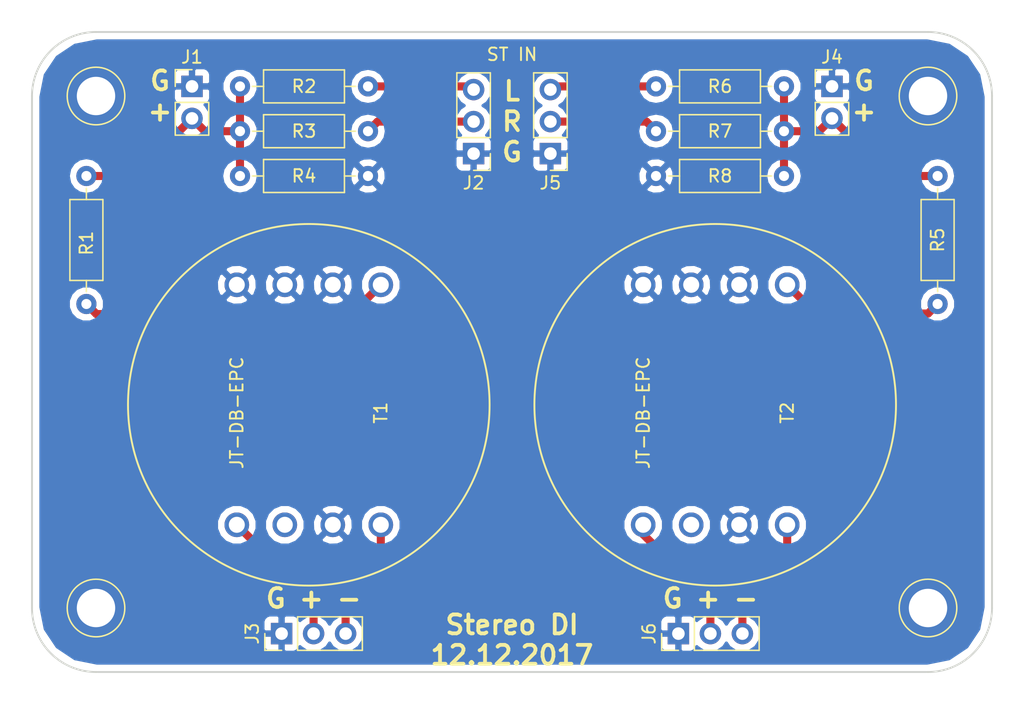
<source format=kicad_pcb>
(kicad_pcb (version 4) (host pcbnew 4.0.6)

  (general
    (links 0)
    (no_connects 0)
    (area 142.24 50.8 223.520001 106.680001)
    (thickness 1.6)
    (drawings 14)
    (tracks 40)
    (zones 0)
    (modules 22)
    (nets 14)
  )

  (page A4)
  (layers
    (0 F.Cu signal)
    (31 B.Cu signal)
    (32 B.Adhes user)
    (33 F.Adhes user)
    (34 B.Paste user)
    (35 F.Paste user)
    (36 B.SilkS user)
    (37 F.SilkS user)
    (38 B.Mask user)
    (39 F.Mask user)
    (40 Dwgs.User user)
    (41 Cmts.User user)
    (42 Eco1.User user)
    (43 Eco2.User user)
    (44 Edge.Cuts user)
    (45 Margin user)
    (46 B.CrtYd user)
    (47 F.CrtYd user)
    (48 B.Fab user)
    (49 F.Fab user hide)
  )

  (setup
    (last_trace_width 0.25)
    (trace_clearance 0.2)
    (zone_clearance 0.508)
    (zone_45_only no)
    (trace_min 0.2)
    (segment_width 0.2)
    (edge_width 0.15)
    (via_size 0.6)
    (via_drill 0.4)
    (via_min_size 0.4)
    (via_min_drill 0.3)
    (uvia_size 0.3)
    (uvia_drill 0.1)
    (uvias_allowed no)
    (uvia_min_size 0.2)
    (uvia_min_drill 0.1)
    (pcb_text_width 0.3)
    (pcb_text_size 1.5 1.5)
    (mod_edge_width 0.15)
    (mod_text_size 1 1)
    (mod_text_width 0.15)
    (pad_size 4.064 4.064)
    (pad_drill 3.048)
    (pad_to_mask_clearance 0.2)
    (aux_axis_origin 0 0)
    (visible_elements FFFFFF7F)
    (pcbplotparams
      (layerselection 0x00030_80000001)
      (usegerberextensions false)
      (excludeedgelayer true)
      (linewidth 0.100000)
      (plotframeref false)
      (viasonmask false)
      (mode 1)
      (useauxorigin false)
      (hpglpennumber 1)
      (hpglpenspeed 20)
      (hpglpendiameter 15)
      (hpglpenoverlay 2)
      (psnegative false)
      (psa4output false)
      (plotreference true)
      (plotvalue true)
      (plotinvisibletext false)
      (padsonsilk false)
      (subtractmaskfromsilk false)
      (outputformat 1)
      (mirror false)
      (drillshape 1)
      (scaleselection 1)
      (outputdirectory svg/))
  )

  (net 0 "")
  (net 1 "Net-(J2-Pad2)")
  (net 2 "Net-(J2-Pad3)")
  (net 3 "Net-(J4-Pad2)")
  (net 4 "Net-(R1-Pad1)")
  (net 5 GND)
  (net 6 "Net-(J1-Pad2)")
  (net 7 "Net-(J3-Pad2)")
  (net 8 "Net-(J5-Pad2)")
  (net 9 "Net-(J5-Pad3)")
  (net 10 "Net-(J6-Pad2)")
  (net 11 "Net-(J6-Pad3)")
  (net 12 "Net-(R5-Pad1)")
  (net 13 "Net-(J3-Pad3)")

  (net_class Default "This is the default net class."
    (clearance 0.2)
    (trace_width 0.25)
    (via_dia 0.6)
    (via_drill 0.4)
    (uvia_dia 0.3)
    (uvia_drill 0.1)
  )

  (net_class Audio ""
    (clearance 0.38608)
    (trace_width 0.64008)
    (via_dia 1.27)
    (via_drill 0.635)
    (uvia_dia 0.3)
    (uvia_drill 0.1)
    (add_net GND)
    (add_net "Net-(J1-Pad2)")
    (add_net "Net-(J2-Pad2)")
    (add_net "Net-(J2-Pad3)")
    (add_net "Net-(J3-Pad2)")
    (add_net "Net-(J3-Pad3)")
    (add_net "Net-(J4-Pad2)")
    (add_net "Net-(J5-Pad2)")
    (add_net "Net-(J5-Pad3)")
    (add_net "Net-(J6-Pad2)")
    (add_net "Net-(J6-Pad3)")
    (add_net "Net-(R1-Pad1)")
    (add_net "Net-(R5-Pad1)")
  )

  (module Pin_Headers:Pin_Header_Straight_1x02_Pitch2.54mm (layer F.Cu) (tedit 59650532) (tstamp 59B048BE)
    (at 157.48 57.658)
    (descr "Through hole straight pin header, 1x02, 2.54mm pitch, single row")
    (tags "Through hole pin header THT 1x02 2.54mm single row")
    (path /59B04832)
    (fp_text reference J1 (at 0 -2.33) (layer F.SilkS)
      (effects (font (size 1 1) (thickness 0.15)))
    )
    (fp_text value "CH 1 IN" (at -2.54 1.27 90) (layer F.Fab)
      (effects (font (size 1 1) (thickness 0.15)))
    )
    (fp_line (start -0.635 -1.27) (end 1.27 -1.27) (layer F.Fab) (width 0.1))
    (fp_line (start 1.27 -1.27) (end 1.27 3.81) (layer F.Fab) (width 0.1))
    (fp_line (start 1.27 3.81) (end -1.27 3.81) (layer F.Fab) (width 0.1))
    (fp_line (start -1.27 3.81) (end -1.27 -0.635) (layer F.Fab) (width 0.1))
    (fp_line (start -1.27 -0.635) (end -0.635 -1.27) (layer F.Fab) (width 0.1))
    (fp_line (start -1.33 3.87) (end 1.33 3.87) (layer F.SilkS) (width 0.12))
    (fp_line (start -1.33 1.27) (end -1.33 3.87) (layer F.SilkS) (width 0.12))
    (fp_line (start 1.33 1.27) (end 1.33 3.87) (layer F.SilkS) (width 0.12))
    (fp_line (start -1.33 1.27) (end 1.33 1.27) (layer F.SilkS) (width 0.12))
    (fp_line (start -1.33 0) (end -1.33 -1.33) (layer F.SilkS) (width 0.12))
    (fp_line (start -1.33 -1.33) (end 0 -1.33) (layer F.SilkS) (width 0.12))
    (fp_line (start -1.8 -1.8) (end -1.8 4.35) (layer F.CrtYd) (width 0.05))
    (fp_line (start -1.8 4.35) (end 1.8 4.35) (layer F.CrtYd) (width 0.05))
    (fp_line (start 1.8 4.35) (end 1.8 -1.8) (layer F.CrtYd) (width 0.05))
    (fp_line (start 1.8 -1.8) (end -1.8 -1.8) (layer F.CrtYd) (width 0.05))
    (fp_text user %R (at -1.016 6.096 90) (layer F.Fab)
      (effects (font (size 1 1) (thickness 0.15)))
    )
    (pad 1 thru_hole rect (at 0 0) (size 1.7 1.7) (drill 1) (layers *.Cu *.Mask)
      (net 5 GND))
    (pad 2 thru_hole oval (at 0 2.54) (size 1.7 1.7) (drill 1) (layers *.Cu *.Mask)
      (net 6 "Net-(J1-Pad2)"))
    (model ${KISYS3DMOD}/Pin_Headers.3dshapes/Pin_Header_Straight_1x02_Pitch2.54mm.wrl
      (at (xyz 0 -0.05 0))
      (scale (xyz 1 1 1))
      (rotate (xyz 0 0 90))
    )
  )

  (module Pin_Headers:Pin_Header_Straight_1x03_Pitch2.54mm (layer F.Cu) (tedit 59B0C0F2) (tstamp 59B048D5)
    (at 179.832 62.992 180)
    (descr "Through hole straight pin header, 1x03, 2.54mm pitch, single row")
    (tags "Through hole pin header THT 1x03 2.54mm single row")
    (path /59C30AC6)
    (fp_text reference J2 (at 0 -2.33 180) (layer F.SilkS)
      (effects (font (size 1 1) (thickness 0.15)))
    )
    (fp_text value "ST IN" (at -3.048 7.874 360) (layer F.SilkS)
      (effects (font (size 1 1) (thickness 0.15)))
    )
    (fp_line (start -0.635 -1.27) (end 1.27 -1.27) (layer F.Fab) (width 0.1))
    (fp_line (start 1.27 -1.27) (end 1.27 6.35) (layer F.Fab) (width 0.1))
    (fp_line (start 1.27 6.35) (end -1.27 6.35) (layer F.Fab) (width 0.1))
    (fp_line (start -1.27 6.35) (end -1.27 -0.635) (layer F.Fab) (width 0.1))
    (fp_line (start -1.27 -0.635) (end -0.635 -1.27) (layer F.Fab) (width 0.1))
    (fp_line (start -1.33 6.41) (end 1.33 6.41) (layer F.SilkS) (width 0.12))
    (fp_line (start -1.33 1.27) (end -1.33 6.41) (layer F.SilkS) (width 0.12))
    (fp_line (start 1.33 1.27) (end 1.33 6.41) (layer F.SilkS) (width 0.12))
    (fp_line (start -1.33 1.27) (end 1.33 1.27) (layer F.SilkS) (width 0.12))
    (fp_line (start -1.33 0) (end -1.33 -1.33) (layer F.SilkS) (width 0.12))
    (fp_line (start -1.33 -1.33) (end 0 -1.33) (layer F.SilkS) (width 0.12))
    (fp_line (start -1.8 -1.8) (end -1.8 6.85) (layer F.CrtYd) (width 0.05))
    (fp_line (start -1.8 6.85) (end 1.8 6.85) (layer F.CrtYd) (width 0.05))
    (fp_line (start 1.8 6.85) (end 1.8 -1.8) (layer F.CrtYd) (width 0.05))
    (fp_line (start 1.8 -1.8) (end -1.8 -1.8) (layer F.CrtYd) (width 0.05))
    (fp_text user %R (at 0 2.54 270) (layer F.Fab)
      (effects (font (size 1 1) (thickness 0.15)))
    )
    (pad 1 thru_hole rect (at 0 0 180) (size 1.7 1.7) (drill 1) (layers *.Cu *.Mask)
      (net 5 GND))
    (pad 2 thru_hole oval (at 0 2.54 180) (size 1.7 1.7) (drill 1) (layers *.Cu *.Mask)
      (net 1 "Net-(J2-Pad2)"))
    (pad 3 thru_hole oval (at 0 5.08 180) (size 1.7 1.7) (drill 1) (layers *.Cu *.Mask)
      (net 2 "Net-(J2-Pad3)"))
    (model ${KISYS3DMOD}/Pin_Headers.3dshapes/Pin_Header_Straight_1x03_Pitch2.54mm.wrl
      (at (xyz 0 -0.1 0))
      (scale (xyz 1 1 1))
      (rotate (xyz 0 0 90))
    )
  )

  (module Resistors_THT:R_Axial_DIN0207_L6.3mm_D2.5mm_P10.16mm_Horizontal (layer F.Cu) (tedit 5874F706) (tstamp 59B0C861)
    (at 149.098 74.93 90)
    (descr "Resistor, Axial_DIN0207 series, Axial, Horizontal, pin pitch=10.16mm, 0.25W = 1/4W, length*diameter=6.3*2.5mm^2, http://cdn-reichelt.de/documents/datenblatt/B400/1_4W%23YAG.pdf")
    (tags "Resistor Axial_DIN0207 series Axial Horizontal pin pitch 10.16mm 0.25W = 1/4W length 6.3mm diameter 2.5mm")
    (path /59B03597)
    (fp_text reference R1 (at 4.826 0 90) (layer F.SilkS)
      (effects (font (size 1 1) (thickness 0.15)))
    )
    (fp_text value 6k81 (at 5.08 2.31 90) (layer F.Fab)
      (effects (font (size 1 1) (thickness 0.15)))
    )
    (fp_line (start 1.93 -1.25) (end 1.93 1.25) (layer F.Fab) (width 0.1))
    (fp_line (start 1.93 1.25) (end 8.23 1.25) (layer F.Fab) (width 0.1))
    (fp_line (start 8.23 1.25) (end 8.23 -1.25) (layer F.Fab) (width 0.1))
    (fp_line (start 8.23 -1.25) (end 1.93 -1.25) (layer F.Fab) (width 0.1))
    (fp_line (start 0 0) (end 1.93 0) (layer F.Fab) (width 0.1))
    (fp_line (start 10.16 0) (end 8.23 0) (layer F.Fab) (width 0.1))
    (fp_line (start 1.87 -1.31) (end 1.87 1.31) (layer F.SilkS) (width 0.12))
    (fp_line (start 1.87 1.31) (end 8.29 1.31) (layer F.SilkS) (width 0.12))
    (fp_line (start 8.29 1.31) (end 8.29 -1.31) (layer F.SilkS) (width 0.12))
    (fp_line (start 8.29 -1.31) (end 1.87 -1.31) (layer F.SilkS) (width 0.12))
    (fp_line (start 0.98 0) (end 1.87 0) (layer F.SilkS) (width 0.12))
    (fp_line (start 9.18 0) (end 8.29 0) (layer F.SilkS) (width 0.12))
    (fp_line (start -1.05 -1.6) (end -1.05 1.6) (layer F.CrtYd) (width 0.05))
    (fp_line (start -1.05 1.6) (end 11.25 1.6) (layer F.CrtYd) (width 0.05))
    (fp_line (start 11.25 1.6) (end 11.25 -1.6) (layer F.CrtYd) (width 0.05))
    (fp_line (start 11.25 -1.6) (end -1.05 -1.6) (layer F.CrtYd) (width 0.05))
    (pad 1 thru_hole circle (at 0 0 90) (size 1.6 1.6) (drill 0.8) (layers *.Cu *.Mask)
      (net 4 "Net-(R1-Pad1)"))
    (pad 2 thru_hole oval (at 10.16 0 90) (size 1.6 1.6) (drill 0.8) (layers *.Cu *.Mask)
      (net 6 "Net-(J1-Pad2)"))
    (model ${KISYS3DMOD}/Resistors_THT.3dshapes/R_Axial_DIN0207_L6.3mm_D2.5mm_P10.16mm_Horizontal.wrl
      (at (xyz 0 0 0))
      (scale (xyz 0.393701 0.393701 0.393701))
      (rotate (xyz 0 0 0))
    )
  )

  (module Resistors_THT:R_Axial_DIN0207_L6.3mm_D2.5mm_P10.16mm_Horizontal (layer F.Cu) (tedit 5874F706) (tstamp 59B0C88D)
    (at 161.29 61.214)
    (descr "Resistor, Axial_DIN0207 series, Axial, Horizontal, pin pitch=10.16mm, 0.25W = 1/4W, length*diameter=6.3*2.5mm^2, http://cdn-reichelt.de/documents/datenblatt/B400/1_4W%23YAG.pdf")
    (tags "Resistor Axial_DIN0207 series Axial Horizontal pin pitch 10.16mm 0.25W = 1/4W length 6.3mm diameter 2.5mm")
    (path /59C309E6)
    (fp_text reference R3 (at 5.08 0) (layer F.SilkS)
      (effects (font (size 1 1) (thickness 0.15)))
    )
    (fp_text value 475 (at 5.08 2.31) (layer F.Fab)
      (effects (font (size 1 1) (thickness 0.15)))
    )
    (fp_line (start 1.93 -1.25) (end 1.93 1.25) (layer F.Fab) (width 0.1))
    (fp_line (start 1.93 1.25) (end 8.23 1.25) (layer F.Fab) (width 0.1))
    (fp_line (start 8.23 1.25) (end 8.23 -1.25) (layer F.Fab) (width 0.1))
    (fp_line (start 8.23 -1.25) (end 1.93 -1.25) (layer F.Fab) (width 0.1))
    (fp_line (start 0 0) (end 1.93 0) (layer F.Fab) (width 0.1))
    (fp_line (start 10.16 0) (end 8.23 0) (layer F.Fab) (width 0.1))
    (fp_line (start 1.87 -1.31) (end 1.87 1.31) (layer F.SilkS) (width 0.12))
    (fp_line (start 1.87 1.31) (end 8.29 1.31) (layer F.SilkS) (width 0.12))
    (fp_line (start 8.29 1.31) (end 8.29 -1.31) (layer F.SilkS) (width 0.12))
    (fp_line (start 8.29 -1.31) (end 1.87 -1.31) (layer F.SilkS) (width 0.12))
    (fp_line (start 0.98 0) (end 1.87 0) (layer F.SilkS) (width 0.12))
    (fp_line (start 9.18 0) (end 8.29 0) (layer F.SilkS) (width 0.12))
    (fp_line (start -1.05 -1.6) (end -1.05 1.6) (layer F.CrtYd) (width 0.05))
    (fp_line (start -1.05 1.6) (end 11.25 1.6) (layer F.CrtYd) (width 0.05))
    (fp_line (start 11.25 1.6) (end 11.25 -1.6) (layer F.CrtYd) (width 0.05))
    (fp_line (start 11.25 -1.6) (end -1.05 -1.6) (layer F.CrtYd) (width 0.05))
    (pad 1 thru_hole circle (at 0 0) (size 1.6 1.6) (drill 0.8) (layers *.Cu *.Mask)
      (net 6 "Net-(J1-Pad2)"))
    (pad 2 thru_hole oval (at 10.16 0) (size 1.6 1.6) (drill 0.8) (layers *.Cu *.Mask)
      (net 1 "Net-(J2-Pad2)"))
    (model ${KISYS3DMOD}/Resistors_THT.3dshapes/R_Axial_DIN0207_L6.3mm_D2.5mm_P10.16mm_Horizontal.wrl
      (at (xyz 0 0 0))
      (scale (xyz 0.393701 0.393701 0.393701))
      (rotate (xyz 0 0 0))
    )
  )

  (module Pin_Headers:Pin_Header_Straight_1x03_Pitch2.54mm (layer F.Cu) (tedit 59650532) (tstamp 59C318CA)
    (at 185.928 62.992 180)
    (descr "Through hole straight pin header, 1x03, 2.54mm pitch, single row")
    (tags "Through hole pin header THT 1x03 2.54mm single row")
    (path /59C3160A)
    (fp_text reference J5 (at 0 -2.33 180) (layer F.SilkS)
      (effects (font (size 1 1) (thickness 0.15)))
    )
    (fp_text value "ST IN" (at 0 7.41 180) (layer F.Fab)
      (effects (font (size 1 1) (thickness 0.15)))
    )
    (fp_line (start -0.635 -1.27) (end 1.27 -1.27) (layer F.Fab) (width 0.1))
    (fp_line (start 1.27 -1.27) (end 1.27 6.35) (layer F.Fab) (width 0.1))
    (fp_line (start 1.27 6.35) (end -1.27 6.35) (layer F.Fab) (width 0.1))
    (fp_line (start -1.27 6.35) (end -1.27 -0.635) (layer F.Fab) (width 0.1))
    (fp_line (start -1.27 -0.635) (end -0.635 -1.27) (layer F.Fab) (width 0.1))
    (fp_line (start -1.33 6.41) (end 1.33 6.41) (layer F.SilkS) (width 0.12))
    (fp_line (start -1.33 1.27) (end -1.33 6.41) (layer F.SilkS) (width 0.12))
    (fp_line (start 1.33 1.27) (end 1.33 6.41) (layer F.SilkS) (width 0.12))
    (fp_line (start -1.33 1.27) (end 1.33 1.27) (layer F.SilkS) (width 0.12))
    (fp_line (start -1.33 0) (end -1.33 -1.33) (layer F.SilkS) (width 0.12))
    (fp_line (start -1.33 -1.33) (end 0 -1.33) (layer F.SilkS) (width 0.12))
    (fp_line (start -1.8 -1.8) (end -1.8 6.85) (layer F.CrtYd) (width 0.05))
    (fp_line (start -1.8 6.85) (end 1.8 6.85) (layer F.CrtYd) (width 0.05))
    (fp_line (start 1.8 6.85) (end 1.8 -1.8) (layer F.CrtYd) (width 0.05))
    (fp_line (start 1.8 -1.8) (end -1.8 -1.8) (layer F.CrtYd) (width 0.05))
    (fp_text user %R (at 0 2.54 270) (layer F.Fab)
      (effects (font (size 1 1) (thickness 0.15)))
    )
    (pad 1 thru_hole rect (at 0 0 180) (size 1.7 1.7) (drill 1) (layers *.Cu *.Mask)
      (net 5 GND))
    (pad 2 thru_hole oval (at 0 2.54 180) (size 1.7 1.7) (drill 1) (layers *.Cu *.Mask)
      (net 8 "Net-(J5-Pad2)"))
    (pad 3 thru_hole oval (at 0 5.08 180) (size 1.7 1.7) (drill 1) (layers *.Cu *.Mask)
      (net 9 "Net-(J5-Pad3)"))
    (model ${KISYS3DMOD}/Pin_Headers.3dshapes/Pin_Header_Straight_1x03_Pitch2.54mm.wrl
      (at (xyz 0 0 0))
      (scale (xyz 1 1 1))
      (rotate (xyz 0 0 0))
    )
  )

  (module Pin_Headers:Pin_Header_Straight_1x03_Pitch2.54mm (layer F.Cu) (tedit 59650532) (tstamp 59C318E1)
    (at 196.088 101.092 90)
    (descr "Through hole straight pin header, 1x03, 2.54mm pitch, single row")
    (tags "Through hole pin header THT 1x03 2.54mm single row")
    (path /59B046EF)
    (fp_text reference J6 (at 0 -2.33 90) (layer F.SilkS)
      (effects (font (size 1 1) (thickness 0.15)))
    )
    (fp_text value "CH 2 OUT" (at 0 10.922 180) (layer F.Fab)
      (effects (font (size 1 1) (thickness 0.15)))
    )
    (fp_line (start -0.635 -1.27) (end 1.27 -1.27) (layer F.Fab) (width 0.1))
    (fp_line (start 1.27 -1.27) (end 1.27 6.35) (layer F.Fab) (width 0.1))
    (fp_line (start 1.27 6.35) (end -1.27 6.35) (layer F.Fab) (width 0.1))
    (fp_line (start -1.27 6.35) (end -1.27 -0.635) (layer F.Fab) (width 0.1))
    (fp_line (start -1.27 -0.635) (end -0.635 -1.27) (layer F.Fab) (width 0.1))
    (fp_line (start -1.33 6.41) (end 1.33 6.41) (layer F.SilkS) (width 0.12))
    (fp_line (start -1.33 1.27) (end -1.33 6.41) (layer F.SilkS) (width 0.12))
    (fp_line (start 1.33 1.27) (end 1.33 6.41) (layer F.SilkS) (width 0.12))
    (fp_line (start -1.33 1.27) (end 1.33 1.27) (layer F.SilkS) (width 0.12))
    (fp_line (start -1.33 0) (end -1.33 -1.33) (layer F.SilkS) (width 0.12))
    (fp_line (start -1.33 -1.33) (end 0 -1.33) (layer F.SilkS) (width 0.12))
    (fp_line (start -1.8 -1.8) (end -1.8 6.85) (layer F.CrtYd) (width 0.05))
    (fp_line (start -1.8 6.85) (end 1.8 6.85) (layer F.CrtYd) (width 0.05))
    (fp_line (start 1.8 6.85) (end 1.8 -1.8) (layer F.CrtYd) (width 0.05))
    (fp_line (start 1.8 -1.8) (end -1.8 -1.8) (layer F.CrtYd) (width 0.05))
    (fp_text user %R (at 0 2.54 180) (layer F.Fab)
      (effects (font (size 1 1) (thickness 0.15)))
    )
    (pad 1 thru_hole rect (at 0 0 90) (size 1.7 1.7) (drill 1) (layers *.Cu *.Mask)
      (net 5 GND))
    (pad 2 thru_hole oval (at 0 2.54 90) (size 1.7 1.7) (drill 1) (layers *.Cu *.Mask)
      (net 10 "Net-(J6-Pad2)"))
    (pad 3 thru_hole oval (at 0 5.08 90) (size 1.7 1.7) (drill 1) (layers *.Cu *.Mask)
      (net 11 "Net-(J6-Pad3)"))
    (model ${KISYS3DMOD}/Pin_Headers.3dshapes/Pin_Header_Straight_1x03_Pitch2.54mm.wrl
      (at (xyz 0 0 0))
      (scale (xyz 1 1 1))
      (rotate (xyz 0 0 0))
    )
  )

  (module Resistors_THT:R_Axial_DIN0207_L6.3mm_D2.5mm_P10.16mm_Horizontal (layer F.Cu) (tedit 5874F706) (tstamp 59C318F7)
    (at 161.29 57.658)
    (descr "Resistor, Axial_DIN0207 series, Axial, Horizontal, pin pitch=10.16mm, 0.25W = 1/4W, length*diameter=6.3*2.5mm^2, http://cdn-reichelt.de/documents/datenblatt/B400/1_4W%23YAG.pdf")
    (tags "Resistor Axial_DIN0207 series Axial Horizontal pin pitch 10.16mm 0.25W = 1/4W length 6.3mm diameter 2.5mm")
    (path /59C3098B)
    (fp_text reference R2 (at 5.08 0) (layer F.SilkS)
      (effects (font (size 1 1) (thickness 0.15)))
    )
    (fp_text value 475 (at 5.334 -2.54) (layer F.Fab)
      (effects (font (size 1 1) (thickness 0.15)))
    )
    (fp_line (start 1.93 -1.25) (end 1.93 1.25) (layer F.Fab) (width 0.1))
    (fp_line (start 1.93 1.25) (end 8.23 1.25) (layer F.Fab) (width 0.1))
    (fp_line (start 8.23 1.25) (end 8.23 -1.25) (layer F.Fab) (width 0.1))
    (fp_line (start 8.23 -1.25) (end 1.93 -1.25) (layer F.Fab) (width 0.1))
    (fp_line (start 0 0) (end 1.93 0) (layer F.Fab) (width 0.1))
    (fp_line (start 10.16 0) (end 8.23 0) (layer F.Fab) (width 0.1))
    (fp_line (start 1.87 -1.31) (end 1.87 1.31) (layer F.SilkS) (width 0.12))
    (fp_line (start 1.87 1.31) (end 8.29 1.31) (layer F.SilkS) (width 0.12))
    (fp_line (start 8.29 1.31) (end 8.29 -1.31) (layer F.SilkS) (width 0.12))
    (fp_line (start 8.29 -1.31) (end 1.87 -1.31) (layer F.SilkS) (width 0.12))
    (fp_line (start 0.98 0) (end 1.87 0) (layer F.SilkS) (width 0.12))
    (fp_line (start 9.18 0) (end 8.29 0) (layer F.SilkS) (width 0.12))
    (fp_line (start -1.05 -1.6) (end -1.05 1.6) (layer F.CrtYd) (width 0.05))
    (fp_line (start -1.05 1.6) (end 11.25 1.6) (layer F.CrtYd) (width 0.05))
    (fp_line (start 11.25 1.6) (end 11.25 -1.6) (layer F.CrtYd) (width 0.05))
    (fp_line (start 11.25 -1.6) (end -1.05 -1.6) (layer F.CrtYd) (width 0.05))
    (pad 1 thru_hole circle (at 0 0) (size 1.6 1.6) (drill 0.8) (layers *.Cu *.Mask)
      (net 6 "Net-(J1-Pad2)"))
    (pad 2 thru_hole oval (at 10.16 0) (size 1.6 1.6) (drill 0.8) (layers *.Cu *.Mask)
      (net 2 "Net-(J2-Pad3)"))
    (model ${KISYS3DMOD}/Resistors_THT.3dshapes/R_Axial_DIN0207_L6.3mm_D2.5mm_P10.16mm_Horizontal.wrl
      (at (xyz 0 0 0))
      (scale (xyz 0.393701 0.393701 0.393701))
      (rotate (xyz 0 0 0))
    )
  )

  (module Resistors_THT:R_Axial_DIN0207_L6.3mm_D2.5mm_P10.16mm_Horizontal (layer F.Cu) (tedit 5874F706) (tstamp 59C3190D)
    (at 171.45 64.77 180)
    (descr "Resistor, Axial_DIN0207 series, Axial, Horizontal, pin pitch=10.16mm, 0.25W = 1/4W, length*diameter=6.3*2.5mm^2, http://cdn-reichelt.de/documents/datenblatt/B400/1_4W%23YAG.pdf")
    (tags "Resistor Axial_DIN0207 series Axial Horizontal pin pitch 10.16mm 0.25W = 1/4W length 6.3mm diameter 2.5mm")
    (path /59C30F06)
    (fp_text reference R4 (at 5.08 0 180) (layer F.SilkS)
      (effects (font (size 1 1) (thickness 0.15)))
    )
    (fp_text value 20k (at 5.08 2.31 180) (layer F.Fab)
      (effects (font (size 1 1) (thickness 0.15)))
    )
    (fp_line (start 1.93 -1.25) (end 1.93 1.25) (layer F.Fab) (width 0.1))
    (fp_line (start 1.93 1.25) (end 8.23 1.25) (layer F.Fab) (width 0.1))
    (fp_line (start 8.23 1.25) (end 8.23 -1.25) (layer F.Fab) (width 0.1))
    (fp_line (start 8.23 -1.25) (end 1.93 -1.25) (layer F.Fab) (width 0.1))
    (fp_line (start 0 0) (end 1.93 0) (layer F.Fab) (width 0.1))
    (fp_line (start 10.16 0) (end 8.23 0) (layer F.Fab) (width 0.1))
    (fp_line (start 1.87 -1.31) (end 1.87 1.31) (layer F.SilkS) (width 0.12))
    (fp_line (start 1.87 1.31) (end 8.29 1.31) (layer F.SilkS) (width 0.12))
    (fp_line (start 8.29 1.31) (end 8.29 -1.31) (layer F.SilkS) (width 0.12))
    (fp_line (start 8.29 -1.31) (end 1.87 -1.31) (layer F.SilkS) (width 0.12))
    (fp_line (start 0.98 0) (end 1.87 0) (layer F.SilkS) (width 0.12))
    (fp_line (start 9.18 0) (end 8.29 0) (layer F.SilkS) (width 0.12))
    (fp_line (start -1.05 -1.6) (end -1.05 1.6) (layer F.CrtYd) (width 0.05))
    (fp_line (start -1.05 1.6) (end 11.25 1.6) (layer F.CrtYd) (width 0.05))
    (fp_line (start 11.25 1.6) (end 11.25 -1.6) (layer F.CrtYd) (width 0.05))
    (fp_line (start 11.25 -1.6) (end -1.05 -1.6) (layer F.CrtYd) (width 0.05))
    (pad 1 thru_hole circle (at 0 0 180) (size 1.6 1.6) (drill 0.8) (layers *.Cu *.Mask)
      (net 5 GND))
    (pad 2 thru_hole oval (at 10.16 0 180) (size 1.6 1.6) (drill 0.8) (layers *.Cu *.Mask)
      (net 6 "Net-(J1-Pad2)"))
    (model ${KISYS3DMOD}/Resistors_THT.3dshapes/R_Axial_DIN0207_L6.3mm_D2.5mm_P10.16mm_Horizontal.wrl
      (at (xyz 0 0 0))
      (scale (xyz 0.393701 0.393701 0.393701))
      (rotate (xyz 0 0 0))
    )
  )

  (module Resistors_THT:R_Axial_DIN0207_L6.3mm_D2.5mm_P10.16mm_Horizontal (layer F.Cu) (tedit 5874F706) (tstamp 59C31923)
    (at 216.662 74.93 90)
    (descr "Resistor, Axial_DIN0207 series, Axial, Horizontal, pin pitch=10.16mm, 0.25W = 1/4W, length*diameter=6.3*2.5mm^2, http://cdn-reichelt.de/documents/datenblatt/B400/1_4W%23YAG.pdf")
    (tags "Resistor Axial_DIN0207 series Axial Horizontal pin pitch 10.16mm 0.25W = 1/4W length 6.3mm diameter 2.5mm")
    (path /59B035FC)
    (fp_text reference R5 (at 5.08 0 90) (layer F.SilkS)
      (effects (font (size 1 1) (thickness 0.15)))
    )
    (fp_text value 6k81 (at 5.08 2.31 90) (layer F.Fab)
      (effects (font (size 1 1) (thickness 0.15)))
    )
    (fp_line (start 1.93 -1.25) (end 1.93 1.25) (layer F.Fab) (width 0.1))
    (fp_line (start 1.93 1.25) (end 8.23 1.25) (layer F.Fab) (width 0.1))
    (fp_line (start 8.23 1.25) (end 8.23 -1.25) (layer F.Fab) (width 0.1))
    (fp_line (start 8.23 -1.25) (end 1.93 -1.25) (layer F.Fab) (width 0.1))
    (fp_line (start 0 0) (end 1.93 0) (layer F.Fab) (width 0.1))
    (fp_line (start 10.16 0) (end 8.23 0) (layer F.Fab) (width 0.1))
    (fp_line (start 1.87 -1.31) (end 1.87 1.31) (layer F.SilkS) (width 0.12))
    (fp_line (start 1.87 1.31) (end 8.29 1.31) (layer F.SilkS) (width 0.12))
    (fp_line (start 8.29 1.31) (end 8.29 -1.31) (layer F.SilkS) (width 0.12))
    (fp_line (start 8.29 -1.31) (end 1.87 -1.31) (layer F.SilkS) (width 0.12))
    (fp_line (start 0.98 0) (end 1.87 0) (layer F.SilkS) (width 0.12))
    (fp_line (start 9.18 0) (end 8.29 0) (layer F.SilkS) (width 0.12))
    (fp_line (start -1.05 -1.6) (end -1.05 1.6) (layer F.CrtYd) (width 0.05))
    (fp_line (start -1.05 1.6) (end 11.25 1.6) (layer F.CrtYd) (width 0.05))
    (fp_line (start 11.25 1.6) (end 11.25 -1.6) (layer F.CrtYd) (width 0.05))
    (fp_line (start 11.25 -1.6) (end -1.05 -1.6) (layer F.CrtYd) (width 0.05))
    (pad 1 thru_hole circle (at 0 0 90) (size 1.6 1.6) (drill 0.8) (layers *.Cu *.Mask)
      (net 12 "Net-(R5-Pad1)"))
    (pad 2 thru_hole oval (at 10.16 0 90) (size 1.6 1.6) (drill 0.8) (layers *.Cu *.Mask)
      (net 3 "Net-(J4-Pad2)"))
    (model ${KISYS3DMOD}/Resistors_THT.3dshapes/R_Axial_DIN0207_L6.3mm_D2.5mm_P10.16mm_Horizontal.wrl
      (at (xyz 0 0 0))
      (scale (xyz 0.393701 0.393701 0.393701))
      (rotate (xyz 0 0 0))
    )
  )

  (module Resistors_THT:R_Axial_DIN0207_L6.3mm_D2.5mm_P10.16mm_Horizontal (layer F.Cu) (tedit 5874F706) (tstamp 59C31939)
    (at 204.47 57.658 180)
    (descr "Resistor, Axial_DIN0207 series, Axial, Horizontal, pin pitch=10.16mm, 0.25W = 1/4W, length*diameter=6.3*2.5mm^2, http://cdn-reichelt.de/documents/datenblatt/B400/1_4W%23YAG.pdf")
    (tags "Resistor Axial_DIN0207 series Axial Horizontal pin pitch 10.16mm 0.25W = 1/4W length 6.3mm diameter 2.5mm")
    (path /59C3187F)
    (fp_text reference R6 (at 5.08 0 180) (layer F.SilkS)
      (effects (font (size 1 1) (thickness 0.15)))
    )
    (fp_text value 475 (at 5.08 2.31 180) (layer F.Fab)
      (effects (font (size 1 1) (thickness 0.15)))
    )
    (fp_line (start 1.93 -1.25) (end 1.93 1.25) (layer F.Fab) (width 0.1))
    (fp_line (start 1.93 1.25) (end 8.23 1.25) (layer F.Fab) (width 0.1))
    (fp_line (start 8.23 1.25) (end 8.23 -1.25) (layer F.Fab) (width 0.1))
    (fp_line (start 8.23 -1.25) (end 1.93 -1.25) (layer F.Fab) (width 0.1))
    (fp_line (start 0 0) (end 1.93 0) (layer F.Fab) (width 0.1))
    (fp_line (start 10.16 0) (end 8.23 0) (layer F.Fab) (width 0.1))
    (fp_line (start 1.87 -1.31) (end 1.87 1.31) (layer F.SilkS) (width 0.12))
    (fp_line (start 1.87 1.31) (end 8.29 1.31) (layer F.SilkS) (width 0.12))
    (fp_line (start 8.29 1.31) (end 8.29 -1.31) (layer F.SilkS) (width 0.12))
    (fp_line (start 8.29 -1.31) (end 1.87 -1.31) (layer F.SilkS) (width 0.12))
    (fp_line (start 0.98 0) (end 1.87 0) (layer F.SilkS) (width 0.12))
    (fp_line (start 9.18 0) (end 8.29 0) (layer F.SilkS) (width 0.12))
    (fp_line (start -1.05 -1.6) (end -1.05 1.6) (layer F.CrtYd) (width 0.05))
    (fp_line (start -1.05 1.6) (end 11.25 1.6) (layer F.CrtYd) (width 0.05))
    (fp_line (start 11.25 1.6) (end 11.25 -1.6) (layer F.CrtYd) (width 0.05))
    (fp_line (start 11.25 -1.6) (end -1.05 -1.6) (layer F.CrtYd) (width 0.05))
    (pad 1 thru_hole circle (at 0 0 180) (size 1.6 1.6) (drill 0.8) (layers *.Cu *.Mask)
      (net 3 "Net-(J4-Pad2)"))
    (pad 2 thru_hole oval (at 10.16 0 180) (size 1.6 1.6) (drill 0.8) (layers *.Cu *.Mask)
      (net 9 "Net-(J5-Pad3)"))
    (model ${KISYS3DMOD}/Resistors_THT.3dshapes/R_Axial_DIN0207_L6.3mm_D2.5mm_P10.16mm_Horizontal.wrl
      (at (xyz 0 0 0))
      (scale (xyz 0.393701 0.393701 0.393701))
      (rotate (xyz 0 0 0))
    )
  )

  (module Resistors_THT:R_Axial_DIN0207_L6.3mm_D2.5mm_P10.16mm_Horizontal (layer F.Cu) (tedit 5874F706) (tstamp 59C3194F)
    (at 204.47 61.214 180)
    (descr "Resistor, Axial_DIN0207 series, Axial, Horizontal, pin pitch=10.16mm, 0.25W = 1/4W, length*diameter=6.3*2.5mm^2, http://cdn-reichelt.de/documents/datenblatt/B400/1_4W%23YAG.pdf")
    (tags "Resistor Axial_DIN0207 series Axial Horizontal pin pitch 10.16mm 0.25W = 1/4W length 6.3mm diameter 2.5mm")
    (path /59C318D7)
    (fp_text reference R7 (at 5.08 0 180) (layer F.SilkS)
      (effects (font (size 1 1) (thickness 0.15)))
    )
    (fp_text value 475 (at 5.08 -2.286 180) (layer F.Fab)
      (effects (font (size 1 1) (thickness 0.15)))
    )
    (fp_line (start 1.93 -1.25) (end 1.93 1.25) (layer F.Fab) (width 0.1))
    (fp_line (start 1.93 1.25) (end 8.23 1.25) (layer F.Fab) (width 0.1))
    (fp_line (start 8.23 1.25) (end 8.23 -1.25) (layer F.Fab) (width 0.1))
    (fp_line (start 8.23 -1.25) (end 1.93 -1.25) (layer F.Fab) (width 0.1))
    (fp_line (start 0 0) (end 1.93 0) (layer F.Fab) (width 0.1))
    (fp_line (start 10.16 0) (end 8.23 0) (layer F.Fab) (width 0.1))
    (fp_line (start 1.87 -1.31) (end 1.87 1.31) (layer F.SilkS) (width 0.12))
    (fp_line (start 1.87 1.31) (end 8.29 1.31) (layer F.SilkS) (width 0.12))
    (fp_line (start 8.29 1.31) (end 8.29 -1.31) (layer F.SilkS) (width 0.12))
    (fp_line (start 8.29 -1.31) (end 1.87 -1.31) (layer F.SilkS) (width 0.12))
    (fp_line (start 0.98 0) (end 1.87 0) (layer F.SilkS) (width 0.12))
    (fp_line (start 9.18 0) (end 8.29 0) (layer F.SilkS) (width 0.12))
    (fp_line (start -1.05 -1.6) (end -1.05 1.6) (layer F.CrtYd) (width 0.05))
    (fp_line (start -1.05 1.6) (end 11.25 1.6) (layer F.CrtYd) (width 0.05))
    (fp_line (start 11.25 1.6) (end 11.25 -1.6) (layer F.CrtYd) (width 0.05))
    (fp_line (start 11.25 -1.6) (end -1.05 -1.6) (layer F.CrtYd) (width 0.05))
    (pad 1 thru_hole circle (at 0 0 180) (size 1.6 1.6) (drill 0.8) (layers *.Cu *.Mask)
      (net 3 "Net-(J4-Pad2)"))
    (pad 2 thru_hole oval (at 10.16 0 180) (size 1.6 1.6) (drill 0.8) (layers *.Cu *.Mask)
      (net 8 "Net-(J5-Pad2)"))
    (model ${KISYS3DMOD}/Resistors_THT.3dshapes/R_Axial_DIN0207_L6.3mm_D2.5mm_P10.16mm_Horizontal.wrl
      (at (xyz 0 0 0))
      (scale (xyz 0.393701 0.393701 0.393701))
      (rotate (xyz 0 0 0))
    )
  )

  (module Resistors_THT:R_Axial_DIN0207_L6.3mm_D2.5mm_P10.16mm_Horizontal (layer F.Cu) (tedit 5874F706) (tstamp 59C31965)
    (at 194.31 64.77)
    (descr "Resistor, Axial_DIN0207 series, Axial, Horizontal, pin pitch=10.16mm, 0.25W = 1/4W, length*diameter=6.3*2.5mm^2, http://cdn-reichelt.de/documents/datenblatt/B400/1_4W%23YAG.pdf")
    (tags "Resistor Axial_DIN0207 series Axial Horizontal pin pitch 10.16mm 0.25W = 1/4W length 6.3mm diameter 2.5mm")
    (path /59C31D0C)
    (fp_text reference R8 (at 5.08 0) (layer F.SilkS)
      (effects (font (size 1 1) (thickness 0.15)))
    )
    (fp_text value 20k (at 5.08 2.31) (layer F.Fab)
      (effects (font (size 1 1) (thickness 0.15)))
    )
    (fp_line (start 1.93 -1.25) (end 1.93 1.25) (layer F.Fab) (width 0.1))
    (fp_line (start 1.93 1.25) (end 8.23 1.25) (layer F.Fab) (width 0.1))
    (fp_line (start 8.23 1.25) (end 8.23 -1.25) (layer F.Fab) (width 0.1))
    (fp_line (start 8.23 -1.25) (end 1.93 -1.25) (layer F.Fab) (width 0.1))
    (fp_line (start 0 0) (end 1.93 0) (layer F.Fab) (width 0.1))
    (fp_line (start 10.16 0) (end 8.23 0) (layer F.Fab) (width 0.1))
    (fp_line (start 1.87 -1.31) (end 1.87 1.31) (layer F.SilkS) (width 0.12))
    (fp_line (start 1.87 1.31) (end 8.29 1.31) (layer F.SilkS) (width 0.12))
    (fp_line (start 8.29 1.31) (end 8.29 -1.31) (layer F.SilkS) (width 0.12))
    (fp_line (start 8.29 -1.31) (end 1.87 -1.31) (layer F.SilkS) (width 0.12))
    (fp_line (start 0.98 0) (end 1.87 0) (layer F.SilkS) (width 0.12))
    (fp_line (start 9.18 0) (end 8.29 0) (layer F.SilkS) (width 0.12))
    (fp_line (start -1.05 -1.6) (end -1.05 1.6) (layer F.CrtYd) (width 0.05))
    (fp_line (start -1.05 1.6) (end 11.25 1.6) (layer F.CrtYd) (width 0.05))
    (fp_line (start 11.25 1.6) (end 11.25 -1.6) (layer F.CrtYd) (width 0.05))
    (fp_line (start 11.25 -1.6) (end -1.05 -1.6) (layer F.CrtYd) (width 0.05))
    (pad 1 thru_hole circle (at 0 0) (size 1.6 1.6) (drill 0.8) (layers *.Cu *.Mask)
      (net 5 GND))
    (pad 2 thru_hole oval (at 10.16 0) (size 1.6 1.6) (drill 0.8) (layers *.Cu *.Mask)
      (net 3 "Net-(J4-Pad2)"))
    (model ${KISYS3DMOD}/Resistors_THT.3dshapes/R_Axial_DIN0207_L6.3mm_D2.5mm_P10.16mm_Horizontal.wrl
      (at (xyz 0 0 0))
      (scale (xyz 0.393701 0.393701 0.393701))
      (rotate (xyz 0 0 0))
    )
  )

  (module Pin_Headers:Pin_Header_Straight_1x03_Pitch2.54mm (layer F.Cu) (tedit 59650532) (tstamp 59C31AFD)
    (at 164.592 101.092 90)
    (descr "Through hole straight pin header, 1x03, 2.54mm pitch, single row")
    (tags "Through hole pin header THT 1x03 2.54mm single row")
    (path /59B0467C)
    (fp_text reference J3 (at 0 -2.33 90) (layer F.SilkS)
      (effects (font (size 1 1) (thickness 0.15)))
    )
    (fp_text value "CH 1 OUT" (at -0.254 11.176 180) (layer F.Fab)
      (effects (font (size 1 1) (thickness 0.15)))
    )
    (fp_line (start -0.635 -1.27) (end 1.27 -1.27) (layer F.Fab) (width 0.1))
    (fp_line (start 1.27 -1.27) (end 1.27 6.35) (layer F.Fab) (width 0.1))
    (fp_line (start 1.27 6.35) (end -1.27 6.35) (layer F.Fab) (width 0.1))
    (fp_line (start -1.27 6.35) (end -1.27 -0.635) (layer F.Fab) (width 0.1))
    (fp_line (start -1.27 -0.635) (end -0.635 -1.27) (layer F.Fab) (width 0.1))
    (fp_line (start -1.33 6.41) (end 1.33 6.41) (layer F.SilkS) (width 0.12))
    (fp_line (start -1.33 1.27) (end -1.33 6.41) (layer F.SilkS) (width 0.12))
    (fp_line (start 1.33 1.27) (end 1.33 6.41) (layer F.SilkS) (width 0.12))
    (fp_line (start -1.33 1.27) (end 1.33 1.27) (layer F.SilkS) (width 0.12))
    (fp_line (start -1.33 0) (end -1.33 -1.33) (layer F.SilkS) (width 0.12))
    (fp_line (start -1.33 -1.33) (end 0 -1.33) (layer F.SilkS) (width 0.12))
    (fp_line (start -1.8 -1.8) (end -1.8 6.85) (layer F.CrtYd) (width 0.05))
    (fp_line (start -1.8 6.85) (end 1.8 6.85) (layer F.CrtYd) (width 0.05))
    (fp_line (start 1.8 6.85) (end 1.8 -1.8) (layer F.CrtYd) (width 0.05))
    (fp_line (start 1.8 -1.8) (end -1.8 -1.8) (layer F.CrtYd) (width 0.05))
    (fp_text user %R (at 0 2.54 180) (layer F.Fab)
      (effects (font (size 1 1) (thickness 0.15)))
    )
    (pad 1 thru_hole rect (at 0 0 90) (size 1.7 1.7) (drill 1) (layers *.Cu *.Mask)
      (net 5 GND))
    (pad 2 thru_hole oval (at 0 2.54 90) (size 1.7 1.7) (drill 1) (layers *.Cu *.Mask)
      (net 7 "Net-(J3-Pad2)"))
    (pad 3 thru_hole oval (at 0 5.08 90) (size 1.7 1.7) (drill 1) (layers *.Cu *.Mask)
      (net 13 "Net-(J3-Pad3)"))
    (model ${KISYS3DMOD}/Pin_Headers.3dshapes/Pin_Header_Straight_1x03_Pitch2.54mm.wrl
      (at (xyz 0 0 0))
      (scale (xyz 1 1 1))
      (rotate (xyz 0 0 0))
    )
  )

  (module Pin_Headers:Pin_Header_Straight_1x02_Pitch2.54mm (layer F.Cu) (tedit 59650532) (tstamp 59C31B13)
    (at 208.28 57.658)
    (descr "Through hole straight pin header, 1x02, 2.54mm pitch, single row")
    (tags "Through hole pin header THT 1x02 2.54mm single row")
    (path /59B0487F)
    (fp_text reference J4 (at 0 -2.33) (layer F.SilkS)
      (effects (font (size 1 1) (thickness 0.15)))
    )
    (fp_text value "CH 2 IN" (at 2.794 1.27 90) (layer F.Fab)
      (effects (font (size 1 1) (thickness 0.15)))
    )
    (fp_line (start -0.635 -1.27) (end 1.27 -1.27) (layer F.Fab) (width 0.1))
    (fp_line (start 1.27 -1.27) (end 1.27 3.81) (layer F.Fab) (width 0.1))
    (fp_line (start 1.27 3.81) (end -1.27 3.81) (layer F.Fab) (width 0.1))
    (fp_line (start -1.27 3.81) (end -1.27 -0.635) (layer F.Fab) (width 0.1))
    (fp_line (start -1.27 -0.635) (end -0.635 -1.27) (layer F.Fab) (width 0.1))
    (fp_line (start -1.33 3.87) (end 1.33 3.87) (layer F.SilkS) (width 0.12))
    (fp_line (start -1.33 1.27) (end -1.33 3.87) (layer F.SilkS) (width 0.12))
    (fp_line (start 1.33 1.27) (end 1.33 3.87) (layer F.SilkS) (width 0.12))
    (fp_line (start -1.33 1.27) (end 1.33 1.27) (layer F.SilkS) (width 0.12))
    (fp_line (start -1.33 0) (end -1.33 -1.33) (layer F.SilkS) (width 0.12))
    (fp_line (start -1.33 -1.33) (end 0 -1.33) (layer F.SilkS) (width 0.12))
    (fp_line (start -1.8 -1.8) (end -1.8 4.35) (layer F.CrtYd) (width 0.05))
    (fp_line (start -1.8 4.35) (end 1.8 4.35) (layer F.CrtYd) (width 0.05))
    (fp_line (start 1.8 4.35) (end 1.8 -1.8) (layer F.CrtYd) (width 0.05))
    (fp_line (start 1.8 -1.8) (end -1.8 -1.8) (layer F.CrtYd) (width 0.05))
    (fp_text user %R (at 0 1.27 90) (layer F.Fab)
      (effects (font (size 1 1) (thickness 0.15)))
    )
    (pad 1 thru_hole rect (at 0 0) (size 1.7 1.7) (drill 1) (layers *.Cu *.Mask)
      (net 5 GND))
    (pad 2 thru_hole oval (at 0 2.54) (size 1.7 1.7) (drill 1) (layers *.Cu *.Mask)
      (net 3 "Net-(J4-Pad2)"))
    (model ${KISYS3DMOD}/Pin_Headers.3dshapes/Pin_Header_Straight_1x02_Pitch2.54mm.wrl
      (at (xyz 0 0 0))
      (scale (xyz 1 1 1))
      (rotate (xyz 0 0 0))
    )
  )

  (module Connectors:1pin (layer F.Cu) (tedit 59C32805) (tstamp 59C33297)
    (at 215.9 99.06)
    (descr "module 1 pin (ou trou mecanique de percage)")
    (tags DEV)
    (zone_connect 2)
    (fp_text reference REF** (at 0 -3.048) (layer F.Fab)
      (effects (font (size 1 1) (thickness 0.15)))
    )
    (fp_text value 1pin (at 0 3 90) (layer F.Fab)
      (effects (font (size 1 1) (thickness 0.15)))
    )
    (fp_circle (center 0 0) (end 2 0.8) (layer F.Fab) (width 0.1))
    (fp_circle (center 0 0) (end 2.6 0) (layer F.CrtYd) (width 0.05))
    (fp_circle (center 0 0) (end 0 -2.286) (layer F.SilkS) (width 0.12))
    (pad 1 thru_hole circle (at 0 0) (size 4.064 4.064) (drill 3.048) (layers *.Cu *.Mask)
      (net 5 GND) (zone_connect 2))
  )

  (module Connectors:1pin (layer F.Cu) (tedit 59C327DD) (tstamp 59C33298)
    (at 149.86 99.06)
    (descr "module 1 pin (ou trou mecanique de percage)")
    (tags DEV)
    (zone_connect 2)
    (fp_text reference REF** (at 0 -3.048) (layer F.Fab)
      (effects (font (size 1 1) (thickness 0.15)))
    )
    (fp_text value 1pin (at 0 3) (layer F.Fab)
      (effects (font (size 1 1) (thickness 0.15)))
    )
    (fp_circle (center 0 0) (end 2 0.8) (layer F.Fab) (width 0.1))
    (fp_circle (center 0 0) (end 2.6 0) (layer F.CrtYd) (width 0.05))
    (fp_circle (center 0 0) (end 0 -2.286) (layer F.SilkS) (width 0.12))
    (pad 1 thru_hole circle (at 0 0) (size 4.064 4.064) (drill 3.048) (layers *.Cu *.Mask)
      (net 5 GND) (zone_connect 2))
  )

  (module Connectors:1pin (layer F.Cu) (tedit 59C327D3) (tstamp 59C33299)
    (at 149.86 58.42)
    (descr "module 1 pin (ou trou mecanique de percage)")
    (tags DEV)
    (zone_connect 2)
    (fp_text reference REF** (at 0 -3.048) (layer F.Fab)
      (effects (font (size 1 1) (thickness 0.15)))
    )
    (fp_text value 1pin (at 0 3) (layer F.Fab)
      (effects (font (size 1 1) (thickness 0.15)))
    )
    (fp_circle (center 0 0) (end 2 0.8) (layer F.Fab) (width 0.1))
    (fp_circle (center 0 0) (end 2.6 0) (layer F.CrtYd) (width 0.05))
    (fp_circle (center 0 0) (end 0 -2.286) (layer F.SilkS) (width 0.12))
    (pad 1 thru_hole circle (at 0 0) (size 4.064 4.064) (drill 3.048) (layers *.Cu *.Mask)
      (net 5 GND) (zone_connect 2))
  )

  (module Connectors:1pin (layer F.Cu) (tedit 59C327C1) (tstamp 59C3329A)
    (at 215.9 58.42)
    (descr "module 1 pin (ou trou mecanique de percage)")
    (tags DEV)
    (zone_connect 2)
    (fp_text reference REF** (at 0 -3.048) (layer F.Fab)
      (effects (font (size 1 1) (thickness 0.15)))
    )
    (fp_text value 1pin (at 0 3) (layer F.Fab)
      (effects (font (size 1 1) (thickness 0.15)))
    )
    (fp_circle (center 0 0) (end 2 0.8) (layer F.Fab) (width 0.1))
    (fp_circle (center 0 0) (end 2.6 0) (layer F.CrtYd) (width 0.05))
    (fp_circle (center 0 0) (end 0 -2.286) (layer F.SilkS) (width 0.12))
    (pad 1 thru_hole circle (at 0 0) (size 4.064 4.064) (drill 3.048) (layers *.Cu *.Mask)
      (net 5 GND) (zone_connect 2))
  )

  (module NeutrikSnakeLib:JT-DB-EPC (layer F.Cu) (tedit 59F22CD3) (tstamp 59B0493B)
    (at 172.466 92.456 90)
    (path /59B04091)
    (fp_text reference T1 (at 8.89 0 90) (layer F.SilkS)
      (effects (font (size 1 1) (thickness 0.15)))
    )
    (fp_text value JT-DB-EPC (at 8.89 -11.43 90) (layer F.SilkS)
      (effects (font (size 1 1) (thickness 0.15)))
    )
    (fp_circle (center 9.525 -5.715) (end 9.525 -20.066) (layer F.SilkS) (width 0.15))
    (pad 4 thru_hole circle (at 0 0 90) (size 1.9558 1.9558) (drill 1.27) (layers *.Cu *.Mask)
      (net 13 "Net-(J3-Pad3)"))
    (pad 3 thru_hole circle (at 0 -3.81 90) (size 1.9558 1.9558) (drill 1.27) (layers *.Cu *.Mask)
      (net 5 GND))
    (pad 2 thru_hole circle (at 0 -7.62 90) (size 1.9558 1.9558) (drill 1.27) (layers *.Cu *.Mask))
    (pad 1 thru_hole circle (at 0 -11.43 90) (size 1.9558 1.9558) (drill 1.27) (layers *.Cu *.Mask)
      (net 7 "Net-(J3-Pad2)"))
    (pad 8 thru_hole circle (at 19.05 -11.43 90) (size 1.9558 1.9558) (drill 1.27) (layers *.Cu *.Mask)
      (net 5 GND))
    (pad 7 thru_hole circle (at 19.05 -7.62 90) (size 1.9558 1.9558) (drill 1.27) (layers *.Cu *.Mask)
      (net 5 GND))
    (pad 6 thru_hole circle (at 19.05 -3.81 90) (size 1.9558 1.9558) (drill 1.27) (layers *.Cu *.Mask)
      (net 5 GND))
    (pad 5 thru_hole circle (at 19.05 0 90) (size 1.9558 1.9558) (drill 1.27) (layers *.Cu *.Mask)
      (net 4 "Net-(R1-Pad1)"))
  )

  (module NeutrikSnakeLib:JT-DB-EPC (layer F.Cu) (tedit 59F22CD3) (tstamp 59B04948)
    (at 204.724 92.456 90)
    (path /59B04143)
    (fp_text reference T2 (at 8.89 0 90) (layer F.SilkS)
      (effects (font (size 1 1) (thickness 0.15)))
    )
    (fp_text value JT-DB-EPC (at 8.89 -11.43 90) (layer F.SilkS)
      (effects (font (size 1 1) (thickness 0.15)))
    )
    (fp_circle (center 9.525 -5.715) (end 9.525 -20.066) (layer F.SilkS) (width 0.15))
    (pad 4 thru_hole circle (at 0 0 90) (size 1.9558 1.9558) (drill 1.27) (layers *.Cu *.Mask)
      (net 11 "Net-(J6-Pad3)"))
    (pad 3 thru_hole circle (at 0 -3.81 90) (size 1.9558 1.9558) (drill 1.27) (layers *.Cu *.Mask)
      (net 5 GND))
    (pad 2 thru_hole circle (at 0 -7.62 90) (size 1.9558 1.9558) (drill 1.27) (layers *.Cu *.Mask))
    (pad 1 thru_hole circle (at 0 -11.43 90) (size 1.9558 1.9558) (drill 1.27) (layers *.Cu *.Mask)
      (net 10 "Net-(J6-Pad2)"))
    (pad 8 thru_hole circle (at 19.05 -11.43 90) (size 1.9558 1.9558) (drill 1.27) (layers *.Cu *.Mask)
      (net 5 GND))
    (pad 7 thru_hole circle (at 19.05 -7.62 90) (size 1.9558 1.9558) (drill 1.27) (layers *.Cu *.Mask)
      (net 5 GND))
    (pad 6 thru_hole circle (at 19.05 -3.81 90) (size 1.9558 1.9558) (drill 1.27) (layers *.Cu *.Mask)
      (net 5 GND))
    (pad 5 thru_hole circle (at 19.05 0 90) (size 1.9558 1.9558) (drill 1.27) (layers *.Cu *.Mask)
      (net 12 "Net-(R5-Pad1)"))
  )

  (module logo:TSC (layer F.Cu) (tedit 59B07D79) (tstamp 5A3050BE)
    (at 182.88 93.98)
    (fp_text reference G*** (at 0 0) (layer F.Cu) hide
      (effects (font (thickness 0.3)))
    )
    (fp_text value LOGO (at 0.75 0) (layer F.Cu) hide
      (effects (font (thickness 0.3)))
    )
    (fp_poly (pts (xy 2.230644 -4.476001) (xy 2.312825 -4.472736) (xy 2.373733 -4.46543) (xy 2.423894 -4.452558)
      (xy 2.473833 -4.432596) (xy 2.497666 -4.421544) (xy 2.625151 -4.34191) (xy 2.739248 -4.234662)
      (xy 2.826831 -4.112618) (xy 2.840293 -4.086988) (xy 2.874949 -3.982306) (xy 2.890471 -3.858727)
      (xy 2.886836 -3.731979) (xy 2.864017 -3.617787) (xy 2.841115 -3.561854) (xy 2.757933 -3.441509)
      (xy 2.649865 -3.339175) (xy 2.541892 -3.272864) (xy 2.483826 -3.250307) (xy 2.420465 -3.236528)
      (xy 2.339259 -3.229685) (xy 2.235414 -3.227933) (xy 2.026078 -3.227917) (xy 2.039048 -2.963333)
      (xy 2.072492 -2.633569) (xy 2.141205 -2.314308) (xy 2.247518 -1.995404) (xy 2.27981 -1.915583)
      (xy 2.302793 -1.864373) (xy 2.341945 -1.781352) (xy 2.394361 -1.672505) (xy 2.457136 -1.543813)
      (xy 2.527362 -1.401258) (xy 2.602133 -1.250823) (xy 2.62429 -1.2065) (xy 2.746271 -0.959953)
      (xy 2.848861 -0.745207) (xy 2.933649 -0.557295) (xy 3.002225 -0.39125) (xy 3.056176 -0.242104)
      (xy 3.097093 -0.10489) (xy 3.126565 0.025361) (xy 3.146179 0.153615) (xy 3.157525 0.28484)
      (xy 3.162192 0.424003) (xy 3.162542 0.47625) (xy 3.161488 0.614849) (xy 3.157272 0.722802)
      (xy 3.148787 0.811746) (xy 3.134926 0.893318) (xy 3.114825 0.978233) (xy 3.020235 1.27056)
      (xy 2.896521 1.534209) (xy 2.744509 1.768068) (xy 2.565028 1.971025) (xy 2.358903 2.141969)
      (xy 2.159684 2.26319) (xy 2.020451 2.328659) (xy 1.877499 2.380636) (xy 1.724568 2.420142)
      (xy 1.555396 2.448199) (xy 1.363721 2.465827) (xy 1.143281 2.474047) (xy 0.887816 2.473882)
      (xy 0.86963 2.473602) (xy 0.707256 2.471526) (xy 0.583079 2.471324) (xy 0.492998 2.473156)
      (xy 0.432912 2.477177) (xy 0.398719 2.483545) (xy 0.386407 2.492128) (xy 0.392823 2.499063)
      (xy 0.419192 2.504901) (xy 0.468636 2.509762) (xy 0.54428 2.513765) (xy 0.649247 2.517031)
      (xy 0.786661 2.51968) (xy 0.959645 2.521834) (xy 1.171324 2.523612) (xy 1.21011 2.523878)
      (xy 2.042583 2.529417) (xy 2.048322 2.947458) (xy 2.054061 3.3655) (xy 2.291739 3.365824)
      (xy 2.389743 3.367405) (xy 2.473224 3.371443) (xy 2.532408 3.377295) (xy 2.556246 3.383178)
      (xy 2.564807 3.398183) (xy 2.571199 3.433584) (xy 2.575576 3.493421) (xy 2.578092 3.581737)
      (xy 2.578901 3.702574) (xy 2.578157 3.859973) (xy 2.577413 3.938479) (xy 2.57175 4.47675)
      (xy 0.008903 4.482126) (xy -0.317029 4.482694) (xy -0.631182 4.483017) (xy -0.930963 4.483103)
      (xy -1.213776 4.482961) (xy -1.477027 4.4826) (xy -1.718122 4.482029) (xy -1.934467 4.481257)
      (xy -2.123467 4.480292) (xy -2.282528 4.479144) (xy -2.409055 4.477822) (xy -2.500454 4.476333)
      (xy -2.554131 4.474688) (xy -2.568138 4.473306) (xy -2.572013 4.449088) (xy -2.575485 4.388382)
      (xy -2.578402 4.29703) (xy -2.580614 4.180876) (xy -2.581968 4.045765) (xy -2.582334 3.925153)
      (xy -2.582063 3.759113) (xy -2.581054 3.630578) (xy -2.579012 3.534725) (xy -2.57587 3.471333)
      (xy -2.4765 3.471333) (xy -2.4765 4.3815) (xy 2.4765 4.3815) (xy 2.4765 3.471333)
      (xy -2.4765 3.471333) (xy -2.57587 3.471333) (xy -2.575641 3.466728) (xy -2.570645 3.421762)
      (xy -2.563729 3.395003) (xy -2.554598 3.381626) (xy -2.548853 3.378348) (xy -2.514768 3.373084)
      (xy -2.448678 3.368864) (xy -2.360908 3.36619) (xy -2.284717 3.3655) (xy -2.054062 3.3655)
      (xy -2.048323 2.947458) (xy -2.042584 2.529417) (xy -1.2065 2.518833) (xy -0.98504 2.515376)
      (xy -0.798264 2.511163) (xy -0.646864 2.506372) (xy -0.531529 2.501181) (xy -0.452949 2.495768)
      (xy -0.411814 2.49031) (xy -0.408813 2.484984) (xy -0.444637 2.47997) (xy -0.519976 2.475444)
      (xy -0.635519 2.471585) (xy -0.791957 2.46857) (xy -0.989979 2.466576) (xy -1.003375 2.466492)
      (xy -1.203954 2.464444) (xy -1.36914 2.460345) (xy -1.505858 2.453233) (xy -1.621036 2.442145)
      (xy -1.721598 2.426119) (xy -1.814471 2.404192) (xy -1.906581 2.375401) (xy -2.004853 2.338784)
      (xy -2.048708 2.321215) (xy -2.265462 2.210762) (xy -2.466738 2.063407) (xy -2.649713 1.882647)
      (xy -2.811567 1.671976) (xy -2.949478 1.434891) (xy -3.060625 1.174886) (xy -3.11628 0.998547)
      (xy -3.141828 0.870177) (xy -3.158275 0.712532) (xy -3.165618 0.537678) (xy -3.164238 0.396448)
      (xy -3.06621 0.396448) (xy -3.064743 0.542647) (xy -3.063398 0.576559) (xy -3.030965 0.871628)
      (xy -2.960973 1.14861) (xy -2.85401 1.406191) (xy -2.710661 1.643059) (xy -2.531511 1.857897)
      (xy -2.46147 1.9267) (xy -2.317529 2.048958) (xy -2.169048 2.148679) (xy -2.010507 2.227544)
      (xy -1.836384 2.287236) (xy -1.64116 2.329435) (xy -1.419312 2.355823) (xy -1.165321 2.368082)
      (xy -1.007936 2.369405) (xy -0.873732 2.368147) (xy -0.747289 2.36542) (xy -0.63738 2.36153)
      (xy -0.55278 2.356784) (xy -0.504162 2.351814) (xy -0.453297 2.344711) (xy -0.416068 2.347126)
      (xy -0.380781 2.3642) (xy -0.335742 2.401076) (xy -0.284899 2.448224) (xy -0.216735 2.517935)
      (xy -0.181084 2.568242) (xy -0.176949 2.592814) (xy -0.184399 2.600739) (xy -0.202553 2.607259)
      (xy -0.235106 2.612505) (xy -0.285748 2.616608) (xy -0.358173 2.619702) (xy -0.456072 2.621918)
      (xy -0.583139 2.623388) (xy -0.743064 2.624244) (xy -0.939541 2.624618) (xy -1.068253 2.624667)
      (xy -1.947334 2.624667) (xy -1.947334 3.365721) (xy 1.93675 3.354917) (xy 1.94254 2.990024)
      (xy 1.94833 2.625132) (xy 1.064123 2.619607) (xy 0.179916 2.614083) (xy 0.173152 2.566458)
      (xy 0.17596 2.529602) (xy 0.188215 2.518833) (xy 0.213829 2.505057) (xy 0.258618 2.469208)
      (xy 0.304937 2.426605) (xy 0.399834 2.334376) (xy 0.522708 2.354196) (xy 0.580805 2.359676)
      (xy 0.67286 2.363654) (xy 0.790518 2.365986) (xy 0.925426 2.366528) (xy 1.06923 2.365135)
      (xy 1.11125 2.364352) (xy 1.312087 2.358409) (xy 1.47821 2.348948) (xy 1.617176 2.33478)
      (xy 1.73654 2.314718) (xy 1.843858 2.287572) (xy 1.946685 2.252155) (xy 2.021416 2.221202)
      (xy 2.232209 2.106578) (xy 2.428531 1.955838) (xy 2.605476 1.774102) (xy 2.758137 1.566494)
      (xy 2.881608 1.338133) (xy 2.893832 1.310501) (xy 2.957215 1.15287) (xy 3.002421 1.010379)
      (xy 3.032158 0.869492) (xy 3.049134 0.716671) (xy 3.056057 0.538379) (xy 3.056481 0.497417)
      (xy 3.05557 0.364396) (xy 3.049984 0.242099) (xy 3.038225 0.125884) (xy 3.018795 0.011112)
      (xy 2.990195 -0.106857) (xy 2.950928 -0.232664) (xy 2.899494 -0.370948) (xy 2.834396 -0.526349)
      (xy 2.754135 -0.703508) (xy 2.657213 -0.907064) (xy 2.542131 -1.141657) (xy 2.49942 -1.227667)
      (xy 2.387556 -1.454756) (xy 2.294073 -1.650302) (xy 2.216802 -1.819769) (xy 2.153571 -1.968625)
      (xy 2.102211 -2.102334) (xy 2.06055 -2.226364) (xy 2.02642 -2.34618) (xy 1.997649 -2.467248)
      (xy 1.986932 -2.518351) (xy 1.97153 -2.610271) (xy 1.957949 -2.72112) (xy 1.946615 -2.842771)
      (xy 1.937957 -2.967095) (xy 1.932402 -3.085964) (xy 1.930379 -3.191253) (xy 1.932315 -3.274832)
      (xy 1.938638 -3.328573) (xy 1.943585 -3.341725) (xy 1.96254 -3.357437) (xy 1.995988 -3.359705)
      (xy 2.055484 -3.34876) (xy 2.074406 -3.344316) (xy 2.217764 -3.325399) (xy 2.360799 -3.334353)
      (xy 2.493277 -3.368905) (xy 2.604963 -3.426779) (xy 2.660394 -3.474565) (xy 2.72165 -3.562801)
      (xy 2.768205 -3.672447) (xy 2.792025 -3.783109) (xy 2.793535 -3.812631) (xy 2.774292 -3.962333)
      (xy 2.71684 -4.096772) (xy 2.623816 -4.211811) (xy 2.497855 -4.303312) (xy 2.472341 -4.316737)
      (xy 2.410399 -4.346081) (xy 2.357692 -4.364933) (xy 2.301636 -4.375588) (xy 2.229645 -4.380343)
      (xy 2.129136 -4.381495) (xy 2.117441 -4.3815) (xy 2.011474 -4.380362) (xy 1.935749 -4.375637)
      (xy 1.878207 -4.365359) (xy 1.826787 -4.347562) (xy 1.782625 -4.326924) (xy 1.666199 -4.249365)
      (xy 1.559703 -4.14247) (xy 1.474715 -4.019205) (xy 1.438285 -3.941268) (xy 1.402877 -3.838536)
      (xy 1.375285 -3.734956) (xy 1.354655 -3.623428) (xy 1.340137 -3.496854) (xy 1.330878 -3.348136)
      (xy 1.326027 -3.170173) (xy 1.324737 -2.995083) (xy 1.324881 -2.834113) (xy 1.326163 -2.707103)
      (xy 1.329214 -2.605684) (xy 1.334664 -2.521486) (xy 1.343141 -2.44614) (xy 1.355276 -2.371275)
      (xy 1.371698 -2.288523) (xy 1.381261 -2.243667) (xy 1.467688 -1.894327) (xy 1.57918 -1.527371)
      (xy 1.711712 -1.155939) (xy 1.724887 -1.121833) (xy 1.800053 -0.928319) (xy 1.861475 -0.769539)
      (xy 1.910861 -0.640814) (xy 1.949917 -0.537466) (xy 1.980354 -0.454818) (xy 2.003879 -0.38819)
      (xy 2.022199 -0.332904) (xy 2.037023 -0.284282) (xy 2.05006 -0.237646) (xy 2.056326 -0.214051)
      (xy 2.088936 -0.055312) (xy 2.107866 0.112778) (xy 2.112561 0.277005) (xy 2.102461 0.42416)
      (xy 2.086789 0.508) (xy 2.042376 0.652657) (xy 1.98671 0.770874) (xy 1.910814 0.878482)
      (xy 1.821689 0.975443) (xy 1.687134 1.090275) (xy 1.528003 1.187976) (xy 1.340367 1.27021)
      (xy 1.120299 1.338639) (xy 0.86387 1.394923) (xy 0.805895 1.405208) (xy 0.680733 1.425585)
      (xy 0.590118 1.436779) (xy 0.527134 1.438148) (xy 0.484865 1.429053) (xy 0.456395 1.408853)
      (xy 0.434808 1.376909) (xy 0.431467 1.370542) (xy 0.395208 1.307479) (xy 0.357191 1.251722)
      (xy 0.35684 1.25127) (xy 0.328502 1.206924) (xy 0.317499 1.174873) (xy 0.336126 1.155989)
      (xy 0.385146 1.130641) (xy 0.454274 1.104077) (xy 0.460049 1.10216) (xy 0.665664 1.013403)
      (xy 0.854428 0.887084) (xy 0.973257 0.780189) (xy 1.031107 0.72077) (xy 1.075208 0.672487)
      (xy 1.09857 0.643112) (xy 1.100559 0.638598) (xy 1.083798 0.621765) (xy 1.039056 0.588742)
      (xy 0.974488 0.545388) (xy 0.941213 0.524117) (xy 0.781974 0.423817) (xy 0.661009 0.522345)
      (xy 0.574955 0.58511) (xy 0.475477 0.64714) (xy 0.402313 0.685989) (xy 0.331131 0.717525)
      (xy 0.270747 0.736924) (xy 0.206183 0.747071) (xy 0.122459 0.750851) (xy 0.0635 0.751261)
      (xy -0.093409 0.743982) (xy -0.223855 0.719154) (xy -0.341509 0.672696) (xy -0.460043 0.600528)
      (xy -0.473576 0.59095) (xy -0.610675 0.468188) (xy -0.717736 0.321459) (xy -0.793465 0.157228)
      (xy -0.836569 -0.018036) (xy -0.845755 -0.197867) (xy -0.819729 -0.375797) (xy -0.757199 -0.545358)
      (xy -0.715559 -0.619178) (xy -0.620147 -0.740522) (xy -0.497458 -0.85378) (xy -0.362255 -0.945904)
      (xy -0.321569 -0.967417) (xy -0.266589 -0.992868) (xy -0.217766 -1.00977) (xy -0.164141 -1.019851)
      (xy -0.09476 -1.024845) (xy 0.001334 -1.026481) (xy 0.052916 -1.026583) (xy 0.164944 -1.025733)
      (xy 0.245623 -1.022094) (xy 0.30592 -1.014041) (xy 0.356803 -0.999945) (xy 0.409241 -0.978179)
      (xy 0.423333 -0.971605) (xy 0.501818 -0.928293) (xy 0.590925 -0.869924) (xy 0.662981 -0.815743)
      (xy 0.786213 -0.714859) (xy 0.9344 -0.817031) (xy 1.002757 -0.864977) (xy 1.056486 -0.904194)
      (xy 1.086937 -0.928309) (xy 1.090532 -0.932061) (xy 1.081797 -0.954875) (xy 1.046982 -0.997232)
      (xy 0.993195 -1.052387) (xy 0.927543 -1.113601) (xy 0.857132 -1.17413) (xy 0.78907 -1.227233)
      (xy 0.752981 -1.252291) (xy 0.666134 -1.301272) (xy 0.561566 -1.349467) (xy 0.467231 -1.38462)
      (xy 0.381079 -1.41443) (xy 0.330296 -1.439342) (xy 0.308736 -1.462736) (xy 0.306916 -1.472736)
      (xy 0.316849 -1.495586) (xy 0.351375 -1.515863) (xy 0.41759 -1.537066) (xy 0.458694 -1.547617)
      (xy 0.653151 -1.610328) (xy 0.81217 -1.694827) (xy 0.937431 -1.802539) (xy 1.03061 -1.934888)
      (xy 1.09093 -2.084698) (xy 1.11645 -2.245742) (xy 1.101571 -2.407228) (xy 1.047824 -2.563762)
      (xy 0.956737 -2.709946) (xy 0.893211 -2.782026) (xy 0.79385 -2.866719) (xy 0.675266 -2.936547)
      (xy 0.532469 -2.993296) (xy 0.360468 -3.038752) (xy 0.154271 -3.0747) (xy 0.03175 -3.090243)
      (xy -0.182366 -3.120125) (xy -0.355915 -3.156578) (xy -0.490214 -3.200022) (xy -0.586581 -3.250878)
      (xy -0.644185 -3.306426) (xy -0.675538 -3.385173) (xy -0.673119 -3.472067) (xy -0.638435 -3.55186)
      (xy -0.617457 -3.5768) (xy -0.56578 -3.618887) (xy -0.502176 -3.650085) (xy -0.419301 -3.672286)
      (xy -0.309808 -3.687379) (xy -0.166353 -3.697254) (xy -0.145779 -3.698211) (xy 0.101599 -3.695635)
      (xy 0.327996 -3.663446) (xy 0.544251 -3.59995) (xy 0.585803 -3.583921) (xy 0.653986 -3.557989)
      (xy 0.704604 -3.541309) (xy 0.727155 -3.537324) (xy 0.72735 -3.537509) (xy 0.753008 -3.573579)
      (xy 0.790655 -3.628135) (xy 0.833685 -3.691386) (xy 0.875491 -3.753542) (xy 0.909468 -3.804813)
      (xy 0.929009 -3.835407) (xy 0.931333 -3.839819) (xy 0.912918 -3.853803) (xy 0.863527 -3.878677)
      (xy 0.791939 -3.910787) (xy 0.706933 -3.946475) (xy 0.617289 -3.982087) (xy 0.531787 -4.013967)
      (xy 0.459204 -4.038459) (xy 0.441706 -4.043692) (xy 0.236408 -4.086469) (xy 0.018086 -4.103341)
      (xy -0.202241 -4.094986) (xy -0.413559 -4.062081) (xy -0.604851 -4.005302) (xy -0.675455 -3.975032)
      (xy -0.83236 -3.883536) (xy -0.950024 -3.77678) (xy -1.029005 -3.653925) (xy -1.069864 -3.514135)
      (xy -1.074762 -3.376935) (xy -1.053405 -3.235095) (xy -1.006098 -3.117989) (xy -0.926944 -3.01307)
      (xy -0.883774 -2.970531) (xy -0.808399 -2.9114) (xy -0.717575 -2.860753) (xy -0.606336 -2.817058)
      (xy -0.469719 -2.778783) (xy -0.302758 -2.744396) (xy -0.100488 -2.712366) (xy -0.005048 -2.699409)
      (xy 0.202819 -2.666811) (xy 0.371786 -2.627819) (xy 0.504966 -2.581239) (xy 0.605475 -2.525874)
      (xy 0.676423 -2.460527) (xy 0.698614 -2.429069) (xy 0.737028 -2.330951) (xy 0.735104 -2.233851)
      (xy 0.694685 -2.142374) (xy 0.617615 -2.061122) (xy 0.529166 -2.005758) (xy 0.413005 -1.957587)
      (xy 0.286894 -1.926098) (xy 0.140021 -1.909274) (xy -0.011611 -1.905) (xy -0.255688 -1.920697)
      (xy -0.493908 -1.966057) (xy -0.7159 -2.038483) (xy -0.896444 -2.126529) (xy -0.989092 -2.180824)
      (xy -1.097796 -2.023578) (xy -1.145832 -1.952913) (xy -1.183009 -1.895978) (xy -1.203877 -1.86123)
      (xy -1.2065 -1.854952) (xy -1.188447 -1.836605) (xy -1.139941 -1.805971) (xy -1.069461 -1.767386)
      (xy -0.985487 -1.725189) (xy -0.896499 -1.683716) (xy -0.810975 -1.647304) (xy -0.769058 -1.631214)
      (xy -0.661558 -1.596848) (xy -0.540371 -1.565306) (xy -0.433917 -1.543811) (xy -0.319032 -1.521076)
      (xy -0.246417 -1.496159) (xy -0.216066 -1.469049) (xy -0.227971 -1.439732) (xy -0.282126 -1.408196)
      (xy -0.344208 -1.385108) (xy -0.555212 -1.294796) (xy -0.745779 -1.170623) (xy -0.911512 -1.016922)
      (xy -1.048015 -0.838028) (xy -1.150891 -0.638273) (xy -1.178694 -0.562558) (xy -1.218777 -0.395517)
      (xy -1.238115 -0.210082) (xy -1.236473 -0.021612) (xy -1.213616 0.154537) (xy -1.191044 0.243417)
      (xy -1.104563 0.451193) (xy -0.98234 0.642298) (xy -0.829472 0.811205) (xy -0.651059 0.952387)
      (xy -0.452198 1.060315) (xy -0.42838 1.070291) (xy -0.363634 1.099462) (xy -0.317062 1.125813)
      (xy -0.30049 1.141115) (xy -0.307561 1.170372) (xy -0.334083 1.216735) (xy -0.345197 1.232332)
      (xy -0.38962 1.297595) (xy -0.428766 1.364346) (xy -0.431962 1.370542) (xy -0.453468 1.405062)
      (xy -0.481286 1.427275) (xy -0.522431 1.437884) (xy -0.583921 1.437593) (xy -0.672775 1.427105)
      (xy -0.79601 1.407124) (xy -0.79627 1.40708) (xy -1.051691 1.35588) (xy -1.270487 1.295408)
      (xy -1.45775 1.223579) (xy -1.618574 1.138308) (xy -1.758052 1.03751) (xy -1.808661 0.992701)
      (xy -1.9301 0.860986) (xy -2.018855 0.720734) (xy -2.077251 0.565455) (xy -2.10761 0.388658)
      (xy -2.112256 0.183851) (xy -2.110793 0.148562) (xy -2.103409 0.042535) (xy -2.090903 -0.058308)
      (xy -2.071468 -0.160494) (xy -2.043292 -0.270551) (xy -2.004565 -0.395007) (xy -1.953477 -0.540388)
      (xy -1.888218 -0.713223) (xy -1.831866 -0.85725) (xy -1.694751 -1.216412) (xy -1.580023 -1.544907)
      (xy -1.486817 -1.847441) (xy -1.414268 -2.128722) (xy -1.361512 -2.393458) (xy -1.327681 -2.646356)
      (xy -1.311912 -2.892124) (xy -1.313339 -3.135468) (xy -1.331096 -3.381097) (xy -1.345458 -3.503417)
      (xy -1.381594 -3.719184) (xy -1.429771 -3.898198) (xy -1.492344 -4.044917) (xy -1.57167 -4.163801)
      (xy -1.670103 -4.259306) (xy -1.783578 -4.332505) (xy -1.850103 -4.354668) (xy -1.946246 -4.370206)
      (xy -2.059757 -4.37875) (xy -2.178384 -4.379931) (xy -2.289877 -4.373379) (xy -2.381987 -4.358726)
      (xy -2.408274 -4.35132) (xy -2.540319 -4.286662) (xy -2.650077 -4.191419) (xy -2.73228 -4.072762)
      (xy -2.78166 -3.937862) (xy -2.794001 -3.826331) (xy -2.782201 -3.698045) (xy -2.743232 -3.590805)
      (xy -2.678129 -3.496864) (xy -2.597561 -3.419415) (xy -2.505072 -3.368999) (xy -2.391272 -3.341926)
      (xy -2.264834 -3.334476) (xy -2.174029 -3.336246) (xy -2.093038 -3.341592) (xy -2.036213 -3.349465)
      (xy -2.027027 -3.35184) (xy -1.986501 -3.356132) (xy -1.95764 -3.337162) (xy -1.939377 -3.290948)
      (xy -1.930645 -3.213513) (xy -1.93038 -3.100875) (xy -1.934307 -3.005667) (xy -1.946377 -2.830939)
      (xy -1.964739 -2.668061) (xy -1.991164 -2.511547) (xy -2.027425 -2.355907) (xy -2.075294 -2.195655)
      (xy -2.136544 -2.025304) (xy -2.212948 -1.839365) (xy -2.306276 -1.632351) (xy -2.418303 -1.398775)
      (xy -2.518258 -1.197691) (xy -2.64657 -0.938708) (xy -2.754614 -0.711294) (xy -2.84385 -0.510691)
      (xy -2.915741 -0.332139) (xy -2.97175 -0.170878) (xy -3.013339 -0.022148) (xy -3.04197 0.11881)
      (xy -3.059107 0.256755) (xy -3.06621 0.396448) (xy -3.164238 0.396448) (xy -3.163858 0.357684)
      (xy -3.152994 0.184617) (xy -3.133025 0.030544) (xy -3.116336 -0.049103) (xy -3.085425 -0.161697)
      (xy -3.048005 -0.277908) (xy -3.002016 -0.402565) (xy -2.945395 -0.540502) (xy -2.876082 -0.696552)
      (xy -2.792015 -0.875545) (xy -2.691134 -1.082315) (xy -2.58528 -1.294127) (xy -2.460618 -1.545834)
      (xy -2.356296 -1.767181) (xy -2.270472 -1.963868) (xy -2.201304 -2.141591) (xy -2.146949 -2.306048)
      (xy -2.105564 -2.462937) (xy -2.075309 -2.617955) (xy -2.054339 -2.776799) (xy -2.040813 -2.945167)
      (xy -2.038624 -2.984624) (xy -2.026057 -3.228164) (xy -2.236856 -3.228041) (xy -2.337775 -3.229103)
      (xy -2.409722 -3.234119) (xy -2.466033 -3.245621) (xy -2.520045 -3.266141) (xy -2.572599 -3.291793)
      (xy -2.702493 -3.380336) (xy -2.801671 -3.494152) (xy -2.867792 -3.627096) (xy -2.898516 -3.773028)
      (xy -2.891502 -3.925803) (xy -2.859088 -4.043781) (xy -2.781171 -4.190677) (xy -2.668779 -4.313679)
      (xy -2.536483 -4.404064) (xy -2.480487 -4.43373) (xy -2.434766 -4.453976) (xy -2.389191 -4.466601)
      (xy -2.333629 -4.473405) (xy -2.257951 -4.476187) (xy -2.152025 -4.476747) (xy -2.12725 -4.47675)
      (xy -2.011391 -4.476088) (xy -1.928109 -4.473196) (xy -1.867657 -4.466711) (xy -1.820289 -4.455275)
      (xy -1.776256 -4.437527) (xy -1.748578 -4.423893) (xy -1.593186 -4.321866) (xy -1.466288 -4.188882)
      (xy -1.36757 -4.02454) (xy -1.305082 -3.858204) (xy -1.265152 -3.684827) (xy -1.236259 -3.480267)
      (xy -1.218631 -3.25427) (xy -1.212499 -3.016584) (xy -1.218092 -2.776956) (xy -1.23564 -2.545132)
      (xy -1.265372 -2.330861) (xy -1.268673 -2.31266) (xy -1.312928 -2.106283) (xy -1.373286 -1.873312)
      (xy -1.446469 -1.624789) (xy -1.5292 -1.371756) (xy -1.618198 -1.125255) (xy -1.631671 -1.090083)
      (xy -1.719034 -0.862907) (xy -1.791956 -0.670555) (xy -1.851721 -0.50855) (xy -1.899615 -0.372414)
      (xy -1.936927 -0.257669) (xy -1.964941 -0.159837) (xy -1.984944 -0.074441) (xy -1.998223 0.002998)
      (xy -2.006064 0.076958) (xy -2.009753 0.151915) (xy -2.010583 0.228925) (xy -1.99473 0.436395)
      (xy -1.946978 0.619195) (xy -1.866127 0.778741) (xy -1.75098 0.916447) (xy -1.60034 1.033727)
      (xy -1.41301 1.131997) (xy -1.187791 1.212671) (xy -1.174594 1.216535) (xy -1.079198 1.241703)
      (xy -0.967198 1.267449) (xy -0.849739 1.291625) (xy -0.737966 1.312083) (xy -0.643023 1.326673)
      (xy -0.576056 1.333249) (xy -0.5683 1.333415) (xy -0.544289 1.319259) (xy -0.510945 1.284732)
      (xy -0.477469 1.241864) (xy -0.453065 1.202685) (xy -0.446934 1.179223) (xy -0.448932 1.177374)
      (xy -0.664639 1.064211) (xy -0.85822 0.920043) (xy -1.025284 0.749543) (xy -1.16144 0.557382)
      (xy -1.262296 0.348234) (xy -1.282636 0.29029) (xy -1.319656 0.134453) (xy -1.339699 -0.042475)
      (xy -1.342333 -0.224661) (xy -1.327126 -0.39627) (xy -1.304362 -0.506308) (xy -1.224939 -0.720612)
      (xy -1.110361 -0.922691) (xy -0.966125 -1.105722) (xy -0.797722 -1.262885) (xy -0.610649 -1.387359)
      (xy -0.582959 -1.401953) (xy -0.498077 -1.445257) (xy -0.603762 -1.472303) (xy -0.712059 -1.50461)
      (xy -0.828862 -1.547187) (xy -0.947461 -1.596684) (xy -1.061145 -1.64975) (xy -1.163202 -1.703037)
      (xy -1.246922 -1.753193) (xy -1.305594 -1.796868) (xy -1.332508 -1.830712) (xy -1.3335 -1.836612)
      (xy -1.321851 -1.864335) (xy -1.290809 -1.917426) (xy -1.246235 -1.987275) (xy -1.193986 -2.065273)
      (xy -1.139923 -2.142811) (xy -1.089905 -2.211279) (xy -1.049791 -2.262069) (xy -1.029054 -2.28395)
      (xy -1.003708 -2.29406) (xy -0.966544 -2.284726) (xy -0.907683 -2.253044) (xy -0.892521 -2.243822)
      (xy -0.68678 -2.136822) (xy -0.470371 -2.064018) (xy -0.237033 -2.023913) (xy 0.019494 -2.015012)
      (xy 0.059698 -2.016249) (xy 0.224426 -2.026716) (xy 0.353167 -2.045) (xy 0.451819 -2.072755)
      (xy 0.526276 -2.111632) (xy 0.581792 -2.162515) (xy 0.62509 -2.238766) (xy 0.633489 -2.316438)
      (xy 0.606753 -2.385216) (xy 0.587375 -2.406835) (xy 0.534369 -2.449437) (xy 0.473769 -2.484693)
      (xy 0.399306 -2.514495) (xy 0.304708 -2.540733) (xy 0.183707 -2.5653) (xy 0.030033 -2.590087)
      (xy -0.065371 -2.60376) (xy -0.288834 -2.638358) (xy -0.474926 -2.675496) (xy -0.628601 -2.716932)
      (xy -0.754814 -2.76442) (xy -0.85852 -2.819718) (xy -0.944672 -2.88458) (xy -0.993686 -2.93279)
      (xy -1.081051 -3.04154) (xy -1.136866 -3.149321) (xy -1.166303 -3.269712) (xy -1.174544 -3.407833)
      (xy -1.172536 -3.505595) (xy -1.164098 -3.577515) (xy -1.146011 -3.639967) (xy -1.115354 -3.708706)
      (xy -1.024751 -3.84526) (xy -0.896395 -3.963083) (xy -0.736271 -4.059096) (xy -0.613809 -4.114314)
      (xy -0.499776 -4.153694) (xy -0.38273 -4.179478) (xy -0.251227 -4.193912) (xy -0.093827 -4.199237)
      (xy -0.021167 -4.199321) (xy 0.10803 -4.197706) (xy 0.206578 -4.193567) (xy 0.286144 -4.18552)
      (xy 0.358397 -4.172181) (xy 0.435005 -4.152166) (xy 0.474141 -4.140572) (xy 0.604322 -4.097144)
      (xy 0.733492 -4.046971) (xy 0.851706 -3.99447) (xy 0.949023 -3.944061) (xy 1.015501 -3.900162)
      (xy 1.015997 -3.899753) (xy 1.068912 -3.856077) (xy 0.922387 -3.641531) (xy 0.864472 -3.55798)
      (xy 0.814089 -3.487617) (xy 0.776533 -3.437679) (xy 0.757096 -3.415399) (xy 0.756809 -3.415209)
      (xy 0.72903 -3.417196) (xy 0.675275 -3.433981) (xy 0.613151 -3.459352) (xy 0.430542 -3.529625)
      (xy 0.248946 -3.573659) (xy 0.054643 -3.593969) (xy -0.125216 -3.594639) (xy -0.279771 -3.586076)
      (xy -0.396499 -3.570535) (xy -0.479547 -3.546534) (xy -0.533064 -3.512593) (xy -0.561198 -3.46723)
      (xy -0.567367 -3.436739) (xy -0.562357 -3.386529) (xy -0.534666 -3.343362) (xy -0.481097 -3.306015)
      (xy -0.398453 -3.273265) (xy -0.283536 -3.243891) (xy -0.133149 -3.216668) (xy 0.055905 -3.190375)
      (xy 0.086865 -3.186549) (xy 0.312942 -3.152788) (xy 0.502654 -3.110129) (xy 0.661416 -3.056487)
      (xy 0.794645 -2.989776) (xy 0.907758 -2.907909) (xy 0.973662 -2.844941) (xy 1.090975 -2.694639)
      (xy 1.171654 -2.5327) (xy 1.214117 -2.364031) (xy 1.216781 -2.193538) (xy 1.206111 -2.12478)
      (xy 1.148751 -1.945067) (xy 1.056538 -1.788806) (xy 0.930993 -1.657789) (xy 0.773633 -1.553805)
      (xy 0.688257 -1.514431) (xy 0.571343 -1.466913) (xy 0.714296 -1.395233) (xy 0.817513 -1.333574)
      (xy 0.927448 -1.247299) (xy 1.042458 -1.139743) (xy 1.113668 -1.066733) (xy 1.172193 -1.002281)
      (xy 1.212145 -0.95319) (xy 1.227638 -0.926261) (xy 1.227666 -0.925707) (xy 1.211299 -0.904835)
      (xy 1.167525 -0.866537) (xy 1.10434 -0.816602) (xy 1.029736 -0.760822) (xy 0.951708 -0.704986)
      (xy 0.87825 -0.654885) (xy 0.817354 -0.616308) (xy 0.777016 -0.595045) (xy 0.767867 -0.592667)
      (xy 0.744394 -0.606401) (xy 0.700069 -0.642624) (xy 0.64395 -0.693868) (xy 0.636856 -0.700669)
      (xy 0.490038 -0.815486) (xy 0.329737 -0.893489) (xy 0.161474 -0.934739) (xy -0.009234 -0.939296)
      (xy -0.176868 -0.907222) (xy -0.33591 -0.838577) (xy -0.480842 -0.733422) (xy -0.527376 -0.687831)
      (xy -0.612636 -0.589587) (xy -0.670966 -0.49873) (xy -0.706952 -0.403052) (xy -0.725184 -0.290349)
      (xy -0.73025 -0.148414) (xy -0.73025 -0.148167) (xy -0.729031 -0.042324) (xy -0.723958 0.034036)
      (xy -0.71291 0.093728) (xy -0.693766 0.149568) (xy -0.673351 0.195491) (xy -0.594682 0.323411)
      (xy -0.486984 0.443065) (xy -0.363035 0.541686) (xy -0.280158 0.588301) (xy -0.214032 0.616234)
      (xy -0.153007 0.633295) (xy -0.082568 0.642045) (xy 0.011805 0.645046) (xy 0.042333 0.645201)
      (xy 0.142381 0.643987) (xy 0.21503 0.63799) (xy 0.27517 0.624355) (xy 0.33769 0.600226)
      (xy 0.381 0.580256) (xy 0.470093 0.530167) (xy 0.56589 0.464384) (xy 0.639339 0.404377)
      (xy 0.687851 0.359428) (xy 0.724955 0.329174) (xy 0.758071 0.314815) (xy 0.794618 0.31755)
      (xy 0.842016 0.338577) (xy 0.907682 0.379095) (xy 0.999037 0.440304) (xy 1.042458 0.469524)
      (xy 1.121652 0.525749) (xy 1.183167 0.575477) (xy 1.220104 0.612809) (xy 1.227666 0.627823)
      (xy 1.213356 0.6552) (xy 1.174347 0.704898) (xy 1.116522 0.769965) (xy 1.045761 0.843447)
      (xy 1.042458 0.846749) (xy 0.951716 0.934439) (xy 0.875937 0.999179) (xy 0.802531 1.050157)
      (xy 0.718909 1.096565) (xy 0.662157 1.124347) (xy 0.580814 1.163972) (xy 0.516043 1.197349)
      (xy 0.475925 1.220204) (xy 0.466836 1.227667) (xy 0.478231 1.250157) (xy 0.50597 1.289459)
      (xy 0.506165 1.289713) (xy 0.545722 1.341176) (xy 0.772757 1.304183) (xy 1.027357 1.254835)
      (xy 1.244835 1.195051) (xy 1.429517 1.122988) (xy 1.585734 1.036804) (xy 1.717813 0.934657)
      (xy 1.775999 0.877187) (xy 1.860136 0.779446) (xy 1.920822 0.686937) (xy 1.961557 0.589556)
      (xy 1.985845 0.477198) (xy 1.997185 0.339756) (xy 1.999269 0.232833) (xy 1.998124 0.126026)
      (xy 1.992757 0.029306) (xy 1.981541 -0.063687) (xy 1.96285 -0.159316) (xy 1.935056 -0.263939)
      (xy 1.896531 -0.38392) (xy 1.845648 -0.525617) (xy 1.780779 -0.695393) (xy 1.726345 -0.833927)
      (xy 1.599279 -1.164409) (xy 1.492515 -1.463662) (xy 1.404801 -1.736892) (xy 1.334887 -1.989307)
      (xy 1.28152 -2.226113) (xy 1.243451 -2.452517) (xy 1.219427 -2.673725) (xy 1.208197 -2.894945)
      (xy 1.206985 -2.995083) (xy 1.212158 -3.194925) (xy 1.227202 -3.395573) (xy 1.25083 -3.587789)
      (xy 1.281754 -3.762332) (xy 1.318685 -3.909962) (xy 1.345284 -3.987072) (xy 1.427229 -4.141029)
      (xy 1.539099 -4.275874) (xy 1.672637 -4.382403) (xy 1.728441 -4.414102) (xy 1.782723 -4.440383)
      (xy 1.82964 -4.458066) (xy 1.879699 -4.468848) (xy 1.943406 -4.474423) (xy 2.031268 -4.476486)
      (xy 2.116666 -4.47675) (xy 2.230644 -4.476001)) (layer F.Cu) (width 0.01))
    (fp_poly (pts (xy -1.772419 3.698971) (xy -1.725552 3.728746) (xy -1.689269 3.761224) (xy -1.684018 3.783829)
      (xy -1.700798 3.805369) (xy -1.726353 3.824191) (xy -1.756613 3.823185) (xy -1.807497 3.801904)
      (xy -1.893053 3.778399) (xy -1.967234 3.791593) (xy -2.021911 3.838295) (xy -2.051972 3.91075)
      (xy -2.047016 3.980398) (xy -2.013964 4.039296) (xy -1.959738 4.079499) (xy -1.891259 4.093063)
      (xy -1.817376 4.073054) (xy -1.764291 4.055599) (xy -1.715026 4.054581) (xy -1.68244 4.068352)
      (xy -1.677628 4.090966) (xy -1.708275 4.130526) (xy -1.765221 4.168685) (xy -1.833157 4.196227)
      (xy -1.863164 4.20269) (xy -1.95554 4.196738) (xy -2.008262 4.17701) (xy -2.090033 4.114054)
      (xy -2.140522 4.029483) (xy -2.15703 3.932906) (xy -2.136858 3.833934) (xy -2.116125 3.792851)
      (xy -2.049293 3.720205) (xy -1.962862 3.679215) (xy -1.867136 3.671573) (xy -1.772419 3.698971)) (layer F.Cu) (width 0.01))
    (fp_poly (pts (xy -1.208768 3.687008) (xy -1.199802 3.690596) (xy -1.117597 3.744846) (xy -1.064722 3.820523)
      (xy -1.041339 3.908373) (xy -1.04761 3.999141) (xy -1.083695 4.083575) (xy -1.149757 4.152422)
      (xy -1.191325 4.176819) (xy -1.268691 4.205484) (xy -1.33535 4.206643) (xy -1.40978 4.181911)
      (xy -1.492812 4.124128) (xy -1.546245 4.038987) (xy -1.566277 3.932696) (xy -1.566334 3.926324)
      (xy -1.565138 3.910631) (xy -1.460924 3.910631) (xy -1.453057 3.98912) (xy -1.43795 4.024252)
      (xy -1.397771 4.067518) (xy -1.342377 4.093742) (xy -1.294728 4.094426) (xy -1.255429 4.085724)
      (xy -1.247103 4.085167) (xy -1.209136 4.06715) (xy -1.172273 4.023359) (xy -1.1475 3.969183)
      (xy -1.143 3.939345) (xy -1.161014 3.860839) (xy -1.210207 3.805558) (xy -1.283308 3.78096)
      (xy -1.297971 3.780367) (xy -1.378467 3.797694) (xy -1.434422 3.843969) (xy -1.460924 3.910631)
      (xy -1.565138 3.910631) (xy -1.560996 3.856341) (xy -1.538737 3.805382) (xy -1.496037 3.756636)
      (xy -1.40671 3.692223) (xy -1.310013 3.668804) (xy -1.208768 3.687008)) (layer F.Cu) (width 0.01))
    (fp_poly (pts (xy -0.827105 3.690712) (xy -0.795608 3.718692) (xy -0.757803 3.774203) (xy -0.731557 3.819653)
      (xy -0.692193 3.887481) (xy -0.659238 3.939657) (xy -0.639165 3.965999) (xy -0.637926 3.966942)
      (xy -0.620386 3.954916) (xy -0.589006 3.913548) (xy -0.549713 3.850933) (xy -0.5379 3.83034)
      (xy -0.49078 3.751794) (xy -0.454614 3.705663) (xy -0.423659 3.685462) (xy -0.407459 3.683051)
      (xy -0.387438 3.6846) (xy -0.373999 3.693984) (xy -0.36583 3.718233) (xy -0.36162 3.764378)
      (xy -0.360058 3.839448) (xy -0.359834 3.938472) (xy -0.360094 4.045803) (xy -0.361748 4.117645)
      (xy -0.366107 4.160844) (xy -0.374482 4.182244) (xy -0.388183 4.188691) (xy -0.407459 4.18718)
      (xy -0.433591 4.179698) (xy -0.447885 4.159887) (xy -0.453817 4.117552) (xy -0.454877 4.048125)
      (xy -0.455279 3.979572) (xy -0.456533 3.931761) (xy -0.458167 3.915833) (xy -0.469679 3.932657)
      (xy -0.49695 3.977161) (xy -0.534514 4.040396) (xy -0.542086 4.053313) (xy -0.587378 4.124191)
      (xy -0.621912 4.164823) (xy -0.642141 4.171159) (xy -0.662218 4.143632) (xy -0.695502 4.090872)
      (xy -0.732413 4.028388) (xy -0.803052 3.90525) (xy -0.803693 4.048125) (xy -0.804892 4.123829)
      (xy -0.80998 4.16659) (xy -0.822476 4.185798) (xy -0.845901 4.190843) (xy -0.85725 4.191)
      (xy -0.910167 4.191) (xy -0.910167 3.683) (xy -0.859072 3.683) (xy -0.827105 3.690712)) (layer F.Cu) (width 0.01))
    (fp_poly (pts (xy 0.089467 3.68703) (xy 0.169832 3.700931) (xy 0.221967 3.727417) (xy 0.252616 3.769205)
      (xy 0.262613 3.799105) (xy 0.261884 3.859683) (xy 0.238681 3.923921) (xy 0.201131 3.973532)
      (xy 0.178968 3.987351) (xy 0.139888 3.994521) (xy 0.074777 3.999296) (xy 0.019435 4.0005)
      (xy -0.105834 4.0005) (xy -0.105834 4.09575) (xy -0.108027 4.154527) (xy -0.118808 4.182374)
      (xy -0.144478 4.190636) (xy -0.15875 4.191) (xy -0.211667 4.191) (xy -0.211667 3.841185)
      (xy -0.105834 3.841185) (xy -0.105834 3.84175) (xy -0.103079 3.871278) (xy -0.08813 3.887104)
      (xy -0.05096 3.893482) (xy 0.018457 3.894666) (xy 0.018902 3.894667) (xy 0.100653 3.890067)
      (xy 0.145906 3.876735) (xy 0.153367 3.868208) (xy 0.158621 3.827439) (xy 0.134774 3.802546)
      (xy 0.077161 3.790766) (xy 0.019402 3.788833) (xy -0.050374 3.789991) (xy -0.087834 3.796283)
      (xy -0.102985 3.811939) (xy -0.105834 3.841185) (xy -0.211667 3.841185) (xy -0.211667 3.683)
      (xy -0.025877 3.683) (xy 0.089467 3.68703)) (layer F.Cu) (width 0.01))
    (fp_poly (pts (xy 0.606669 3.686403) (xy 0.629018 3.700712) (xy 0.653411 3.732078) (xy 0.684126 3.786651)
      (xy 0.725446 3.870581) (xy 0.752659 3.928116) (xy 0.795955 4.020914) (xy 0.83182 4.099035)
      (xy 0.856853 4.154974) (xy 0.867651 4.181228) (xy 0.867833 4.182116) (xy 0.849652 4.188781)
      (xy 0.814462 4.191) (xy 0.76225 4.173494) (xy 0.736981 4.138083) (xy 0.719566 4.108726)
      (xy 0.693559 4.092808) (xy 0.647174 4.086303) (xy 0.582083 4.085167) (xy 0.50878 4.086801)
      (xy 0.46598 4.094389) (xy 0.441897 4.111957) (xy 0.427184 4.138083) (xy 0.389544 4.181943)
      (xy 0.349703 4.191) (xy 0.309661 4.187974) (xy 0.296333 4.182116) (xy 0.304827 4.160699)
      (xy 0.328041 4.108528) (xy 0.362572 4.033108) (xy 0.393024 3.967699) (xy 0.508 3.967699)
      (xy 0.526631 3.975393) (xy 0.572437 3.979234) (xy 0.582083 3.979333) (xy 0.631077 3.976407)
      (xy 0.655536 3.969214) (xy 0.656166 3.967699) (xy 0.647209 3.940979) (xy 0.626329 3.898516)
      (xy 0.602509 3.856868) (xy 0.584736 3.832594) (xy 0.582083 3.831167) (xy 0.567585 3.847674)
      (xy 0.544544 3.886156) (xy 0.521945 3.930054) (xy 0.508774 3.962808) (xy 0.508 3.967699)
      (xy 0.393024 3.967699) (xy 0.405017 3.941941) (xy 0.411506 3.928116) (xy 0.460062 3.826416)
      (xy 0.495779 3.757285) (xy 0.522939 3.71457) (xy 0.545821 3.692123) (xy 0.568705 3.683794)
      (xy 0.582083 3.683) (xy 0.606669 3.686403)) (layer F.Cu) (width 0.01))
    (fp_poly (pts (xy 1.4605 3.937) (xy 1.460261 4.044009) (xy 1.458608 4.115741) (xy 1.454134 4.15925)
      (xy 1.445434 4.181593) (xy 1.431101 4.189824) (xy 1.40988 4.191) (xy 1.376764 4.18103)
      (xy 1.334041 4.148143) (xy 1.276744 4.087875) (xy 1.21938 4.019771) (xy 1.0795 3.848542)
      (xy 1.0795 4.019771) (xy 1.078951 4.104323) (xy 1.075535 4.155131) (xy 1.066597 4.180787)
      (xy 1.049483 4.189879) (xy 1.026583 4.191) (xy 0.973666 4.191) (xy 0.973666 3.683)
      (xy 1.031875 3.683974) (xy 1.06525 3.691004) (xy 1.101398 3.714873) (xy 1.146994 3.761468)
      (xy 1.20871 3.836677) (xy 1.217083 3.84735) (xy 1.344083 4.009751) (xy 1.350265 3.846375)
      (xy 1.354091 3.76417) (xy 1.359943 3.715508) (xy 1.370945 3.691615) (xy 1.390226 3.683715)
      (xy 1.408473 3.683) (xy 1.4605 3.683) (xy 1.4605 3.937)) (layer F.Cu) (width 0.01))
    (fp_poly (pts (xy 2.120344 3.686525) (xy 2.137833 3.694712) (xy 2.125404 3.715345) (xy 2.092197 3.760478)
      (xy 2.044332 3.82192) (xy 2.021416 3.850511) (xy 1.963886 3.924157) (xy 1.929044 3.977704)
      (xy 1.911377 4.022628) (xy 1.905372 4.070404) (xy 1.905 4.092799) (xy 1.902957 4.152719)
      (xy 1.892808 4.18155) (xy 1.86852 4.190486) (xy 1.852083 4.191) (xy 1.820801 4.187617)
      (xy 1.805118 4.170285) (xy 1.799704 4.12823) (xy 1.799166 4.084037) (xy 1.796868 4.029088)
      (xy 1.786378 3.984143) (xy 1.762301 3.937523) (xy 1.719243 3.877548) (xy 1.681848 3.830037)
      (xy 1.56453 3.683) (xy 1.634223 3.683654) (xy 1.681189 3.690511) (xy 1.721196 3.715813)
      (xy 1.767032 3.768203) (xy 1.77518 3.778904) (xy 1.816365 3.830548) (xy 1.847922 3.864631)
      (xy 1.859847 3.872845) (xy 1.878897 3.856941) (xy 1.913977 3.8166) (xy 1.944513 3.777595)
      (xy 1.994557 3.718739) (xy 2.036815 3.689875) (xy 2.076805 3.683) (xy 2.120344 3.686525)) (layer F.Cu) (width 0.01))
    (fp_poly (pts (xy -1.332347 2.749511) (xy -1.267442 2.77327) (xy -1.239734 2.797428) (xy -1.244435 2.827799)
      (xy -1.254804 2.843647) (xy -1.278731 2.864911) (xy -1.313669 2.866117) (xy -1.357706 2.854488)
      (xy -1.421413 2.842652) (xy -1.481051 2.844118) (xy -1.52479 2.856957) (xy -1.540802 2.879239)
      (xy -1.539799 2.884189) (xy -1.516022 2.901622) (xy -1.463183 2.920722) (xy -1.410818 2.933476)
      (xy -1.300563 2.966929) (xy -1.228422 3.014989) (xy -1.195212 3.076757) (xy -1.201748 3.151334)
      (xy -1.204948 3.160334) (xy -1.234074 3.208628) (xy -1.263696 3.234427) (xy -1.339008 3.258647)
      (xy -1.430298 3.268468) (xy -1.512879 3.261249) (xy -1.513417 3.26112) (xy -1.58208 3.239204)
      (xy -1.638008 3.211852) (xy -1.669252 3.185407) (xy -1.672167 3.176847) (xy -1.654596 3.141216)
      (xy -1.613855 3.123563) (xy -1.569078 3.131198) (xy -1.522708 3.145079) (xy -1.457961 3.152195)
      (xy -1.389673 3.152518) (xy -1.332679 3.146017) (xy -1.301815 3.132661) (xy -1.301177 3.131739)
      (xy -1.299652 3.09726) (xy -1.335185 3.066797) (xy -1.402501 3.043937) (xy -1.439999 3.037325)
      (xy -1.536274 3.012701) (xy -1.607058 2.97133) (xy -1.64575 2.917894) (xy -1.651 2.887714)
      (xy -1.632001 2.823833) (xy -1.580841 2.774603) (xy -1.506279 2.74382) (xy -1.417073 2.735285)
      (xy -1.332347 2.749511)) (layer F.Cu) (width 0.01))
    (fp_poly (pts (xy 0.117192 2.756338) (xy 0.182084 2.797129) (xy 0.217566 2.834457) (xy 0.224891 2.854615)
      (xy 0.205856 2.870348) (xy 0.193364 2.877134) (xy 0.150647 2.889399) (xy 0.105491 2.872581)
      (xy 0.094799 2.865842) (xy 0.02566 2.843168) (xy -0.045499 2.855297) (xy -0.10409 2.898091)
      (xy -0.123152 2.927652) (xy -0.136551 2.988659) (xy -0.128954 3.055798) (xy -0.104336 3.112673)
      (xy -0.071329 3.141378) (xy -0.007354 3.153564) (xy 0.057107 3.14752) (xy 0.102836 3.12534)
      (xy 0.105833 3.122083) (xy 0.118679 3.09908) (xy 0.09868 3.09096) (xy 0.076675 3.090333)
      (xy 0.037123 3.083978) (xy 0.02261 3.056208) (xy 0.021166 3.026833) (xy 0.023478 2.989243)
      (xy 0.037695 2.970498) (xy 0.074736 2.964046) (xy 0.127 2.963333) (xy 0.232833 2.963333)
      (xy 0.232833 3.049628) (xy 0.223444 3.121568) (xy 0.188564 3.179083) (xy 0.170961 3.197795)
      (xy 0.124625 3.236944) (xy 0.085343 3.258322) (xy 0.077442 3.259667) (xy 0.028978 3.264711)
      (xy 0.017606 3.267278) (xy -0.025186 3.269667) (xy -0.058029 3.265829) (xy -0.118472 3.236937)
      (xy -0.177866 3.181231) (xy -0.223663 3.112641) (xy -0.241304 3.062401) (xy -0.241368 2.968641)
      (xy -0.21226 2.876078) (xy -0.160008 2.801409) (xy -0.141323 2.785438) (xy -0.061426 2.748166)
      (xy 0.029812 2.738649) (xy 0.117192 2.756338)) (layer F.Cu) (width 0.01))
    (fp_poly (pts (xy 1.519647 2.74225) (xy 1.609923 2.791258) (xy 1.611281 2.792366) (xy 1.644276 2.823435)
      (xy 1.646152 2.845861) (xy 1.627173 2.868622) (xy 1.599997 2.89043) (xy 1.571299 2.889995)
      (xy 1.527682 2.869987) (xy 1.461723 2.842265) (xy 1.411526 2.842054) (xy 1.359873 2.870326)
      (xy 1.346937 2.880203) (xy 1.302414 2.936923) (xy 1.288788 3.003562) (xy 1.302772 3.068941)
      (xy 1.341082 3.121882) (xy 1.400432 3.151207) (xy 1.427358 3.153833) (xy 1.480114 3.146603)
      (xy 1.517764 3.129387) (xy 1.53317 3.108896) (xy 1.519195 3.091842) (xy 1.498777 3.086676)
      (xy 1.460194 3.068772) (xy 1.449916 3.026833) (xy 1.453347 2.995428) (xy 1.470859 2.97976)
      (xy 1.513276 2.974418) (xy 1.55575 2.973917) (xy 1.618572 2.975385) (xy 1.650686 2.984458)
      (xy 1.663712 3.00814) (xy 1.668136 3.041642) (xy 1.664501 3.09518) (xy 1.637059 3.145538)
      (xy 1.604636 3.1825) (xy 1.527971 3.244801) (xy 1.44981 3.268535) (xy 1.364083 3.257698)
      (xy 1.277324 3.213872) (xy 1.219844 3.139591) (xy 1.191506 3.034669) (xy 1.19004 3.019813)
      (xy 1.186987 2.949761) (xy 1.196286 2.902393) (xy 1.223788 2.858564) (xy 1.248111 2.829806)
      (xy 1.331279 2.762294) (xy 1.424279 2.732852) (xy 1.519647 2.74225)) (layer F.Cu) (width 0.01))
    (fp_poly (pts (xy -0.973667 3.259667) (xy -1.0795 3.259667) (xy -1.0795 2.751667) (xy -0.973667 2.751667)
      (xy -0.973667 3.259667)) (layer F.Cu) (width 0.01))
    (fp_poly (pts (xy -0.755187 2.757753) (xy -0.720084 2.77997) (xy -0.676081 2.824254) (xy -0.61639 2.896542)
      (xy -0.602973 2.913602) (xy -0.47625 3.075538) (xy -0.470068 2.913602) (xy -0.466216 2.831837)
      (xy -0.460294 2.783577) (xy -0.449133 2.760011) (xy -0.429566 2.752323) (xy -0.41186 2.751667)
      (xy -0.359834 2.751667) (xy -0.359834 3.005667) (xy -0.3601 3.112681) (xy -0.361808 3.184417)
      (xy -0.366325 3.227929) (xy -0.375016 3.250271) (xy -0.389246 3.258499) (xy -0.409005 3.259667)
      (xy -0.442436 3.248754) (xy -0.486466 3.21322) (xy -0.545669 3.148869) (xy -0.594213 3.089905)
      (xy -0.73025 2.920144) (xy -0.736398 3.089905) (xy -0.740097 3.174041) (xy -0.745641 3.224471)
      (xy -0.755981 3.249807) (xy -0.774073 3.258661) (xy -0.794607 3.259667) (xy -0.846667 3.259667)
      (xy -0.846667 2.751667) (xy -0.788182 2.751667) (xy -0.755187 2.757753)) (layer F.Cu) (width 0.01))
    (fp_poly (pts (xy 0.4445 3.005667) (xy 0.443987 3.113216) (xy 0.441744 3.185386) (xy 0.436707 3.229122)
      (xy 0.427815 3.251373) (xy 0.414007 3.259087) (xy 0.405694 3.259667) (xy 0.365447 3.252756)
      (xy 0.352777 3.245555) (xy 0.34715 3.219914) (xy 0.342589 3.161032) (xy 0.339598 3.077999)
      (xy 0.338666 2.991555) (xy 0.338666 2.751667) (xy 0.4445 2.751667) (xy 0.4445 3.005667)) (layer F.Cu) (width 0.01))
    (fp_poly (pts (xy 0.677889 2.761295) (xy 0.720216 2.793341) (xy 0.776571 2.852547) (xy 0.829432 2.915374)
      (xy 0.963083 3.079081) (xy 0.969265 2.915374) (xy 0.973085 2.833067) (xy 0.97892 2.784313)
      (xy 0.989888 2.760344) (xy 1.009104 2.752396) (xy 1.027473 2.751667) (xy 1.0795 2.751667)
      (xy 1.0795 3.259667) (xy 1.026853 3.259667) (xy 0.993131 3.250597) (xy 0.951671 3.220079)
      (xy 0.896784 3.163147) (xy 0.841645 3.098006) (xy 0.709083 2.936346) (xy 0.702901 3.098006)
      (xy 0.699043 3.179687) (xy 0.693107 3.22787) (xy 0.681916 3.251374) (xy 0.662293 3.259021)
      (xy 0.644692 3.259667) (xy 0.592666 3.259667) (xy 0.592666 2.751667) (xy 0.644223 2.751667)
      (xy 0.677889 2.761295)) (layer F.Cu) (width 0.01))
  )

  (module logo:TSCMask (layer F.Cu) (tedit 59B07D79) (tstamp 5A30651F)
    (at 182.88 93.98)
    (fp_text reference G*** (at 0 0) (layer F.Mask) hide
      (effects (font (thickness 0.3)))
    )
    (fp_text value LOGO (at 0.75 0) (layer F.Mask) hide
      (effects (font (thickness 0.3)))
    )
    (fp_poly (pts (xy 2.230644 -4.476001) (xy 2.312825 -4.472736) (xy 2.373733 -4.46543) (xy 2.423894 -4.452558)
      (xy 2.473833 -4.432596) (xy 2.497666 -4.421544) (xy 2.625151 -4.34191) (xy 2.739248 -4.234662)
      (xy 2.826831 -4.112618) (xy 2.840293 -4.086988) (xy 2.874949 -3.982306) (xy 2.890471 -3.858727)
      (xy 2.886836 -3.731979) (xy 2.864017 -3.617787) (xy 2.841115 -3.561854) (xy 2.757933 -3.441509)
      (xy 2.649865 -3.339175) (xy 2.541892 -3.272864) (xy 2.483826 -3.250307) (xy 2.420465 -3.236528)
      (xy 2.339259 -3.229685) (xy 2.235414 -3.227933) (xy 2.026078 -3.227917) (xy 2.039048 -2.963333)
      (xy 2.072492 -2.633569) (xy 2.141205 -2.314308) (xy 2.247518 -1.995404) (xy 2.27981 -1.915583)
      (xy 2.302793 -1.864373) (xy 2.341945 -1.781352) (xy 2.394361 -1.672505) (xy 2.457136 -1.543813)
      (xy 2.527362 -1.401258) (xy 2.602133 -1.250823) (xy 2.62429 -1.2065) (xy 2.746271 -0.959953)
      (xy 2.848861 -0.745207) (xy 2.933649 -0.557295) (xy 3.002225 -0.39125) (xy 3.056176 -0.242104)
      (xy 3.097093 -0.10489) (xy 3.126565 0.025361) (xy 3.146179 0.153615) (xy 3.157525 0.28484)
      (xy 3.162192 0.424003) (xy 3.162542 0.47625) (xy 3.161488 0.614849) (xy 3.157272 0.722802)
      (xy 3.148787 0.811746) (xy 3.134926 0.893318) (xy 3.114825 0.978233) (xy 3.020235 1.27056)
      (xy 2.896521 1.534209) (xy 2.744509 1.768068) (xy 2.565028 1.971025) (xy 2.358903 2.141969)
      (xy 2.159684 2.26319) (xy 2.020451 2.328659) (xy 1.877499 2.380636) (xy 1.724568 2.420142)
      (xy 1.555396 2.448199) (xy 1.363721 2.465827) (xy 1.143281 2.474047) (xy 0.887816 2.473882)
      (xy 0.86963 2.473602) (xy 0.707256 2.471526) (xy 0.583079 2.471324) (xy 0.492998 2.473156)
      (xy 0.432912 2.477177) (xy 0.398719 2.483545) (xy 0.386407 2.492128) (xy 0.392823 2.499063)
      (xy 0.419192 2.504901) (xy 0.468636 2.509762) (xy 0.54428 2.513765) (xy 0.649247 2.517031)
      (xy 0.786661 2.51968) (xy 0.959645 2.521834) (xy 1.171324 2.523612) (xy 1.21011 2.523878)
      (xy 2.042583 2.529417) (xy 2.048322 2.947458) (xy 2.054061 3.3655) (xy 2.291739 3.365824)
      (xy 2.389743 3.367405) (xy 2.473224 3.371443) (xy 2.532408 3.377295) (xy 2.556246 3.383178)
      (xy 2.564807 3.398183) (xy 2.571199 3.433584) (xy 2.575576 3.493421) (xy 2.578092 3.581737)
      (xy 2.578901 3.702574) (xy 2.578157 3.859973) (xy 2.577413 3.938479) (xy 2.57175 4.47675)
      (xy 0.008903 4.482126) (xy -0.317029 4.482694) (xy -0.631182 4.483017) (xy -0.930963 4.483103)
      (xy -1.213776 4.482961) (xy -1.477027 4.4826) (xy -1.718122 4.482029) (xy -1.934467 4.481257)
      (xy -2.123467 4.480292) (xy -2.282528 4.479144) (xy -2.409055 4.477822) (xy -2.500454 4.476333)
      (xy -2.554131 4.474688) (xy -2.568138 4.473306) (xy -2.572013 4.449088) (xy -2.575485 4.388382)
      (xy -2.578402 4.29703) (xy -2.580614 4.180876) (xy -2.581968 4.045765) (xy -2.582334 3.925153)
      (xy -2.582063 3.759113) (xy -2.581054 3.630578) (xy -2.579012 3.534725) (xy -2.57587 3.471333)
      (xy -2.4765 3.471333) (xy -2.4765 4.3815) (xy 2.4765 4.3815) (xy 2.4765 3.471333)
      (xy -2.4765 3.471333) (xy -2.57587 3.471333) (xy -2.575641 3.466728) (xy -2.570645 3.421762)
      (xy -2.563729 3.395003) (xy -2.554598 3.381626) (xy -2.548853 3.378348) (xy -2.514768 3.373084)
      (xy -2.448678 3.368864) (xy -2.360908 3.36619) (xy -2.284717 3.3655) (xy -2.054062 3.3655)
      (xy -2.048323 2.947458) (xy -2.042584 2.529417) (xy -1.2065 2.518833) (xy -0.98504 2.515376)
      (xy -0.798264 2.511163) (xy -0.646864 2.506372) (xy -0.531529 2.501181) (xy -0.452949 2.495768)
      (xy -0.411814 2.49031) (xy -0.408813 2.484984) (xy -0.444637 2.47997) (xy -0.519976 2.475444)
      (xy -0.635519 2.471585) (xy -0.791957 2.46857) (xy -0.989979 2.466576) (xy -1.003375 2.466492)
      (xy -1.203954 2.464444) (xy -1.36914 2.460345) (xy -1.505858 2.453233) (xy -1.621036 2.442145)
      (xy -1.721598 2.426119) (xy -1.814471 2.404192) (xy -1.906581 2.375401) (xy -2.004853 2.338784)
      (xy -2.048708 2.321215) (xy -2.265462 2.210762) (xy -2.466738 2.063407) (xy -2.649713 1.882647)
      (xy -2.811567 1.671976) (xy -2.949478 1.434891) (xy -3.060625 1.174886) (xy -3.11628 0.998547)
      (xy -3.141828 0.870177) (xy -3.158275 0.712532) (xy -3.165618 0.537678) (xy -3.164238 0.396448)
      (xy -3.06621 0.396448) (xy -3.064743 0.542647) (xy -3.063398 0.576559) (xy -3.030965 0.871628)
      (xy -2.960973 1.14861) (xy -2.85401 1.406191) (xy -2.710661 1.643059) (xy -2.531511 1.857897)
      (xy -2.46147 1.9267) (xy -2.317529 2.048958) (xy -2.169048 2.148679) (xy -2.010507 2.227544)
      (xy -1.836384 2.287236) (xy -1.64116 2.329435) (xy -1.419312 2.355823) (xy -1.165321 2.368082)
      (xy -1.007936 2.369405) (xy -0.873732 2.368147) (xy -0.747289 2.36542) (xy -0.63738 2.36153)
      (xy -0.55278 2.356784) (xy -0.504162 2.351814) (xy -0.453297 2.344711) (xy -0.416068 2.347126)
      (xy -0.380781 2.3642) (xy -0.335742 2.401076) (xy -0.284899 2.448224) (xy -0.216735 2.517935)
      (xy -0.181084 2.568242) (xy -0.176949 2.592814) (xy -0.184399 2.600739) (xy -0.202553 2.607259)
      (xy -0.235106 2.612505) (xy -0.285748 2.616608) (xy -0.358173 2.619702) (xy -0.456072 2.621918)
      (xy -0.583139 2.623388) (xy -0.743064 2.624244) (xy -0.939541 2.624618) (xy -1.068253 2.624667)
      (xy -1.947334 2.624667) (xy -1.947334 3.365721) (xy 1.93675 3.354917) (xy 1.94254 2.990024)
      (xy 1.94833 2.625132) (xy 1.064123 2.619607) (xy 0.179916 2.614083) (xy 0.173152 2.566458)
      (xy 0.17596 2.529602) (xy 0.188215 2.518833) (xy 0.213829 2.505057) (xy 0.258618 2.469208)
      (xy 0.304937 2.426605) (xy 0.399834 2.334376) (xy 0.522708 2.354196) (xy 0.580805 2.359676)
      (xy 0.67286 2.363654) (xy 0.790518 2.365986) (xy 0.925426 2.366528) (xy 1.06923 2.365135)
      (xy 1.11125 2.364352) (xy 1.312087 2.358409) (xy 1.47821 2.348948) (xy 1.617176 2.33478)
      (xy 1.73654 2.314718) (xy 1.843858 2.287572) (xy 1.946685 2.252155) (xy 2.021416 2.221202)
      (xy 2.232209 2.106578) (xy 2.428531 1.955838) (xy 2.605476 1.774102) (xy 2.758137 1.566494)
      (xy 2.881608 1.338133) (xy 2.893832 1.310501) (xy 2.957215 1.15287) (xy 3.002421 1.010379)
      (xy 3.032158 0.869492) (xy 3.049134 0.716671) (xy 3.056057 0.538379) (xy 3.056481 0.497417)
      (xy 3.05557 0.364396) (xy 3.049984 0.242099) (xy 3.038225 0.125884) (xy 3.018795 0.011112)
      (xy 2.990195 -0.106857) (xy 2.950928 -0.232664) (xy 2.899494 -0.370948) (xy 2.834396 -0.526349)
      (xy 2.754135 -0.703508) (xy 2.657213 -0.907064) (xy 2.542131 -1.141657) (xy 2.49942 -1.227667)
      (xy 2.387556 -1.454756) (xy 2.294073 -1.650302) (xy 2.216802 -1.819769) (xy 2.153571 -1.968625)
      (xy 2.102211 -2.102334) (xy 2.06055 -2.226364) (xy 2.02642 -2.34618) (xy 1.997649 -2.467248)
      (xy 1.986932 -2.518351) (xy 1.97153 -2.610271) (xy 1.957949 -2.72112) (xy 1.946615 -2.842771)
      (xy 1.937957 -2.967095) (xy 1.932402 -3.085964) (xy 1.930379 -3.191253) (xy 1.932315 -3.274832)
      (xy 1.938638 -3.328573) (xy 1.943585 -3.341725) (xy 1.96254 -3.357437) (xy 1.995988 -3.359705)
      (xy 2.055484 -3.34876) (xy 2.074406 -3.344316) (xy 2.217764 -3.325399) (xy 2.360799 -3.334353)
      (xy 2.493277 -3.368905) (xy 2.604963 -3.426779) (xy 2.660394 -3.474565) (xy 2.72165 -3.562801)
      (xy 2.768205 -3.672447) (xy 2.792025 -3.783109) (xy 2.793535 -3.812631) (xy 2.774292 -3.962333)
      (xy 2.71684 -4.096772) (xy 2.623816 -4.211811) (xy 2.497855 -4.303312) (xy 2.472341 -4.316737)
      (xy 2.410399 -4.346081) (xy 2.357692 -4.364933) (xy 2.301636 -4.375588) (xy 2.229645 -4.380343)
      (xy 2.129136 -4.381495) (xy 2.117441 -4.3815) (xy 2.011474 -4.380362) (xy 1.935749 -4.375637)
      (xy 1.878207 -4.365359) (xy 1.826787 -4.347562) (xy 1.782625 -4.326924) (xy 1.666199 -4.249365)
      (xy 1.559703 -4.14247) (xy 1.474715 -4.019205) (xy 1.438285 -3.941268) (xy 1.402877 -3.838536)
      (xy 1.375285 -3.734956) (xy 1.354655 -3.623428) (xy 1.340137 -3.496854) (xy 1.330878 -3.348136)
      (xy 1.326027 -3.170173) (xy 1.324737 -2.995083) (xy 1.324881 -2.834113) (xy 1.326163 -2.707103)
      (xy 1.329214 -2.605684) (xy 1.334664 -2.521486) (xy 1.343141 -2.44614) (xy 1.355276 -2.371275)
      (xy 1.371698 -2.288523) (xy 1.381261 -2.243667) (xy 1.467688 -1.894327) (xy 1.57918 -1.527371)
      (xy 1.711712 -1.155939) (xy 1.724887 -1.121833) (xy 1.800053 -0.928319) (xy 1.861475 -0.769539)
      (xy 1.910861 -0.640814) (xy 1.949917 -0.537466) (xy 1.980354 -0.454818) (xy 2.003879 -0.38819)
      (xy 2.022199 -0.332904) (xy 2.037023 -0.284282) (xy 2.05006 -0.237646) (xy 2.056326 -0.214051)
      (xy 2.088936 -0.055312) (xy 2.107866 0.112778) (xy 2.112561 0.277005) (xy 2.102461 0.42416)
      (xy 2.086789 0.508) (xy 2.042376 0.652657) (xy 1.98671 0.770874) (xy 1.910814 0.878482)
      (xy 1.821689 0.975443) (xy 1.687134 1.090275) (xy 1.528003 1.187976) (xy 1.340367 1.27021)
      (xy 1.120299 1.338639) (xy 0.86387 1.394923) (xy 0.805895 1.405208) (xy 0.680733 1.425585)
      (xy 0.590118 1.436779) (xy 0.527134 1.438148) (xy 0.484865 1.429053) (xy 0.456395 1.408853)
      (xy 0.434808 1.376909) (xy 0.431467 1.370542) (xy 0.395208 1.307479) (xy 0.357191 1.251722)
      (xy 0.35684 1.25127) (xy 0.328502 1.206924) (xy 0.317499 1.174873) (xy 0.336126 1.155989)
      (xy 0.385146 1.130641) (xy 0.454274 1.104077) (xy 0.460049 1.10216) (xy 0.665664 1.013403)
      (xy 0.854428 0.887084) (xy 0.973257 0.780189) (xy 1.031107 0.72077) (xy 1.075208 0.672487)
      (xy 1.09857 0.643112) (xy 1.100559 0.638598) (xy 1.083798 0.621765) (xy 1.039056 0.588742)
      (xy 0.974488 0.545388) (xy 0.941213 0.524117) (xy 0.781974 0.423817) (xy 0.661009 0.522345)
      (xy 0.574955 0.58511) (xy 0.475477 0.64714) (xy 0.402313 0.685989) (xy 0.331131 0.717525)
      (xy 0.270747 0.736924) (xy 0.206183 0.747071) (xy 0.122459 0.750851) (xy 0.0635 0.751261)
      (xy -0.093409 0.743982) (xy -0.223855 0.719154) (xy -0.341509 0.672696) (xy -0.460043 0.600528)
      (xy -0.473576 0.59095) (xy -0.610675 0.468188) (xy -0.717736 0.321459) (xy -0.793465 0.157228)
      (xy -0.836569 -0.018036) (xy -0.845755 -0.197867) (xy -0.819729 -0.375797) (xy -0.757199 -0.545358)
      (xy -0.715559 -0.619178) (xy -0.620147 -0.740522) (xy -0.497458 -0.85378) (xy -0.362255 -0.945904)
      (xy -0.321569 -0.967417) (xy -0.266589 -0.992868) (xy -0.217766 -1.00977) (xy -0.164141 -1.019851)
      (xy -0.09476 -1.024845) (xy 0.001334 -1.026481) (xy 0.052916 -1.026583) (xy 0.164944 -1.025733)
      (xy 0.245623 -1.022094) (xy 0.30592 -1.014041) (xy 0.356803 -0.999945) (xy 0.409241 -0.978179)
      (xy 0.423333 -0.971605) (xy 0.501818 -0.928293) (xy 0.590925 -0.869924) (xy 0.662981 -0.815743)
      (xy 0.786213 -0.714859) (xy 0.9344 -0.817031) (xy 1.002757 -0.864977) (xy 1.056486 -0.904194)
      (xy 1.086937 -0.928309) (xy 1.090532 -0.932061) (xy 1.081797 -0.954875) (xy 1.046982 -0.997232)
      (xy 0.993195 -1.052387) (xy 0.927543 -1.113601) (xy 0.857132 -1.17413) (xy 0.78907 -1.227233)
      (xy 0.752981 -1.252291) (xy 0.666134 -1.301272) (xy 0.561566 -1.349467) (xy 0.467231 -1.38462)
      (xy 0.381079 -1.41443) (xy 0.330296 -1.439342) (xy 0.308736 -1.462736) (xy 0.306916 -1.472736)
      (xy 0.316849 -1.495586) (xy 0.351375 -1.515863) (xy 0.41759 -1.537066) (xy 0.458694 -1.547617)
      (xy 0.653151 -1.610328) (xy 0.81217 -1.694827) (xy 0.937431 -1.802539) (xy 1.03061 -1.934888)
      (xy 1.09093 -2.084698) (xy 1.11645 -2.245742) (xy 1.101571 -2.407228) (xy 1.047824 -2.563762)
      (xy 0.956737 -2.709946) (xy 0.893211 -2.782026) (xy 0.79385 -2.866719) (xy 0.675266 -2.936547)
      (xy 0.532469 -2.993296) (xy 0.360468 -3.038752) (xy 0.154271 -3.0747) (xy 0.03175 -3.090243)
      (xy -0.182366 -3.120125) (xy -0.355915 -3.156578) (xy -0.490214 -3.200022) (xy -0.586581 -3.250878)
      (xy -0.644185 -3.306426) (xy -0.675538 -3.385173) (xy -0.673119 -3.472067) (xy -0.638435 -3.55186)
      (xy -0.617457 -3.5768) (xy -0.56578 -3.618887) (xy -0.502176 -3.650085) (xy -0.419301 -3.672286)
      (xy -0.309808 -3.687379) (xy -0.166353 -3.697254) (xy -0.145779 -3.698211) (xy 0.101599 -3.695635)
      (xy 0.327996 -3.663446) (xy 0.544251 -3.59995) (xy 0.585803 -3.583921) (xy 0.653986 -3.557989)
      (xy 0.704604 -3.541309) (xy 0.727155 -3.537324) (xy 0.72735 -3.537509) (xy 0.753008 -3.573579)
      (xy 0.790655 -3.628135) (xy 0.833685 -3.691386) (xy 0.875491 -3.753542) (xy 0.909468 -3.804813)
      (xy 0.929009 -3.835407) (xy 0.931333 -3.839819) (xy 0.912918 -3.853803) (xy 0.863527 -3.878677)
      (xy 0.791939 -3.910787) (xy 0.706933 -3.946475) (xy 0.617289 -3.982087) (xy 0.531787 -4.013967)
      (xy 0.459204 -4.038459) (xy 0.441706 -4.043692) (xy 0.236408 -4.086469) (xy 0.018086 -4.103341)
      (xy -0.202241 -4.094986) (xy -0.413559 -4.062081) (xy -0.604851 -4.005302) (xy -0.675455 -3.975032)
      (xy -0.83236 -3.883536) (xy -0.950024 -3.77678) (xy -1.029005 -3.653925) (xy -1.069864 -3.514135)
      (xy -1.074762 -3.376935) (xy -1.053405 -3.235095) (xy -1.006098 -3.117989) (xy -0.926944 -3.01307)
      (xy -0.883774 -2.970531) (xy -0.808399 -2.9114) (xy -0.717575 -2.860753) (xy -0.606336 -2.817058)
      (xy -0.469719 -2.778783) (xy -0.302758 -2.744396) (xy -0.100488 -2.712366) (xy -0.005048 -2.699409)
      (xy 0.202819 -2.666811) (xy 0.371786 -2.627819) (xy 0.504966 -2.581239) (xy 0.605475 -2.525874)
      (xy 0.676423 -2.460527) (xy 0.698614 -2.429069) (xy 0.737028 -2.330951) (xy 0.735104 -2.233851)
      (xy 0.694685 -2.142374) (xy 0.617615 -2.061122) (xy 0.529166 -2.005758) (xy 0.413005 -1.957587)
      (xy 0.286894 -1.926098) (xy 0.140021 -1.909274) (xy -0.011611 -1.905) (xy -0.255688 -1.920697)
      (xy -0.493908 -1.966057) (xy -0.7159 -2.038483) (xy -0.896444 -2.126529) (xy -0.989092 -2.180824)
      (xy -1.097796 -2.023578) (xy -1.145832 -1.952913) (xy -1.183009 -1.895978) (xy -1.203877 -1.86123)
      (xy -1.2065 -1.854952) (xy -1.188447 -1.836605) (xy -1.139941 -1.805971) (xy -1.069461 -1.767386)
      (xy -0.985487 -1.725189) (xy -0.896499 -1.683716) (xy -0.810975 -1.647304) (xy -0.769058 -1.631214)
      (xy -0.661558 -1.596848) (xy -0.540371 -1.565306) (xy -0.433917 -1.543811) (xy -0.319032 -1.521076)
      (xy -0.246417 -1.496159) (xy -0.216066 -1.469049) (xy -0.227971 -1.439732) (xy -0.282126 -1.408196)
      (xy -0.344208 -1.385108) (xy -0.555212 -1.294796) (xy -0.745779 -1.170623) (xy -0.911512 -1.016922)
      (xy -1.048015 -0.838028) (xy -1.150891 -0.638273) (xy -1.178694 -0.562558) (xy -1.218777 -0.395517)
      (xy -1.238115 -0.210082) (xy -1.236473 -0.021612) (xy -1.213616 0.154537) (xy -1.191044 0.243417)
      (xy -1.104563 0.451193) (xy -0.98234 0.642298) (xy -0.829472 0.811205) (xy -0.651059 0.952387)
      (xy -0.452198 1.060315) (xy -0.42838 1.070291) (xy -0.363634 1.099462) (xy -0.317062 1.125813)
      (xy -0.30049 1.141115) (xy -0.307561 1.170372) (xy -0.334083 1.216735) (xy -0.345197 1.232332)
      (xy -0.38962 1.297595) (xy -0.428766 1.364346) (xy -0.431962 1.370542) (xy -0.453468 1.405062)
      (xy -0.481286 1.427275) (xy -0.522431 1.437884) (xy -0.583921 1.437593) (xy -0.672775 1.427105)
      (xy -0.79601 1.407124) (xy -0.79627 1.40708) (xy -1.051691 1.35588) (xy -1.270487 1.295408)
      (xy -1.45775 1.223579) (xy -1.618574 1.138308) (xy -1.758052 1.03751) (xy -1.808661 0.992701)
      (xy -1.9301 0.860986) (xy -2.018855 0.720734) (xy -2.077251 0.565455) (xy -2.10761 0.388658)
      (xy -2.112256 0.183851) (xy -2.110793 0.148562) (xy -2.103409 0.042535) (xy -2.090903 -0.058308)
      (xy -2.071468 -0.160494) (xy -2.043292 -0.270551) (xy -2.004565 -0.395007) (xy -1.953477 -0.540388)
      (xy -1.888218 -0.713223) (xy -1.831866 -0.85725) (xy -1.694751 -1.216412) (xy -1.580023 -1.544907)
      (xy -1.486817 -1.847441) (xy -1.414268 -2.128722) (xy -1.361512 -2.393458) (xy -1.327681 -2.646356)
      (xy -1.311912 -2.892124) (xy -1.313339 -3.135468) (xy -1.331096 -3.381097) (xy -1.345458 -3.503417)
      (xy -1.381594 -3.719184) (xy -1.429771 -3.898198) (xy -1.492344 -4.044917) (xy -1.57167 -4.163801)
      (xy -1.670103 -4.259306) (xy -1.783578 -4.332505) (xy -1.850103 -4.354668) (xy -1.946246 -4.370206)
      (xy -2.059757 -4.37875) (xy -2.178384 -4.379931) (xy -2.289877 -4.373379) (xy -2.381987 -4.358726)
      (xy -2.408274 -4.35132) (xy -2.540319 -4.286662) (xy -2.650077 -4.191419) (xy -2.73228 -4.072762)
      (xy -2.78166 -3.937862) (xy -2.794001 -3.826331) (xy -2.782201 -3.698045) (xy -2.743232 -3.590805)
      (xy -2.678129 -3.496864) (xy -2.597561 -3.419415) (xy -2.505072 -3.368999) (xy -2.391272 -3.341926)
      (xy -2.264834 -3.334476) (xy -2.174029 -3.336246) (xy -2.093038 -3.341592) (xy -2.036213 -3.349465)
      (xy -2.027027 -3.35184) (xy -1.986501 -3.356132) (xy -1.95764 -3.337162) (xy -1.939377 -3.290948)
      (xy -1.930645 -3.213513) (xy -1.93038 -3.100875) (xy -1.934307 -3.005667) (xy -1.946377 -2.830939)
      (xy -1.964739 -2.668061) (xy -1.991164 -2.511547) (xy -2.027425 -2.355907) (xy -2.075294 -2.195655)
      (xy -2.136544 -2.025304) (xy -2.212948 -1.839365) (xy -2.306276 -1.632351) (xy -2.418303 -1.398775)
      (xy -2.518258 -1.197691) (xy -2.64657 -0.938708) (xy -2.754614 -0.711294) (xy -2.84385 -0.510691)
      (xy -2.915741 -0.332139) (xy -2.97175 -0.170878) (xy -3.013339 -0.022148) (xy -3.04197 0.11881)
      (xy -3.059107 0.256755) (xy -3.06621 0.396448) (xy -3.164238 0.396448) (xy -3.163858 0.357684)
      (xy -3.152994 0.184617) (xy -3.133025 0.030544) (xy -3.116336 -0.049103) (xy -3.085425 -0.161697)
      (xy -3.048005 -0.277908) (xy -3.002016 -0.402565) (xy -2.945395 -0.540502) (xy -2.876082 -0.696552)
      (xy -2.792015 -0.875545) (xy -2.691134 -1.082315) (xy -2.58528 -1.294127) (xy -2.460618 -1.545834)
      (xy -2.356296 -1.767181) (xy -2.270472 -1.963868) (xy -2.201304 -2.141591) (xy -2.146949 -2.306048)
      (xy -2.105564 -2.462937) (xy -2.075309 -2.617955) (xy -2.054339 -2.776799) (xy -2.040813 -2.945167)
      (xy -2.038624 -2.984624) (xy -2.026057 -3.228164) (xy -2.236856 -3.228041) (xy -2.337775 -3.229103)
      (xy -2.409722 -3.234119) (xy -2.466033 -3.245621) (xy -2.520045 -3.266141) (xy -2.572599 -3.291793)
      (xy -2.702493 -3.380336) (xy -2.801671 -3.494152) (xy -2.867792 -3.627096) (xy -2.898516 -3.773028)
      (xy -2.891502 -3.925803) (xy -2.859088 -4.043781) (xy -2.781171 -4.190677) (xy -2.668779 -4.313679)
      (xy -2.536483 -4.404064) (xy -2.480487 -4.43373) (xy -2.434766 -4.453976) (xy -2.389191 -4.466601)
      (xy -2.333629 -4.473405) (xy -2.257951 -4.476187) (xy -2.152025 -4.476747) (xy -2.12725 -4.47675)
      (xy -2.011391 -4.476088) (xy -1.928109 -4.473196) (xy -1.867657 -4.466711) (xy -1.820289 -4.455275)
      (xy -1.776256 -4.437527) (xy -1.748578 -4.423893) (xy -1.593186 -4.321866) (xy -1.466288 -4.188882)
      (xy -1.36757 -4.02454) (xy -1.305082 -3.858204) (xy -1.265152 -3.684827) (xy -1.236259 -3.480267)
      (xy -1.218631 -3.25427) (xy -1.212499 -3.016584) (xy -1.218092 -2.776956) (xy -1.23564 -2.545132)
      (xy -1.265372 -2.330861) (xy -1.268673 -2.31266) (xy -1.312928 -2.106283) (xy -1.373286 -1.873312)
      (xy -1.446469 -1.624789) (xy -1.5292 -1.371756) (xy -1.618198 -1.125255) (xy -1.631671 -1.090083)
      (xy -1.719034 -0.862907) (xy -1.791956 -0.670555) (xy -1.851721 -0.50855) (xy -1.899615 -0.372414)
      (xy -1.936927 -0.257669) (xy -1.964941 -0.159837) (xy -1.984944 -0.074441) (xy -1.998223 0.002998)
      (xy -2.006064 0.076958) (xy -2.009753 0.151915) (xy -2.010583 0.228925) (xy -1.99473 0.436395)
      (xy -1.946978 0.619195) (xy -1.866127 0.778741) (xy -1.75098 0.916447) (xy -1.60034 1.033727)
      (xy -1.41301 1.131997) (xy -1.187791 1.212671) (xy -1.174594 1.216535) (xy -1.079198 1.241703)
      (xy -0.967198 1.267449) (xy -0.849739 1.291625) (xy -0.737966 1.312083) (xy -0.643023 1.326673)
      (xy -0.576056 1.333249) (xy -0.5683 1.333415) (xy -0.544289 1.319259) (xy -0.510945 1.284732)
      (xy -0.477469 1.241864) (xy -0.453065 1.202685) (xy -0.446934 1.179223) (xy -0.448932 1.177374)
      (xy -0.664639 1.064211) (xy -0.85822 0.920043) (xy -1.025284 0.749543) (xy -1.16144 0.557382)
      (xy -1.262296 0.348234) (xy -1.282636 0.29029) (xy -1.319656 0.134453) (xy -1.339699 -0.042475)
      (xy -1.342333 -0.224661) (xy -1.327126 -0.39627) (xy -1.304362 -0.506308) (xy -1.224939 -0.720612)
      (xy -1.110361 -0.922691) (xy -0.966125 -1.105722) (xy -0.797722 -1.262885) (xy -0.610649 -1.387359)
      (xy -0.582959 -1.401953) (xy -0.498077 -1.445257) (xy -0.603762 -1.472303) (xy -0.712059 -1.50461)
      (xy -0.828862 -1.547187) (xy -0.947461 -1.596684) (xy -1.061145 -1.64975) (xy -1.163202 -1.703037)
      (xy -1.246922 -1.753193) (xy -1.305594 -1.796868) (xy -1.332508 -1.830712) (xy -1.3335 -1.836612)
      (xy -1.321851 -1.864335) (xy -1.290809 -1.917426) (xy -1.246235 -1.987275) (xy -1.193986 -2.065273)
      (xy -1.139923 -2.142811) (xy -1.089905 -2.211279) (xy -1.049791 -2.262069) (xy -1.029054 -2.28395)
      (xy -1.003708 -2.29406) (xy -0.966544 -2.284726) (xy -0.907683 -2.253044) (xy -0.892521 -2.243822)
      (xy -0.68678 -2.136822) (xy -0.470371 -2.064018) (xy -0.237033 -2.023913) (xy 0.019494 -2.015012)
      (xy 0.059698 -2.016249) (xy 0.224426 -2.026716) (xy 0.353167 -2.045) (xy 0.451819 -2.072755)
      (xy 0.526276 -2.111632) (xy 0.581792 -2.162515) (xy 0.62509 -2.238766) (xy 0.633489 -2.316438)
      (xy 0.606753 -2.385216) (xy 0.587375 -2.406835) (xy 0.534369 -2.449437) (xy 0.473769 -2.484693)
      (xy 0.399306 -2.514495) (xy 0.304708 -2.540733) (xy 0.183707 -2.5653) (xy 0.030033 -2.590087)
      (xy -0.065371 -2.60376) (xy -0.288834 -2.638358) (xy -0.474926 -2.675496) (xy -0.628601 -2.716932)
      (xy -0.754814 -2.76442) (xy -0.85852 -2.819718) (xy -0.944672 -2.88458) (xy -0.993686 -2.93279)
      (xy -1.081051 -3.04154) (xy -1.136866 -3.149321) (xy -1.166303 -3.269712) (xy -1.174544 -3.407833)
      (xy -1.172536 -3.505595) (xy -1.164098 -3.577515) (xy -1.146011 -3.639967) (xy -1.115354 -3.708706)
      (xy -1.024751 -3.84526) (xy -0.896395 -3.963083) (xy -0.736271 -4.059096) (xy -0.613809 -4.114314)
      (xy -0.499776 -4.153694) (xy -0.38273 -4.179478) (xy -0.251227 -4.193912) (xy -0.093827 -4.199237)
      (xy -0.021167 -4.199321) (xy 0.10803 -4.197706) (xy 0.206578 -4.193567) (xy 0.286144 -4.18552)
      (xy 0.358397 -4.172181) (xy 0.435005 -4.152166) (xy 0.474141 -4.140572) (xy 0.604322 -4.097144)
      (xy 0.733492 -4.046971) (xy 0.851706 -3.99447) (xy 0.949023 -3.944061) (xy 1.015501 -3.900162)
      (xy 1.015997 -3.899753) (xy 1.068912 -3.856077) (xy 0.922387 -3.641531) (xy 0.864472 -3.55798)
      (xy 0.814089 -3.487617) (xy 0.776533 -3.437679) (xy 0.757096 -3.415399) (xy 0.756809 -3.415209)
      (xy 0.72903 -3.417196) (xy 0.675275 -3.433981) (xy 0.613151 -3.459352) (xy 0.430542 -3.529625)
      (xy 0.248946 -3.573659) (xy 0.054643 -3.593969) (xy -0.125216 -3.594639) (xy -0.279771 -3.586076)
      (xy -0.396499 -3.570535) (xy -0.479547 -3.546534) (xy -0.533064 -3.512593) (xy -0.561198 -3.46723)
      (xy -0.567367 -3.436739) (xy -0.562357 -3.386529) (xy -0.534666 -3.343362) (xy -0.481097 -3.306015)
      (xy -0.398453 -3.273265) (xy -0.283536 -3.243891) (xy -0.133149 -3.216668) (xy 0.055905 -3.190375)
      (xy 0.086865 -3.186549) (xy 0.312942 -3.152788) (xy 0.502654 -3.110129) (xy 0.661416 -3.056487)
      (xy 0.794645 -2.989776) (xy 0.907758 -2.907909) (xy 0.973662 -2.844941) (xy 1.090975 -2.694639)
      (xy 1.171654 -2.5327) (xy 1.214117 -2.364031) (xy 1.216781 -2.193538) (xy 1.206111 -2.12478)
      (xy 1.148751 -1.945067) (xy 1.056538 -1.788806) (xy 0.930993 -1.657789) (xy 0.773633 -1.553805)
      (xy 0.688257 -1.514431) (xy 0.571343 -1.466913) (xy 0.714296 -1.395233) (xy 0.817513 -1.333574)
      (xy 0.927448 -1.247299) (xy 1.042458 -1.139743) (xy 1.113668 -1.066733) (xy 1.172193 -1.002281)
      (xy 1.212145 -0.95319) (xy 1.227638 -0.926261) (xy 1.227666 -0.925707) (xy 1.211299 -0.904835)
      (xy 1.167525 -0.866537) (xy 1.10434 -0.816602) (xy 1.029736 -0.760822) (xy 0.951708 -0.704986)
      (xy 0.87825 -0.654885) (xy 0.817354 -0.616308) (xy 0.777016 -0.595045) (xy 0.767867 -0.592667)
      (xy 0.744394 -0.606401) (xy 0.700069 -0.642624) (xy 0.64395 -0.693868) (xy 0.636856 -0.700669)
      (xy 0.490038 -0.815486) (xy 0.329737 -0.893489) (xy 0.161474 -0.934739) (xy -0.009234 -0.939296)
      (xy -0.176868 -0.907222) (xy -0.33591 -0.838577) (xy -0.480842 -0.733422) (xy -0.527376 -0.687831)
      (xy -0.612636 -0.589587) (xy -0.670966 -0.49873) (xy -0.706952 -0.403052) (xy -0.725184 -0.290349)
      (xy -0.73025 -0.148414) (xy -0.73025 -0.148167) (xy -0.729031 -0.042324) (xy -0.723958 0.034036)
      (xy -0.71291 0.093728) (xy -0.693766 0.149568) (xy -0.673351 0.195491) (xy -0.594682 0.323411)
      (xy -0.486984 0.443065) (xy -0.363035 0.541686) (xy -0.280158 0.588301) (xy -0.214032 0.616234)
      (xy -0.153007 0.633295) (xy -0.082568 0.642045) (xy 0.011805 0.645046) (xy 0.042333 0.645201)
      (xy 0.142381 0.643987) (xy 0.21503 0.63799) (xy 0.27517 0.624355) (xy 0.33769 0.600226)
      (xy 0.381 0.580256) (xy 0.470093 0.530167) (xy 0.56589 0.464384) (xy 0.639339 0.404377)
      (xy 0.687851 0.359428) (xy 0.724955 0.329174) (xy 0.758071 0.314815) (xy 0.794618 0.31755)
      (xy 0.842016 0.338577) (xy 0.907682 0.379095) (xy 0.999037 0.440304) (xy 1.042458 0.469524)
      (xy 1.121652 0.525749) (xy 1.183167 0.575477) (xy 1.220104 0.612809) (xy 1.227666 0.627823)
      (xy 1.213356 0.6552) (xy 1.174347 0.704898) (xy 1.116522 0.769965) (xy 1.045761 0.843447)
      (xy 1.042458 0.846749) (xy 0.951716 0.934439) (xy 0.875937 0.999179) (xy 0.802531 1.050157)
      (xy 0.718909 1.096565) (xy 0.662157 1.124347) (xy 0.580814 1.163972) (xy 0.516043 1.197349)
      (xy 0.475925 1.220204) (xy 0.466836 1.227667) (xy 0.478231 1.250157) (xy 0.50597 1.289459)
      (xy 0.506165 1.289713) (xy 0.545722 1.341176) (xy 0.772757 1.304183) (xy 1.027357 1.254835)
      (xy 1.244835 1.195051) (xy 1.429517 1.122988) (xy 1.585734 1.036804) (xy 1.717813 0.934657)
      (xy 1.775999 0.877187) (xy 1.860136 0.779446) (xy 1.920822 0.686937) (xy 1.961557 0.589556)
      (xy 1.985845 0.477198) (xy 1.997185 0.339756) (xy 1.999269 0.232833) (xy 1.998124 0.126026)
      (xy 1.992757 0.029306) (xy 1.981541 -0.063687) (xy 1.96285 -0.159316) (xy 1.935056 -0.263939)
      (xy 1.896531 -0.38392) (xy 1.845648 -0.525617) (xy 1.780779 -0.695393) (xy 1.726345 -0.833927)
      (xy 1.599279 -1.164409) (xy 1.492515 -1.463662) (xy 1.404801 -1.736892) (xy 1.334887 -1.989307)
      (xy 1.28152 -2.226113) (xy 1.243451 -2.452517) (xy 1.219427 -2.673725) (xy 1.208197 -2.894945)
      (xy 1.206985 -2.995083) (xy 1.212158 -3.194925) (xy 1.227202 -3.395573) (xy 1.25083 -3.587789)
      (xy 1.281754 -3.762332) (xy 1.318685 -3.909962) (xy 1.345284 -3.987072) (xy 1.427229 -4.141029)
      (xy 1.539099 -4.275874) (xy 1.672637 -4.382403) (xy 1.728441 -4.414102) (xy 1.782723 -4.440383)
      (xy 1.82964 -4.458066) (xy 1.879699 -4.468848) (xy 1.943406 -4.474423) (xy 2.031268 -4.476486)
      (xy 2.116666 -4.47675) (xy 2.230644 -4.476001)) (layer F.Mask) (width 0.01))
    (fp_poly (pts (xy -1.772419 3.698971) (xy -1.725552 3.728746) (xy -1.689269 3.761224) (xy -1.684018 3.783829)
      (xy -1.700798 3.805369) (xy -1.726353 3.824191) (xy -1.756613 3.823185) (xy -1.807497 3.801904)
      (xy -1.893053 3.778399) (xy -1.967234 3.791593) (xy -2.021911 3.838295) (xy -2.051972 3.91075)
      (xy -2.047016 3.980398) (xy -2.013964 4.039296) (xy -1.959738 4.079499) (xy -1.891259 4.093063)
      (xy -1.817376 4.073054) (xy -1.764291 4.055599) (xy -1.715026 4.054581) (xy -1.68244 4.068352)
      (xy -1.677628 4.090966) (xy -1.708275 4.130526) (xy -1.765221 4.168685) (xy -1.833157 4.196227)
      (xy -1.863164 4.20269) (xy -1.95554 4.196738) (xy -2.008262 4.17701) (xy -2.090033 4.114054)
      (xy -2.140522 4.029483) (xy -2.15703 3.932906) (xy -2.136858 3.833934) (xy -2.116125 3.792851)
      (xy -2.049293 3.720205) (xy -1.962862 3.679215) (xy -1.867136 3.671573) (xy -1.772419 3.698971)) (layer F.Mask) (width 0.01))
    (fp_poly (pts (xy -1.208768 3.687008) (xy -1.199802 3.690596) (xy -1.117597 3.744846) (xy -1.064722 3.820523)
      (xy -1.041339 3.908373) (xy -1.04761 3.999141) (xy -1.083695 4.083575) (xy -1.149757 4.152422)
      (xy -1.191325 4.176819) (xy -1.268691 4.205484) (xy -1.33535 4.206643) (xy -1.40978 4.181911)
      (xy -1.492812 4.124128) (xy -1.546245 4.038987) (xy -1.566277 3.932696) (xy -1.566334 3.926324)
      (xy -1.565138 3.910631) (xy -1.460924 3.910631) (xy -1.453057 3.98912) (xy -1.43795 4.024252)
      (xy -1.397771 4.067518) (xy -1.342377 4.093742) (xy -1.294728 4.094426) (xy -1.255429 4.085724)
      (xy -1.247103 4.085167) (xy -1.209136 4.06715) (xy -1.172273 4.023359) (xy -1.1475 3.969183)
      (xy -1.143 3.939345) (xy -1.161014 3.860839) (xy -1.210207 3.805558) (xy -1.283308 3.78096)
      (xy -1.297971 3.780367) (xy -1.378467 3.797694) (xy -1.434422 3.843969) (xy -1.460924 3.910631)
      (xy -1.565138 3.910631) (xy -1.560996 3.856341) (xy -1.538737 3.805382) (xy -1.496037 3.756636)
      (xy -1.40671 3.692223) (xy -1.310013 3.668804) (xy -1.208768 3.687008)) (layer F.Mask) (width 0.01))
    (fp_poly (pts (xy -0.827105 3.690712) (xy -0.795608 3.718692) (xy -0.757803 3.774203) (xy -0.731557 3.819653)
      (xy -0.692193 3.887481) (xy -0.659238 3.939657) (xy -0.639165 3.965999) (xy -0.637926 3.966942)
      (xy -0.620386 3.954916) (xy -0.589006 3.913548) (xy -0.549713 3.850933) (xy -0.5379 3.83034)
      (xy -0.49078 3.751794) (xy -0.454614 3.705663) (xy -0.423659 3.685462) (xy -0.407459 3.683051)
      (xy -0.387438 3.6846) (xy -0.373999 3.693984) (xy -0.36583 3.718233) (xy -0.36162 3.764378)
      (xy -0.360058 3.839448) (xy -0.359834 3.938472) (xy -0.360094 4.045803) (xy -0.361748 4.117645)
      (xy -0.366107 4.160844) (xy -0.374482 4.182244) (xy -0.388183 4.188691) (xy -0.407459 4.18718)
      (xy -0.433591 4.179698) (xy -0.447885 4.159887) (xy -0.453817 4.117552) (xy -0.454877 4.048125)
      (xy -0.455279 3.979572) (xy -0.456533 3.931761) (xy -0.458167 3.915833) (xy -0.469679 3.932657)
      (xy -0.49695 3.977161) (xy -0.534514 4.040396) (xy -0.542086 4.053313) (xy -0.587378 4.124191)
      (xy -0.621912 4.164823) (xy -0.642141 4.171159) (xy -0.662218 4.143632) (xy -0.695502 4.090872)
      (xy -0.732413 4.028388) (xy -0.803052 3.90525) (xy -0.803693 4.048125) (xy -0.804892 4.123829)
      (xy -0.80998 4.16659) (xy -0.822476 4.185798) (xy -0.845901 4.190843) (xy -0.85725 4.191)
      (xy -0.910167 4.191) (xy -0.910167 3.683) (xy -0.859072 3.683) (xy -0.827105 3.690712)) (layer F.Mask) (width 0.01))
    (fp_poly (pts (xy 0.089467 3.68703) (xy 0.169832 3.700931) (xy 0.221967 3.727417) (xy 0.252616 3.769205)
      (xy 0.262613 3.799105) (xy 0.261884 3.859683) (xy 0.238681 3.923921) (xy 0.201131 3.973532)
      (xy 0.178968 3.987351) (xy 0.139888 3.994521) (xy 0.074777 3.999296) (xy 0.019435 4.0005)
      (xy -0.105834 4.0005) (xy -0.105834 4.09575) (xy -0.108027 4.154527) (xy -0.118808 4.182374)
      (xy -0.144478 4.190636) (xy -0.15875 4.191) (xy -0.211667 4.191) (xy -0.211667 3.841185)
      (xy -0.105834 3.841185) (xy -0.105834 3.84175) (xy -0.103079 3.871278) (xy -0.08813 3.887104)
      (xy -0.05096 3.893482) (xy 0.018457 3.894666) (xy 0.018902 3.894667) (xy 0.100653 3.890067)
      (xy 0.145906 3.876735) (xy 0.153367 3.868208) (xy 0.158621 3.827439) (xy 0.134774 3.802546)
      (xy 0.077161 3.790766) (xy 0.019402 3.788833) (xy -0.050374 3.789991) (xy -0.087834 3.796283)
      (xy -0.102985 3.811939) (xy -0.105834 3.841185) (xy -0.211667 3.841185) (xy -0.211667 3.683)
      (xy -0.025877 3.683) (xy 0.089467 3.68703)) (layer F.Mask) (width 0.01))
    (fp_poly (pts (xy 0.606669 3.686403) (xy 0.629018 3.700712) (xy 0.653411 3.732078) (xy 0.684126 3.786651)
      (xy 0.725446 3.870581) (xy 0.752659 3.928116) (xy 0.795955 4.020914) (xy 0.83182 4.099035)
      (xy 0.856853 4.154974) (xy 0.867651 4.181228) (xy 0.867833 4.182116) (xy 0.849652 4.188781)
      (xy 0.814462 4.191) (xy 0.76225 4.173494) (xy 0.736981 4.138083) (xy 0.719566 4.108726)
      (xy 0.693559 4.092808) (xy 0.647174 4.086303) (xy 0.582083 4.085167) (xy 0.50878 4.086801)
      (xy 0.46598 4.094389) (xy 0.441897 4.111957) (xy 0.427184 4.138083) (xy 0.389544 4.181943)
      (xy 0.349703 4.191) (xy 0.309661 4.187974) (xy 0.296333 4.182116) (xy 0.304827 4.160699)
      (xy 0.328041 4.108528) (xy 0.362572 4.033108) (xy 0.393024 3.967699) (xy 0.508 3.967699)
      (xy 0.526631 3.975393) (xy 0.572437 3.979234) (xy 0.582083 3.979333) (xy 0.631077 3.976407)
      (xy 0.655536 3.969214) (xy 0.656166 3.967699) (xy 0.647209 3.940979) (xy 0.626329 3.898516)
      (xy 0.602509 3.856868) (xy 0.584736 3.832594) (xy 0.582083 3.831167) (xy 0.567585 3.847674)
      (xy 0.544544 3.886156) (xy 0.521945 3.930054) (xy 0.508774 3.962808) (xy 0.508 3.967699)
      (xy 0.393024 3.967699) (xy 0.405017 3.941941) (xy 0.411506 3.928116) (xy 0.460062 3.826416)
      (xy 0.495779 3.757285) (xy 0.522939 3.71457) (xy 0.545821 3.692123) (xy 0.568705 3.683794)
      (xy 0.582083 3.683) (xy 0.606669 3.686403)) (layer F.Mask) (width 0.01))
    (fp_poly (pts (xy 1.4605 3.937) (xy 1.460261 4.044009) (xy 1.458608 4.115741) (xy 1.454134 4.15925)
      (xy 1.445434 4.181593) (xy 1.431101 4.189824) (xy 1.40988 4.191) (xy 1.376764 4.18103)
      (xy 1.334041 4.148143) (xy 1.276744 4.087875) (xy 1.21938 4.019771) (xy 1.0795 3.848542)
      (xy 1.0795 4.019771) (xy 1.078951 4.104323) (xy 1.075535 4.155131) (xy 1.066597 4.180787)
      (xy 1.049483 4.189879) (xy 1.026583 4.191) (xy 0.973666 4.191) (xy 0.973666 3.683)
      (xy 1.031875 3.683974) (xy 1.06525 3.691004) (xy 1.101398 3.714873) (xy 1.146994 3.761468)
      (xy 1.20871 3.836677) (xy 1.217083 3.84735) (xy 1.344083 4.009751) (xy 1.350265 3.846375)
      (xy 1.354091 3.76417) (xy 1.359943 3.715508) (xy 1.370945 3.691615) (xy 1.390226 3.683715)
      (xy 1.408473 3.683) (xy 1.4605 3.683) (xy 1.4605 3.937)) (layer F.Mask) (width 0.01))
    (fp_poly (pts (xy 2.120344 3.686525) (xy 2.137833 3.694712) (xy 2.125404 3.715345) (xy 2.092197 3.760478)
      (xy 2.044332 3.82192) (xy 2.021416 3.850511) (xy 1.963886 3.924157) (xy 1.929044 3.977704)
      (xy 1.911377 4.022628) (xy 1.905372 4.070404) (xy 1.905 4.092799) (xy 1.902957 4.152719)
      (xy 1.892808 4.18155) (xy 1.86852 4.190486) (xy 1.852083 4.191) (xy 1.820801 4.187617)
      (xy 1.805118 4.170285) (xy 1.799704 4.12823) (xy 1.799166 4.084037) (xy 1.796868 4.029088)
      (xy 1.786378 3.984143) (xy 1.762301 3.937523) (xy 1.719243 3.877548) (xy 1.681848 3.830037)
      (xy 1.56453 3.683) (xy 1.634223 3.683654) (xy 1.681189 3.690511) (xy 1.721196 3.715813)
      (xy 1.767032 3.768203) (xy 1.77518 3.778904) (xy 1.816365 3.830548) (xy 1.847922 3.864631)
      (xy 1.859847 3.872845) (xy 1.878897 3.856941) (xy 1.913977 3.8166) (xy 1.944513 3.777595)
      (xy 1.994557 3.718739) (xy 2.036815 3.689875) (xy 2.076805 3.683) (xy 2.120344 3.686525)) (layer F.Mask) (width 0.01))
    (fp_poly (pts (xy -1.332347 2.749511) (xy -1.267442 2.77327) (xy -1.239734 2.797428) (xy -1.244435 2.827799)
      (xy -1.254804 2.843647) (xy -1.278731 2.864911) (xy -1.313669 2.866117) (xy -1.357706 2.854488)
      (xy -1.421413 2.842652) (xy -1.481051 2.844118) (xy -1.52479 2.856957) (xy -1.540802 2.879239)
      (xy -1.539799 2.884189) (xy -1.516022 2.901622) (xy -1.463183 2.920722) (xy -1.410818 2.933476)
      (xy -1.300563 2.966929) (xy -1.228422 3.014989) (xy -1.195212 3.076757) (xy -1.201748 3.151334)
      (xy -1.204948 3.160334) (xy -1.234074 3.208628) (xy -1.263696 3.234427) (xy -1.339008 3.258647)
      (xy -1.430298 3.268468) (xy -1.512879 3.261249) (xy -1.513417 3.26112) (xy -1.58208 3.239204)
      (xy -1.638008 3.211852) (xy -1.669252 3.185407) (xy -1.672167 3.176847) (xy -1.654596 3.141216)
      (xy -1.613855 3.123563) (xy -1.569078 3.131198) (xy -1.522708 3.145079) (xy -1.457961 3.152195)
      (xy -1.389673 3.152518) (xy -1.332679 3.146017) (xy -1.301815 3.132661) (xy -1.301177 3.131739)
      (xy -1.299652 3.09726) (xy -1.335185 3.066797) (xy -1.402501 3.043937) (xy -1.439999 3.037325)
      (xy -1.536274 3.012701) (xy -1.607058 2.97133) (xy -1.64575 2.917894) (xy -1.651 2.887714)
      (xy -1.632001 2.823833) (xy -1.580841 2.774603) (xy -1.506279 2.74382) (xy -1.417073 2.735285)
      (xy -1.332347 2.749511)) (layer F.Mask) (width 0.01))
    (fp_poly (pts (xy 0.117192 2.756338) (xy 0.182084 2.797129) (xy 0.217566 2.834457) (xy 0.224891 2.854615)
      (xy 0.205856 2.870348) (xy 0.193364 2.877134) (xy 0.150647 2.889399) (xy 0.105491 2.872581)
      (xy 0.094799 2.865842) (xy 0.02566 2.843168) (xy -0.045499 2.855297) (xy -0.10409 2.898091)
      (xy -0.123152 2.927652) (xy -0.136551 2.988659) (xy -0.128954 3.055798) (xy -0.104336 3.112673)
      (xy -0.071329 3.141378) (xy -0.007354 3.153564) (xy 0.057107 3.14752) (xy 0.102836 3.12534)
      (xy 0.105833 3.122083) (xy 0.118679 3.09908) (xy 0.09868 3.09096) (xy 0.076675 3.090333)
      (xy 0.037123 3.083978) (xy 0.02261 3.056208) (xy 0.021166 3.026833) (xy 0.023478 2.989243)
      (xy 0.037695 2.970498) (xy 0.074736 2.964046) (xy 0.127 2.963333) (xy 0.232833 2.963333)
      (xy 0.232833 3.049628) (xy 0.223444 3.121568) (xy 0.188564 3.179083) (xy 0.170961 3.197795)
      (xy 0.124625 3.236944) (xy 0.085343 3.258322) (xy 0.077442 3.259667) (xy 0.028978 3.264711)
      (xy 0.017606 3.267278) (xy -0.025186 3.269667) (xy -0.058029 3.265829) (xy -0.118472 3.236937)
      (xy -0.177866 3.181231) (xy -0.223663 3.112641) (xy -0.241304 3.062401) (xy -0.241368 2.968641)
      (xy -0.21226 2.876078) (xy -0.160008 2.801409) (xy -0.141323 2.785438) (xy -0.061426 2.748166)
      (xy 0.029812 2.738649) (xy 0.117192 2.756338)) (layer F.Mask) (width 0.01))
    (fp_poly (pts (xy 1.519647 2.74225) (xy 1.609923 2.791258) (xy 1.611281 2.792366) (xy 1.644276 2.823435)
      (xy 1.646152 2.845861) (xy 1.627173 2.868622) (xy 1.599997 2.89043) (xy 1.571299 2.889995)
      (xy 1.527682 2.869987) (xy 1.461723 2.842265) (xy 1.411526 2.842054) (xy 1.359873 2.870326)
      (xy 1.346937 2.880203) (xy 1.302414 2.936923) (xy 1.288788 3.003562) (xy 1.302772 3.068941)
      (xy 1.341082 3.121882) (xy 1.400432 3.151207) (xy 1.427358 3.153833) (xy 1.480114 3.146603)
      (xy 1.517764 3.129387) (xy 1.53317 3.108896) (xy 1.519195 3.091842) (xy 1.498777 3.086676)
      (xy 1.460194 3.068772) (xy 1.449916 3.026833) (xy 1.453347 2.995428) (xy 1.470859 2.97976)
      (xy 1.513276 2.974418) (xy 1.55575 2.973917) (xy 1.618572 2.975385) (xy 1.650686 2.984458)
      (xy 1.663712 3.00814) (xy 1.668136 3.041642) (xy 1.664501 3.09518) (xy 1.637059 3.145538)
      (xy 1.604636 3.1825) (xy 1.527971 3.244801) (xy 1.44981 3.268535) (xy 1.364083 3.257698)
      (xy 1.277324 3.213872) (xy 1.219844 3.139591) (xy 1.191506 3.034669) (xy 1.19004 3.019813)
      (xy 1.186987 2.949761) (xy 1.196286 2.902393) (xy 1.223788 2.858564) (xy 1.248111 2.829806)
      (xy 1.331279 2.762294) (xy 1.424279 2.732852) (xy 1.519647 2.74225)) (layer F.Mask) (width 0.01))
    (fp_poly (pts (xy -0.973667 3.259667) (xy -1.0795 3.259667) (xy -1.0795 2.751667) (xy -0.973667 2.751667)
      (xy -0.973667 3.259667)) (layer F.Mask) (width 0.01))
    (fp_poly (pts (xy -0.755187 2.757753) (xy -0.720084 2.77997) (xy -0.676081 2.824254) (xy -0.61639 2.896542)
      (xy -0.602973 2.913602) (xy -0.47625 3.075538) (xy -0.470068 2.913602) (xy -0.466216 2.831837)
      (xy -0.460294 2.783577) (xy -0.449133 2.760011) (xy -0.429566 2.752323) (xy -0.41186 2.751667)
      (xy -0.359834 2.751667) (xy -0.359834 3.005667) (xy -0.3601 3.112681) (xy -0.361808 3.184417)
      (xy -0.366325 3.227929) (xy -0.375016 3.250271) (xy -0.389246 3.258499) (xy -0.409005 3.259667)
      (xy -0.442436 3.248754) (xy -0.486466 3.21322) (xy -0.545669 3.148869) (xy -0.594213 3.089905)
      (xy -0.73025 2.920144) (xy -0.736398 3.089905) (xy -0.740097 3.174041) (xy -0.745641 3.224471)
      (xy -0.755981 3.249807) (xy -0.774073 3.258661) (xy -0.794607 3.259667) (xy -0.846667 3.259667)
      (xy -0.846667 2.751667) (xy -0.788182 2.751667) (xy -0.755187 2.757753)) (layer F.Mask) (width 0.01))
    (fp_poly (pts (xy 0.4445 3.005667) (xy 0.443987 3.113216) (xy 0.441744 3.185386) (xy 0.436707 3.229122)
      (xy 0.427815 3.251373) (xy 0.414007 3.259087) (xy 0.405694 3.259667) (xy 0.365447 3.252756)
      (xy 0.352777 3.245555) (xy 0.34715 3.219914) (xy 0.342589 3.161032) (xy 0.339598 3.077999)
      (xy 0.338666 2.991555) (xy 0.338666 2.751667) (xy 0.4445 2.751667) (xy 0.4445 3.005667)) (layer F.Mask) (width 0.01))
    (fp_poly (pts (xy 0.677889 2.761295) (xy 0.720216 2.793341) (xy 0.776571 2.852547) (xy 0.829432 2.915374)
      (xy 0.963083 3.079081) (xy 0.969265 2.915374) (xy 0.973085 2.833067) (xy 0.97892 2.784313)
      (xy 0.989888 2.760344) (xy 1.009104 2.752396) (xy 1.027473 2.751667) (xy 1.0795 2.751667)
      (xy 1.0795 3.259667) (xy 1.026853 3.259667) (xy 0.993131 3.250597) (xy 0.951671 3.220079)
      (xy 0.896784 3.163147) (xy 0.841645 3.098006) (xy 0.709083 2.936346) (xy 0.702901 3.098006)
      (xy 0.699043 3.179687) (xy 0.693107 3.22787) (xy 0.681916 3.251374) (xy 0.662293 3.259021)
      (xy 0.644692 3.259667) (xy 0.592666 3.259667) (xy 0.592666 2.751667) (xy 0.644223 2.751667)
      (xy 0.677889 2.761295)) (layer F.Mask) (width 0.01))
  )

  (gr_text "Stereo DI\n12.12.2017" (at 182.88 101.6) (layer F.SilkS)
    (effects (font (size 1.5 1.5) (thickness 0.3)))
  )
  (gr_text "L\nR\nG" (at 182.88 60.452) (layer F.SilkS)
    (effects (font (size 1.5 1.5) (thickness 0.3)))
  )
  (gr_text "G\n+" (at 210.82 58.42) (layer F.SilkS)
    (effects (font (size 1.5 1.5) (thickness 0.3)))
  )
  (gr_text "G\n+" (at 154.94 58.42) (layer F.SilkS)
    (effects (font (size 1.5 1.5) (thickness 0.3)))
  )
  (gr_text "G + -" (at 198.628 98.298) (layer F.SilkS)
    (effects (font (size 1.5 1.5) (thickness 0.3)))
  )
  (gr_text "G + -" (at 167.132 98.298) (layer F.SilkS)
    (effects (font (size 1.5 1.5) (thickness 0.3)))
  )
  (gr_line (start 149.86 104.14) (end 215.9 104.14) (layer Edge.Cuts) (width 0.15))
  (gr_line (start 144.78 58.42) (end 144.78 99.06) (layer Edge.Cuts) (width 0.15))
  (gr_line (start 215.9 53.34) (end 149.86 53.34) (layer Edge.Cuts) (width 0.15))
  (gr_line (start 220.98 58.42) (end 220.98 99.06) (layer Edge.Cuts) (width 0.15))
  (gr_arc (start 149.86 99.06) (end 149.86 104.14) (angle 90) (layer Edge.Cuts) (width 0.15))
  (gr_arc (start 215.9 99.06) (end 220.98 99.06) (angle 90) (layer Edge.Cuts) (width 0.15))
  (gr_arc (start 215.9 58.42) (end 215.9 53.34) (angle 90) (layer Edge.Cuts) (width 0.15))
  (gr_arc (start 149.86 58.42) (end 144.78 58.42) (angle 90) (layer Edge.Cuts) (width 0.15))

  (segment (start 179.832 60.452) (end 172.212 60.452) (width 0.64008) (layer F.Cu) (net 1))
  (segment (start 172.212 60.452) (end 171.45 61.214) (width 0.64008) (layer F.Cu) (net 1))
  (segment (start 171.45 57.658) (end 179.578 57.658) (width 0.64008) (layer F.Cu) (net 2))
  (segment (start 179.578 57.658) (end 179.832 57.912) (width 0.64008) (layer F.Cu) (net 2))
  (segment (start 216.662 64.77) (end 212.852 64.77) (width 0.64008) (layer F.Cu) (net 3))
  (segment (start 212.852 64.77) (end 208.28 60.198) (width 0.64008) (layer F.Cu) (net 3))
  (segment (start 204.47 61.214) (end 207.264 61.214) (width 0.64008) (layer F.Cu) (net 3))
  (segment (start 207.264 61.214) (end 208.28 60.198) (width 0.64008) (layer F.Cu) (net 3))
  (segment (start 204.47 61.214) (end 204.47 64.77) (width 0.64008) (layer F.Cu) (net 3))
  (segment (start 204.47 57.658) (end 204.47 61.214) (width 0.64008) (layer F.Cu) (net 3))
  (segment (start 149.098 74.93) (end 149.897999 75.729999) (width 0.64008) (layer F.Cu) (net 4))
  (segment (start 149.897999 75.729999) (end 170.142001 75.729999) (width 0.64008) (layer F.Cu) (net 4))
  (segment (start 170.142001 75.729999) (end 171.488101 74.383899) (width 0.64008) (layer F.Cu) (net 4))
  (segment (start 171.488101 74.383899) (end 172.466 73.406) (width 0.64008) (layer F.Cu) (net 4))
  (segment (start 149.098 64.77) (end 152.908 64.77) (width 0.64008) (layer F.Cu) (net 6))
  (segment (start 152.908 64.77) (end 157.48 60.198) (width 0.64008) (layer F.Cu) (net 6))
  (segment (start 161.29 61.214) (end 158.496 61.214) (width 0.64008) (layer F.Cu) (net 6))
  (segment (start 158.496 61.214) (end 157.48 60.198) (width 0.64008) (layer F.Cu) (net 6))
  (segment (start 161.29 61.214) (end 161.29 64.77) (width 0.64008) (layer F.Cu) (net 6))
  (segment (start 161.29 57.658) (end 161.29 61.214) (width 0.64008) (layer F.Cu) (net 6))
  (segment (start 161.036 92.456) (end 167.132 98.552) (width 0.64008) (layer F.Cu) (net 7))
  (segment (start 167.132 98.552) (end 167.132 101.092) (width 0.64008) (layer F.Cu) (net 7))
  (segment (start 185.928 60.452) (end 193.548 60.452) (width 0.64008) (layer F.Cu) (net 8))
  (segment (start 193.548 60.452) (end 194.31 61.214) (width 0.64008) (layer F.Cu) (net 8))
  (segment (start 194.31 57.658) (end 186.182 57.658) (width 0.64008) (layer F.Cu) (net 9))
  (segment (start 186.182 57.658) (end 185.928 57.912) (width 0.64008) (layer F.Cu) (net 9))
  (segment (start 193.294 92.456) (end 193.294 93.218) (width 0.64008) (layer F.Cu) (net 10))
  (segment (start 193.294 93.218) (end 198.628 98.552) (width 0.64008) (layer F.Cu) (net 10))
  (segment (start 198.628 98.552) (end 198.628 101.092) (width 0.64008) (layer F.Cu) (net 10))
  (segment (start 201.168 101.092) (end 201.168 98.552) (width 0.64008) (layer F.Cu) (net 11))
  (segment (start 201.168 98.552) (end 204.724 94.996) (width 0.64008) (layer F.Cu) (net 11))
  (segment (start 204.724 94.996) (end 204.724 92.456) (width 0.64008) (layer F.Cu) (net 11))
  (segment (start 215.9 75.692) (end 215.392 75.692) (width 0.64008) (layer F.Cu) (net 12))
  (segment (start 216.662 74.93) (end 215.9 75.692) (width 0.64008) (layer F.Cu) (net 12))
  (segment (start 215.392 75.692) (end 215.646 75.692) (width 0.64008) (layer F.Cu) (net 12))
  (segment (start 215.392 75.692) (end 207.01 75.692) (width 0.64008) (layer F.Cu) (net 12))
  (segment (start 207.01 75.692) (end 204.724 73.406) (width 0.64008) (layer F.Cu) (net 12))
  (segment (start 172.466 96.012) (end 172.466 92.456) (width 0.64008) (layer F.Cu) (net 13))
  (segment (start 169.672 98.806) (end 172.466 96.012) (width 0.64008) (layer F.Cu) (net 13))
  (segment (start 169.672 101.092) (end 169.672 98.806) (width 0.64008) (layer F.Cu) (net 13))

  (zone (net 5) (net_name GND) (layer B.Cu) (tstamp 0) (hatch edge 0.508)
    (connect_pads (clearance 0.508))
    (min_thickness 0.254)
    (fill yes (arc_segments 16) (thermal_gap 0.508) (thermal_bridge_width 0.508))
    (polygon
      (pts
        (xy 142.24 50.8) (xy 223.52 50.8) (xy 223.52 106.68) (xy 142.24 106.68)
      )
    )
    (filled_polygon
      (pts
        (xy 217.567005 54.395498) (xy 218.980221 55.339779) (xy 219.924502 56.752997) (xy 220.27 58.489931) (xy 220.27 98.990069)
        (xy 219.924502 100.727003) (xy 218.980221 102.140221) (xy 217.567005 103.084502) (xy 215.830069 103.43) (xy 149.929931 103.43)
        (xy 148.192997 103.084502) (xy 146.779779 102.140221) (xy 146.270313 101.37775) (xy 163.107 101.37775) (xy 163.107 102.068309)
        (xy 163.203673 102.301698) (xy 163.382301 102.480327) (xy 163.61569 102.577) (xy 164.30625 102.577) (xy 164.465 102.41825)
        (xy 164.465 101.219) (xy 163.26575 101.219) (xy 163.107 101.37775) (xy 146.270313 101.37775) (xy 145.835498 100.727005)
        (xy 145.713901 100.115691) (xy 163.107 100.115691) (xy 163.107 100.80625) (xy 163.26575 100.965) (xy 164.465 100.965)
        (xy 164.465 99.76575) (xy 164.719 99.76575) (xy 164.719 100.965) (xy 164.739 100.965) (xy 164.739 101.219)
        (xy 164.719 101.219) (xy 164.719 102.41825) (xy 164.87775 102.577) (xy 165.56831 102.577) (xy 165.801699 102.480327)
        (xy 165.980327 102.301698) (xy 166.052597 102.127223) (xy 166.081946 102.171147) (xy 166.563715 102.493054) (xy 167.132 102.606093)
        (xy 167.700285 102.493054) (xy 168.182054 102.171147) (xy 168.402 101.841974) (xy 168.621946 102.171147) (xy 169.103715 102.493054)
        (xy 169.672 102.606093) (xy 170.240285 102.493054) (xy 170.722054 102.171147) (xy 171.043961 101.689378) (xy 171.105947 101.37775)
        (xy 194.603 101.37775) (xy 194.603 102.068309) (xy 194.699673 102.301698) (xy 194.878301 102.480327) (xy 195.11169 102.577)
        (xy 195.80225 102.577) (xy 195.961 102.41825) (xy 195.961 101.219) (xy 194.76175 101.219) (xy 194.603 101.37775)
        (xy 171.105947 101.37775) (xy 171.157 101.121093) (xy 171.157 101.062907) (xy 171.043961 100.494622) (xy 170.790768 100.115691)
        (xy 194.603 100.115691) (xy 194.603 100.80625) (xy 194.76175 100.965) (xy 195.961 100.965) (xy 195.961 99.76575)
        (xy 196.215 99.76575) (xy 196.215 100.965) (xy 196.235 100.965) (xy 196.235 101.219) (xy 196.215 101.219)
        (xy 196.215 102.41825) (xy 196.37375 102.577) (xy 197.06431 102.577) (xy 197.297699 102.480327) (xy 197.476327 102.301698)
        (xy 197.548597 102.127223) (xy 197.577946 102.171147) (xy 198.059715 102.493054) (xy 198.628 102.606093) (xy 199.196285 102.493054)
        (xy 199.678054 102.171147) (xy 199.898 101.841974) (xy 200.117946 102.171147) (xy 200.599715 102.493054) (xy 201.168 102.606093)
        (xy 201.736285 102.493054) (xy 202.218054 102.171147) (xy 202.539961 101.689378) (xy 202.653 101.121093) (xy 202.653 101.062907)
        (xy 202.539961 100.494622) (xy 202.218054 100.012853) (xy 201.736285 99.690946) (xy 201.168 99.577907) (xy 200.599715 99.690946)
        (xy 200.117946 100.012853) (xy 199.898 100.342026) (xy 199.678054 100.012853) (xy 199.196285 99.690946) (xy 198.628 99.577907)
        (xy 198.059715 99.690946) (xy 197.577946 100.012853) (xy 197.548597 100.056777) (xy 197.476327 99.882302) (xy 197.297699 99.703673)
        (xy 197.06431 99.607) (xy 196.37375 99.607) (xy 196.215 99.76575) (xy 195.961 99.76575) (xy 195.80225 99.607)
        (xy 195.11169 99.607) (xy 194.878301 99.703673) (xy 194.699673 99.882302) (xy 194.603 100.115691) (xy 170.790768 100.115691)
        (xy 170.722054 100.012853) (xy 170.240285 99.690946) (xy 169.672 99.577907) (xy 169.103715 99.690946) (xy 168.621946 100.012853)
        (xy 168.402 100.342026) (xy 168.182054 100.012853) (xy 167.700285 99.690946) (xy 167.132 99.577907) (xy 166.563715 99.690946)
        (xy 166.081946 100.012853) (xy 166.052597 100.056777) (xy 165.980327 99.882302) (xy 165.801699 99.703673) (xy 165.56831 99.607)
        (xy 164.87775 99.607) (xy 164.719 99.76575) (xy 164.465 99.76575) (xy 164.30625 99.607) (xy 163.61569 99.607)
        (xy 163.382301 99.703673) (xy 163.203673 99.882302) (xy 163.107 100.115691) (xy 145.713901 100.115691) (xy 145.49 98.990069)
        (xy 145.49 92.775418) (xy 159.42282 92.775418) (xy 159.667852 93.368441) (xy 160.121172 93.822553) (xy 160.713767 94.06862)
        (xy 161.355418 94.06918) (xy 161.948441 93.824148) (xy 162.402553 93.370828) (xy 162.64862 92.778233) (xy 162.648622 92.775418)
        (xy 163.23282 92.775418) (xy 163.477852 93.368441) (xy 163.931172 93.822553) (xy 164.523767 94.06862) (xy 165.165418 94.06918)
        (xy 165.758441 93.824148) (xy 165.990452 93.592541) (xy 167.699065 93.592541) (xy 167.795019 93.857103) (xy 168.396736 94.079934)
        (xy 169.037924 94.055535) (xy 169.516981 93.857103) (xy 169.612935 93.592541) (xy 168.656 92.635605) (xy 167.699065 93.592541)
        (xy 165.990452 93.592541) (xy 166.212553 93.370828) (xy 166.45862 92.778233) (xy 166.459127 92.196736) (xy 167.032066 92.196736)
        (xy 167.056465 92.837924) (xy 167.254897 93.316981) (xy 167.519459 93.412935) (xy 168.476395 92.456) (xy 168.835605 92.456)
        (xy 169.792541 93.412935) (xy 170.057103 93.316981) (xy 170.257657 92.775418) (xy 170.85282 92.775418) (xy 171.097852 93.368441)
        (xy 171.551172 93.822553) (xy 172.143767 94.06862) (xy 172.785418 94.06918) (xy 173.378441 93.824148) (xy 173.832553 93.370828)
        (xy 174.07862 92.778233) (xy 174.078622 92.775418) (xy 191.68082 92.775418) (xy 191.925852 93.368441) (xy 192.379172 93.822553)
        (xy 192.971767 94.06862) (xy 193.613418 94.06918) (xy 194.206441 93.824148) (xy 194.660553 93.370828) (xy 194.90662 92.778233)
        (xy 194.906622 92.775418) (xy 195.49082 92.775418) (xy 195.735852 93.368441) (xy 196.189172 93.822553) (xy 196.781767 94.06862)
        (xy 197.423418 94.06918) (xy 198.016441 93.824148) (xy 198.248452 93.592541) (xy 199.957065 93.592541) (xy 200.053019 93.857103)
        (xy 200.654736 94.079934) (xy 201.295924 94.055535) (xy 201.774981 93.857103) (xy 201.870935 93.592541) (xy 200.914 92.635605)
        (xy 199.957065 93.592541) (xy 198.248452 93.592541) (xy 198.470553 93.370828) (xy 198.71662 92.778233) (xy 198.717127 92.196736)
        (xy 199.290066 92.196736) (xy 199.314465 92.837924) (xy 199.512897 93.316981) (xy 199.777459 93.412935) (xy 200.734395 92.456)
        (xy 201.093605 92.456) (xy 202.050541 93.412935) (xy 202.315103 93.316981) (xy 202.515657 92.775418) (xy 203.11082 92.775418)
        (xy 203.355852 93.368441) (xy 203.809172 93.822553) (xy 204.401767 94.06862) (xy 205.043418 94.06918) (xy 205.636441 93.824148)
        (xy 206.090553 93.370828) (xy 206.33662 92.778233) (xy 206.33718 92.136582) (xy 206.092148 91.543559) (xy 205.638828 91.089447)
        (xy 205.046233 90.84338) (xy 204.404582 90.84282) (xy 203.811559 91.087852) (xy 203.357447 91.541172) (xy 203.11138 92.133767)
        (xy 203.11082 92.775418) (xy 202.515657 92.775418) (xy 202.537934 92.715264) (xy 202.513535 92.074076) (xy 202.315103 91.595019)
        (xy 202.050541 91.499065) (xy 201.093605 92.456) (xy 200.734395 92.456) (xy 199.777459 91.499065) (xy 199.512897 91.595019)
        (xy 199.290066 92.196736) (xy 198.717127 92.196736) (xy 198.71718 92.136582) (xy 198.472148 91.543559) (xy 198.248439 91.319459)
        (xy 199.957065 91.319459) (xy 200.914 92.276395) (xy 201.870935 91.319459) (xy 201.774981 91.054897) (xy 201.173264 90.832066)
        (xy 200.532076 90.856465) (xy 200.053019 91.054897) (xy 199.957065 91.319459) (xy 198.248439 91.319459) (xy 198.018828 91.089447)
        (xy 197.426233 90.84338) (xy 196.784582 90.84282) (xy 196.191559 91.087852) (xy 195.737447 91.541172) (xy 195.49138 92.133767)
        (xy 195.49082 92.775418) (xy 194.906622 92.775418) (xy 194.90718 92.136582) (xy 194.662148 91.543559) (xy 194.208828 91.089447)
        (xy 193.616233 90.84338) (xy 192.974582 90.84282) (xy 192.381559 91.087852) (xy 191.927447 91.541172) (xy 191.68138 92.133767)
        (xy 191.68082 92.775418) (xy 174.078622 92.775418) (xy 174.07918 92.136582) (xy 173.834148 91.543559) (xy 173.380828 91.089447)
        (xy 172.788233 90.84338) (xy 172.146582 90.84282) (xy 171.553559 91.087852) (xy 171.099447 91.541172) (xy 170.85338 92.133767)
        (xy 170.85282 92.775418) (xy 170.257657 92.775418) (xy 170.279934 92.715264) (xy 170.255535 92.074076) (xy 170.057103 91.595019)
        (xy 169.792541 91.499065) (xy 168.835605 92.456) (xy 168.476395 92.456) (xy 167.519459 91.499065) (xy 167.254897 91.595019)
        (xy 167.032066 92.196736) (xy 166.459127 92.196736) (xy 166.45918 92.136582) (xy 166.214148 91.543559) (xy 165.990439 91.319459)
        (xy 167.699065 91.319459) (xy 168.656 92.276395) (xy 169.612935 91.319459) (xy 169.516981 91.054897) (xy 168.915264 90.832066)
        (xy 168.274076 90.856465) (xy 167.795019 91.054897) (xy 167.699065 91.319459) (xy 165.990439 91.319459) (xy 165.760828 91.089447)
        (xy 165.168233 90.84338) (xy 164.526582 90.84282) (xy 163.933559 91.087852) (xy 163.479447 91.541172) (xy 163.23338 92.133767)
        (xy 163.23282 92.775418) (xy 162.648622 92.775418) (xy 162.64918 92.136582) (xy 162.404148 91.543559) (xy 161.950828 91.089447)
        (xy 161.358233 90.84338) (xy 160.716582 90.84282) (xy 160.123559 91.087852) (xy 159.669447 91.541172) (xy 159.42338 92.133767)
        (xy 159.42282 92.775418) (xy 145.49 92.775418) (xy 145.49 75.214187) (xy 147.662752 75.214187) (xy 147.880757 75.7418)
        (xy 148.284077 76.145824) (xy 148.811309 76.36475) (xy 149.382187 76.365248) (xy 149.9098 76.147243) (xy 150.313824 75.743923)
        (xy 150.53275 75.216691) (xy 150.532752 75.214187) (xy 215.226752 75.214187) (xy 215.444757 75.7418) (xy 215.848077 76.145824)
        (xy 216.375309 76.36475) (xy 216.946187 76.365248) (xy 217.4738 76.147243) (xy 217.877824 75.743923) (xy 218.09675 75.216691)
        (xy 218.097248 74.645813) (xy 217.879243 74.1182) (xy 217.475923 73.714176) (xy 216.948691 73.49525) (xy 216.377813 73.494752)
        (xy 215.8502 73.712757) (xy 215.446176 74.116077) (xy 215.22725 74.643309) (xy 215.226752 75.214187) (xy 150.532752 75.214187)
        (xy 150.533248 74.645813) (xy 150.490577 74.542541) (xy 160.079065 74.542541) (xy 160.175019 74.807103) (xy 160.776736 75.029934)
        (xy 161.417924 75.005535) (xy 161.896981 74.807103) (xy 161.992935 74.542541) (xy 163.889065 74.542541) (xy 163.985019 74.807103)
        (xy 164.586736 75.029934) (xy 165.227924 75.005535) (xy 165.706981 74.807103) (xy 165.802935 74.542541) (xy 167.699065 74.542541)
        (xy 167.795019 74.807103) (xy 168.396736 75.029934) (xy 169.037924 75.005535) (xy 169.516981 74.807103) (xy 169.612935 74.542541)
        (xy 168.656 73.585605) (xy 167.699065 74.542541) (xy 165.802935 74.542541) (xy 164.846 73.585605) (xy 163.889065 74.542541)
        (xy 161.992935 74.542541) (xy 161.036 73.585605) (xy 160.079065 74.542541) (xy 150.490577 74.542541) (xy 150.315243 74.1182)
        (xy 149.911923 73.714176) (xy 149.384691 73.49525) (xy 148.813813 73.494752) (xy 148.2862 73.712757) (xy 147.882176 74.116077)
        (xy 147.66325 74.643309) (xy 147.662752 75.214187) (xy 145.49 75.214187) (xy 145.49 73.146736) (xy 159.412066 73.146736)
        (xy 159.436465 73.787924) (xy 159.634897 74.266981) (xy 159.899459 74.362935) (xy 160.856395 73.406) (xy 161.215605 73.406)
        (xy 162.172541 74.362935) (xy 162.437103 74.266981) (xy 162.659934 73.665264) (xy 162.640203 73.146736) (xy 163.222066 73.146736)
        (xy 163.246465 73.787924) (xy 163.444897 74.266981) (xy 163.709459 74.362935) (xy 164.666395 73.406) (xy 165.025605 73.406)
        (xy 165.982541 74.362935) (xy 166.247103 74.266981) (xy 166.469934 73.665264) (xy 166.450203 73.146736) (xy 167.032066 73.146736)
        (xy 167.056465 73.787924) (xy 167.254897 74.266981) (xy 167.519459 74.362935) (xy 168.476395 73.406) (xy 168.835605 73.406)
        (xy 169.792541 74.362935) (xy 170.057103 74.266981) (xy 170.257657 73.725418) (xy 170.85282 73.725418) (xy 171.097852 74.318441)
        (xy 171.551172 74.772553) (xy 172.143767 75.01862) (xy 172.785418 75.01918) (xy 173.378441 74.774148) (xy 173.610452 74.542541)
        (xy 192.337065 74.542541) (xy 192.433019 74.807103) (xy 193.034736 75.029934) (xy 193.675924 75.005535) (xy 194.154981 74.807103)
        (xy 194.250935 74.542541) (xy 196.147065 74.542541) (xy 196.243019 74.807103) (xy 196.844736 75.029934) (xy 197.485924 75.005535)
        (xy 197.964981 74.807103) (xy 198.060935 74.542541) (xy 199.957065 74.542541) (xy 200.053019 74.807103) (xy 200.654736 75.029934)
        (xy 201.295924 75.005535) (xy 201.774981 74.807103) (xy 201.870935 74.542541) (xy 200.914 73.585605) (xy 199.957065 74.542541)
        (xy 198.060935 74.542541) (xy 197.104 73.585605) (xy 196.147065 74.542541) (xy 194.250935 74.542541) (xy 193.294 73.585605)
        (xy 192.337065 74.542541) (xy 173.610452 74.542541) (xy 173.832553 74.320828) (xy 174.07862 73.728233) (xy 174.079127 73.146736)
        (xy 191.670066 73.146736) (xy 191.694465 73.787924) (xy 191.892897 74.266981) (xy 192.157459 74.362935) (xy 193.114395 73.406)
        (xy 193.473605 73.406) (xy 194.430541 74.362935) (xy 194.695103 74.266981) (xy 194.917934 73.665264) (xy 194.898203 73.146736)
        (xy 195.480066 73.146736) (xy 195.504465 73.787924) (xy 195.702897 74.266981) (xy 195.967459 74.362935) (xy 196.924395 73.406)
        (xy 197.283605 73.406) (xy 198.240541 74.362935) (xy 198.505103 74.266981) (xy 198.727934 73.665264) (xy 198.708203 73.146736)
        (xy 199.290066 73.146736) (xy 199.314465 73.787924) (xy 199.512897 74.266981) (xy 199.777459 74.362935) (xy 200.734395 73.406)
        (xy 201.093605 73.406) (xy 202.050541 74.362935) (xy 202.315103 74.266981) (xy 202.515657 73.725418) (xy 203.11082 73.725418)
        (xy 203.355852 74.318441) (xy 203.809172 74.772553) (xy 204.401767 75.01862) (xy 205.043418 75.01918) (xy 205.636441 74.774148)
        (xy 206.090553 74.320828) (xy 206.33662 73.728233) (xy 206.33718 73.086582) (xy 206.092148 72.493559) (xy 205.638828 72.039447)
        (xy 205.046233 71.79338) (xy 204.404582 71.79282) (xy 203.811559 72.037852) (xy 203.357447 72.491172) (xy 203.11138 73.083767)
        (xy 203.11082 73.725418) (xy 202.515657 73.725418) (xy 202.537934 73.665264) (xy 202.513535 73.024076) (xy 202.315103 72.545019)
        (xy 202.050541 72.449065) (xy 201.093605 73.406) (xy 200.734395 73.406) (xy 199.777459 72.449065) (xy 199.512897 72.545019)
        (xy 199.290066 73.146736) (xy 198.708203 73.146736) (xy 198.703535 73.024076) (xy 198.505103 72.545019) (xy 198.240541 72.449065)
        (xy 197.283605 73.406) (xy 196.924395 73.406) (xy 195.967459 72.449065) (xy 195.702897 72.545019) (xy 195.480066 73.146736)
        (xy 194.898203 73.146736) (xy 194.893535 73.024076) (xy 194.695103 72.545019) (xy 194.430541 72.449065) (xy 193.473605 73.406)
        (xy 193.114395 73.406) (xy 192.157459 72.449065) (xy 191.892897 72.545019) (xy 191.670066 73.146736) (xy 174.079127 73.146736)
        (xy 174.07918 73.086582) (xy 173.834148 72.493559) (xy 173.610439 72.269459) (xy 192.337065 72.269459) (xy 193.294 73.226395)
        (xy 194.250935 72.269459) (xy 196.147065 72.269459) (xy 197.104 73.226395) (xy 198.060935 72.269459) (xy 199.957065 72.269459)
        (xy 200.914 73.226395) (xy 201.870935 72.269459) (xy 201.774981 72.004897) (xy 201.173264 71.782066) (xy 200.532076 71.806465)
        (xy 200.053019 72.004897) (xy 199.957065 72.269459) (xy 198.060935 72.269459) (xy 197.964981 72.004897) (xy 197.363264 71.782066)
        (xy 196.722076 71.806465) (xy 196.243019 72.004897) (xy 196.147065 72.269459) (xy 194.250935 72.269459) (xy 194.154981 72.004897)
        (xy 193.553264 71.782066) (xy 192.912076 71.806465) (xy 192.433019 72.004897) (xy 192.337065 72.269459) (xy 173.610439 72.269459)
        (xy 173.380828 72.039447) (xy 172.788233 71.79338) (xy 172.146582 71.79282) (xy 171.553559 72.037852) (xy 171.099447 72.491172)
        (xy 170.85338 73.083767) (xy 170.85282 73.725418) (xy 170.257657 73.725418) (xy 170.279934 73.665264) (xy 170.255535 73.024076)
        (xy 170.057103 72.545019) (xy 169.792541 72.449065) (xy 168.835605 73.406) (xy 168.476395 73.406) (xy 167.519459 72.449065)
        (xy 167.254897 72.545019) (xy 167.032066 73.146736) (xy 166.450203 73.146736) (xy 166.445535 73.024076) (xy 166.247103 72.545019)
        (xy 165.982541 72.449065) (xy 165.025605 73.406) (xy 164.666395 73.406) (xy 163.709459 72.449065) (xy 163.444897 72.545019)
        (xy 163.222066 73.146736) (xy 162.640203 73.146736) (xy 162.635535 73.024076) (xy 162.437103 72.545019) (xy 162.172541 72.449065)
        (xy 161.215605 73.406) (xy 160.856395 73.406) (xy 159.899459 72.449065) (xy 159.634897 72.545019) (xy 159.412066 73.146736)
        (xy 145.49 73.146736) (xy 145.49 72.269459) (xy 160.079065 72.269459) (xy 161.036 73.226395) (xy 161.992935 72.269459)
        (xy 163.889065 72.269459) (xy 164.846 73.226395) (xy 165.802935 72.269459) (xy 167.699065 72.269459) (xy 168.656 73.226395)
        (xy 169.612935 72.269459) (xy 169.516981 72.004897) (xy 168.915264 71.782066) (xy 168.274076 71.806465) (xy 167.795019 72.004897)
        (xy 167.699065 72.269459) (xy 165.802935 72.269459) (xy 165.706981 72.004897) (xy 165.105264 71.782066) (xy 164.464076 71.806465)
        (xy 163.985019 72.004897) (xy 163.889065 72.269459) (xy 161.992935 72.269459) (xy 161.896981 72.004897) (xy 161.295264 71.782066)
        (xy 160.654076 71.806465) (xy 160.175019 72.004897) (xy 160.079065 72.269459) (xy 145.49 72.269459) (xy 145.49 64.741887)
        (xy 147.663 64.741887) (xy 147.663 64.798113) (xy 147.772233 65.347264) (xy 148.083302 65.812811) (xy 148.548849 66.12388)
        (xy 149.098 66.233113) (xy 149.647151 66.12388) (xy 150.112698 65.812811) (xy 150.423767 65.347264) (xy 150.533 64.798113)
        (xy 150.533 64.77) (xy 159.826887 64.77) (xy 159.93612 65.319151) (xy 160.247189 65.784698) (xy 160.712736 66.095767)
        (xy 161.261887 66.205) (xy 161.318113 66.205) (xy 161.867264 66.095767) (xy 162.332811 65.784698) (xy 162.337456 65.777745)
        (xy 170.621861 65.777745) (xy 170.695995 66.023864) (xy 171.233223 66.216965) (xy 171.803454 66.189778) (xy 172.204005 66.023864)
        (xy 172.278139 65.777745) (xy 193.481861 65.777745) (xy 193.555995 66.023864) (xy 194.093223 66.216965) (xy 194.663454 66.189778)
        (xy 195.064005 66.023864) (xy 195.138139 65.777745) (xy 194.31 64.949605) (xy 193.481861 65.777745) (xy 172.278139 65.777745)
        (xy 171.45 64.949605) (xy 170.621861 65.777745) (xy 162.337456 65.777745) (xy 162.64388 65.319151) (xy 162.753113 64.77)
        (xy 162.709994 64.553223) (xy 170.003035 64.553223) (xy 170.030222 65.123454) (xy 170.196136 65.524005) (xy 170.442255 65.598139)
        (xy 171.270395 64.77) (xy 171.629605 64.77) (xy 172.457745 65.598139) (xy 172.703864 65.524005) (xy 172.896965 64.986777)
        (xy 172.876295 64.553223) (xy 192.863035 64.553223) (xy 192.890222 65.123454) (xy 193.056136 65.524005) (xy 193.302255 65.598139)
        (xy 194.130395 64.77) (xy 194.489605 64.77) (xy 195.317745 65.598139) (xy 195.563864 65.524005) (xy 195.756965 64.986777)
        (xy 195.74663 64.77) (xy 203.006887 64.77) (xy 203.11612 65.319151) (xy 203.427189 65.784698) (xy 203.892736 66.095767)
        (xy 204.441887 66.205) (xy 204.498113 66.205) (xy 205.047264 66.095767) (xy 205.512811 65.784698) (xy 205.82388 65.319151)
        (xy 205.933113 64.77) (xy 205.927521 64.741887) (xy 215.227 64.741887) (xy 215.227 64.798113) (xy 215.336233 65.347264)
        (xy 215.647302 65.812811) (xy 216.112849 66.12388) (xy 216.662 66.233113) (xy 217.211151 66.12388) (xy 217.676698 65.812811)
        (xy 217.987767 65.347264) (xy 218.097 64.798113) (xy 218.097 64.741887) (xy 217.987767 64.192736) (xy 217.676698 63.727189)
        (xy 217.211151 63.41612) (xy 216.662 63.306887) (xy 216.112849 63.41612) (xy 215.647302 63.727189) (xy 215.336233 64.192736)
        (xy 215.227 64.741887) (xy 205.927521 64.741887) (xy 205.82388 64.220849) (xy 205.512811 63.755302) (xy 205.047264 63.444233)
        (xy 204.498113 63.335) (xy 204.441887 63.335) (xy 203.892736 63.444233) (xy 203.427189 63.755302) (xy 203.11612 64.220849)
        (xy 203.006887 64.77) (xy 195.74663 64.77) (xy 195.729778 64.416546) (xy 195.563864 64.015995) (xy 195.317745 63.941861)
        (xy 194.489605 64.77) (xy 194.130395 64.77) (xy 193.302255 63.941861) (xy 193.056136 64.015995) (xy 192.863035 64.553223)
        (xy 172.876295 64.553223) (xy 172.869778 64.416546) (xy 172.703864 64.015995) (xy 172.457745 63.941861) (xy 171.629605 64.77)
        (xy 171.270395 64.77) (xy 170.442255 63.941861) (xy 170.196136 64.015995) (xy 170.003035 64.553223) (xy 162.709994 64.553223)
        (xy 162.64388 64.220849) (xy 162.337457 63.762255) (xy 170.621861 63.762255) (xy 171.45 64.590395) (xy 172.278139 63.762255)
        (xy 172.204005 63.516136) (xy 171.666777 63.323035) (xy 171.096546 63.350222) (xy 170.695995 63.516136) (xy 170.621861 63.762255)
        (xy 162.337457 63.762255) (xy 162.332811 63.755302) (xy 161.867264 63.444233) (xy 161.318113 63.335) (xy 161.261887 63.335)
        (xy 160.712736 63.444233) (xy 160.247189 63.755302) (xy 159.93612 64.220849) (xy 159.826887 64.77) (xy 150.533 64.77)
        (xy 150.533 64.741887) (xy 150.423767 64.192736) (xy 150.112698 63.727189) (xy 149.647151 63.41612) (xy 149.098 63.306887)
        (xy 148.548849 63.41612) (xy 148.083302 63.727189) (xy 147.772233 64.192736) (xy 147.663 64.741887) (xy 145.49 64.741887)
        (xy 145.49 63.27775) (xy 178.347 63.27775) (xy 178.347 63.96831) (xy 178.443673 64.201699) (xy 178.622302 64.380327)
        (xy 178.855691 64.477) (xy 179.54625 64.477) (xy 179.705 64.31825) (xy 179.705 63.119) (xy 179.959 63.119)
        (xy 179.959 64.31825) (xy 180.11775 64.477) (xy 180.808309 64.477) (xy 181.041698 64.380327) (xy 181.220327 64.201699)
        (xy 181.317 63.96831) (xy 181.317 63.27775) (xy 184.443 63.27775) (xy 184.443 63.96831) (xy 184.539673 64.201699)
        (xy 184.718302 64.380327) (xy 184.951691 64.477) (xy 185.64225 64.477) (xy 185.801 64.31825) (xy 185.801 63.119)
        (xy 186.055 63.119) (xy 186.055 64.31825) (xy 186.21375 64.477) (xy 186.904309 64.477) (xy 187.137698 64.380327)
        (xy 187.316327 64.201699) (xy 187.413 63.96831) (xy 187.413 63.762255) (xy 193.481861 63.762255) (xy 194.31 64.590395)
        (xy 195.138139 63.762255) (xy 195.064005 63.516136) (xy 194.526777 63.323035) (xy 193.956546 63.350222) (xy 193.555995 63.516136)
        (xy 193.481861 63.762255) (xy 187.413 63.762255) (xy 187.413 63.27775) (xy 187.25425 63.119) (xy 186.055 63.119)
        (xy 185.801 63.119) (xy 184.60175 63.119) (xy 184.443 63.27775) (xy 181.317 63.27775) (xy 181.15825 63.119)
        (xy 179.959 63.119) (xy 179.705 63.119) (xy 178.50575 63.119) (xy 178.347 63.27775) (xy 145.49 63.27775)
        (xy 145.49 60.198) (xy 155.965907 60.198) (xy 156.078946 60.766285) (xy 156.400853 61.248054) (xy 156.882622 61.569961)
        (xy 157.450907 61.683) (xy 157.509093 61.683) (xy 158.077378 61.569961) (xy 158.184795 61.498187) (xy 159.854752 61.498187)
        (xy 160.072757 62.0258) (xy 160.476077 62.429824) (xy 161.003309 62.64875) (xy 161.574187 62.649248) (xy 162.1018 62.431243)
        (xy 162.505824 62.027923) (xy 162.72475 61.500691) (xy 162.725 61.214) (xy 169.986887 61.214) (xy 170.09612 61.763151)
        (xy 170.407189 62.228698) (xy 170.872736 62.539767) (xy 171.421887 62.649) (xy 171.478113 62.649) (xy 172.027264 62.539767)
        (xy 172.492811 62.228698) (xy 172.80388 61.763151) (xy 172.913113 61.214) (xy 172.80388 60.664849) (xy 172.492811 60.199302)
        (xy 172.027264 59.888233) (xy 171.478113 59.779) (xy 171.421887 59.779) (xy 170.872736 59.888233) (xy 170.407189 60.199302)
        (xy 170.09612 60.664849) (xy 169.986887 61.214) (xy 162.725 61.214) (xy 162.725248 60.929813) (xy 162.507243 60.4022)
        (xy 162.103923 59.998176) (xy 161.576691 59.77925) (xy 161.005813 59.778752) (xy 160.4782 59.996757) (xy 160.074176 60.400077)
        (xy 159.85525 60.927309) (xy 159.854752 61.498187) (xy 158.184795 61.498187) (xy 158.559147 61.248054) (xy 158.881054 60.766285)
        (xy 158.994093 60.198) (xy 158.881054 59.629715) (xy 158.559147 59.147946) (xy 158.515223 59.118597) (xy 158.689698 59.046327)
        (xy 158.868327 58.867699) (xy 158.965 58.63431) (xy 158.965 57.94375) (xy 158.963437 57.942187) (xy 159.854752 57.942187)
        (xy 160.072757 58.4698) (xy 160.476077 58.873824) (xy 161.003309 59.09275) (xy 161.574187 59.093248) (xy 162.1018 58.875243)
        (xy 162.505824 58.471923) (xy 162.72475 57.944691) (xy 162.725 57.658) (xy 169.986887 57.658) (xy 170.09612 58.207151)
        (xy 170.407189 58.672698) (xy 170.872736 58.983767) (xy 171.421887 59.093) (xy 171.478113 59.093) (xy 172.027264 58.983767)
        (xy 172.492811 58.672698) (xy 172.80388 58.207151) (xy 172.862589 57.912) (xy 178.317907 57.912) (xy 178.430946 58.480285)
        (xy 178.752853 58.962054) (xy 179.082026 59.182) (xy 178.752853 59.401946) (xy 178.430946 59.883715) (xy 178.317907 60.452)
        (xy 178.430946 61.020285) (xy 178.752853 61.502054) (xy 178.796777 61.531403) (xy 178.622302 61.603673) (xy 178.443673 61.782301)
        (xy 178.347 62.01569) (xy 178.347 62.70625) (xy 178.50575 62.865) (xy 179.705 62.865) (xy 179.705 62.845)
        (xy 179.959 62.845) (xy 179.959 62.865) (xy 181.15825 62.865) (xy 181.317 62.70625) (xy 181.317 62.01569)
        (xy 181.220327 61.782301) (xy 181.041698 61.603673) (xy 180.867223 61.531403) (xy 180.911147 61.502054) (xy 181.233054 61.020285)
        (xy 181.346093 60.452) (xy 181.233054 59.883715) (xy 180.911147 59.401946) (xy 180.581974 59.182) (xy 180.911147 58.962054)
        (xy 181.233054 58.480285) (xy 181.346093 57.912) (xy 184.413907 57.912) (xy 184.526946 58.480285) (xy 184.848853 58.962054)
        (xy 185.178026 59.182) (xy 184.848853 59.401946) (xy 184.526946 59.883715) (xy 184.413907 60.452) (xy 184.526946 61.020285)
        (xy 184.848853 61.502054) (xy 184.892777 61.531403) (xy 184.718302 61.603673) (xy 184.539673 61.782301) (xy 184.443 62.01569)
        (xy 184.443 62.70625) (xy 184.60175 62.865) (xy 185.801 62.865) (xy 185.801 62.845) (xy 186.055 62.845)
        (xy 186.055 62.865) (xy 187.25425 62.865) (xy 187.413 62.70625) (xy 187.413 62.01569) (xy 187.316327 61.782301)
        (xy 187.137698 61.603673) (xy 186.963223 61.531403) (xy 187.007147 61.502054) (xy 187.199618 61.214) (xy 192.846887 61.214)
        (xy 192.95612 61.763151) (xy 193.267189 62.228698) (xy 193.732736 62.539767) (xy 194.281887 62.649) (xy 194.338113 62.649)
        (xy 194.887264 62.539767) (xy 195.352811 62.228698) (xy 195.66388 61.763151) (xy 195.716584 61.498187) (xy 203.034752 61.498187)
        (xy 203.252757 62.0258) (xy 203.656077 62.429824) (xy 204.183309 62.64875) (xy 204.754187 62.649248) (xy 205.2818 62.431243)
        (xy 205.685824 62.027923) (xy 205.90475 61.500691) (xy 205.905248 60.929813) (xy 205.687243 60.4022) (xy 205.483399 60.198)
        (xy 206.765907 60.198) (xy 206.878946 60.766285) (xy 207.200853 61.248054) (xy 207.682622 61.569961) (xy 208.250907 61.683)
        (xy 208.309093 61.683) (xy 208.877378 61.569961) (xy 209.359147 61.248054) (xy 209.681054 60.766285) (xy 209.794093 60.198)
        (xy 209.681054 59.629715) (xy 209.359147 59.147946) (xy 209.315223 59.118597) (xy 209.489698 59.046327) (xy 209.668327 58.867699)
        (xy 209.765 58.63431) (xy 209.765 57.94375) (xy 209.60625 57.785) (xy 208.407 57.785) (xy 208.407 57.805)
        (xy 208.153 57.805) (xy 208.153 57.785) (xy 206.95375 57.785) (xy 206.795 57.94375) (xy 206.795 58.63431)
        (xy 206.891673 58.867699) (xy 207.070302 59.046327) (xy 207.244777 59.118597) (xy 207.200853 59.147946) (xy 206.878946 59.629715)
        (xy 206.765907 60.198) (xy 205.483399 60.198) (xy 205.283923 59.998176) (xy 204.756691 59.77925) (xy 204.185813 59.778752)
        (xy 203.6582 59.996757) (xy 203.254176 60.400077) (xy 203.03525 60.927309) (xy 203.034752 61.498187) (xy 195.716584 61.498187)
        (xy 195.773113 61.214) (xy 195.66388 60.664849) (xy 195.352811 60.199302) (xy 194.887264 59.888233) (xy 194.338113 59.779)
        (xy 194.281887 59.779) (xy 193.732736 59.888233) (xy 193.267189 60.199302) (xy 192.95612 60.664849) (xy 192.846887 61.214)
        (xy 187.199618 61.214) (xy 187.329054 61.020285) (xy 187.442093 60.452) (xy 187.329054 59.883715) (xy 187.007147 59.401946)
        (xy 186.677974 59.182) (xy 187.007147 58.962054) (xy 187.329054 58.480285) (xy 187.442093 57.912) (xy 187.39157 57.658)
        (xy 192.846887 57.658) (xy 192.95612 58.207151) (xy 193.267189 58.672698) (xy 193.732736 58.983767) (xy 194.281887 59.093)
        (xy 194.338113 59.093) (xy 194.887264 58.983767) (xy 195.352811 58.672698) (xy 195.66388 58.207151) (xy 195.716584 57.942187)
        (xy 203.034752 57.942187) (xy 203.252757 58.4698) (xy 203.656077 58.873824) (xy 204.183309 59.09275) (xy 204.754187 59.093248)
        (xy 205.2818 58.875243) (xy 205.685824 58.471923) (xy 205.90475 57.944691) (xy 205.905248 57.373813) (xy 205.687243 56.8462)
        (xy 205.52302 56.68169) (xy 206.795 56.68169) (xy 206.795 57.37225) (xy 206.95375 57.531) (xy 208.153 57.531)
        (xy 208.153 56.33175) (xy 208.407 56.33175) (xy 208.407 57.531) (xy 209.60625 57.531) (xy 209.765 57.37225)
        (xy 209.765 56.68169) (xy 209.668327 56.448301) (xy 209.489698 56.269673) (xy 209.256309 56.173) (xy 208.56575 56.173)
        (xy 208.407 56.33175) (xy 208.153 56.33175) (xy 207.99425 56.173) (xy 207.303691 56.173) (xy 207.070302 56.269673)
        (xy 206.891673 56.448301) (xy 206.795 56.68169) (xy 205.52302 56.68169) (xy 205.283923 56.442176) (xy 204.756691 56.22325)
        (xy 204.185813 56.222752) (xy 203.6582 56.440757) (xy 203.254176 56.844077) (xy 203.03525 57.371309) (xy 203.034752 57.942187)
        (xy 195.716584 57.942187) (xy 195.773113 57.658) (xy 195.66388 57.108849) (xy 195.352811 56.643302) (xy 194.887264 56.332233)
        (xy 194.338113 56.223) (xy 194.281887 56.223) (xy 193.732736 56.332233) (xy 193.267189 56.643302) (xy 192.95612 57.108849)
        (xy 192.846887 57.658) (xy 187.39157 57.658) (xy 187.329054 57.343715) (xy 187.007147 56.861946) (xy 186.525378 56.540039)
        (xy 185.957093 56.427) (xy 185.898907 56.427) (xy 185.330622 56.540039) (xy 184.848853 56.861946) (xy 184.526946 57.343715)
        (xy 184.413907 57.912) (xy 181.346093 57.912) (xy 181.233054 57.343715) (xy 180.911147 56.861946) (xy 180.429378 56.540039)
        (xy 179.861093 56.427) (xy 179.802907 56.427) (xy 179.234622 56.540039) (xy 178.752853 56.861946) (xy 178.430946 57.343715)
        (xy 178.317907 57.912) (xy 172.862589 57.912) (xy 172.913113 57.658) (xy 172.80388 57.108849) (xy 172.492811 56.643302)
        (xy 172.027264 56.332233) (xy 171.478113 56.223) (xy 171.421887 56.223) (xy 170.872736 56.332233) (xy 170.407189 56.643302)
        (xy 170.09612 57.108849) (xy 169.986887 57.658) (xy 162.725 57.658) (xy 162.725248 57.373813) (xy 162.507243 56.8462)
        (xy 162.103923 56.442176) (xy 161.576691 56.22325) (xy 161.005813 56.222752) (xy 160.4782 56.440757) (xy 160.074176 56.844077)
        (xy 159.85525 57.371309) (xy 159.854752 57.942187) (xy 158.963437 57.942187) (xy 158.80625 57.785) (xy 157.607 57.785)
        (xy 157.607 57.805) (xy 157.353 57.805) (xy 157.353 57.785) (xy 156.15375 57.785) (xy 155.995 57.94375)
        (xy 155.995 58.63431) (xy 156.091673 58.867699) (xy 156.270302 59.046327) (xy 156.444777 59.118597) (xy 156.400853 59.147946)
        (xy 156.078946 59.629715) (xy 155.965907 60.198) (xy 145.49 60.198) (xy 145.49 58.489931) (xy 145.835498 56.752995)
        (xy 145.883142 56.68169) (xy 155.995 56.68169) (xy 155.995 57.37225) (xy 156.15375 57.531) (xy 157.353 57.531)
        (xy 157.353 56.33175) (xy 157.607 56.33175) (xy 157.607 57.531) (xy 158.80625 57.531) (xy 158.965 57.37225)
        (xy 158.965 56.68169) (xy 158.868327 56.448301) (xy 158.689698 56.269673) (xy 158.456309 56.173) (xy 157.76575 56.173)
        (xy 157.607 56.33175) (xy 157.353 56.33175) (xy 157.19425 56.173) (xy 156.503691 56.173) (xy 156.270302 56.269673)
        (xy 156.091673 56.448301) (xy 155.995 56.68169) (xy 145.883142 56.68169) (xy 146.779779 55.339779) (xy 148.192997 54.395498)
        (xy 149.929931 54.05) (xy 215.830069 54.05)
      )
    )
  )
)

</source>
